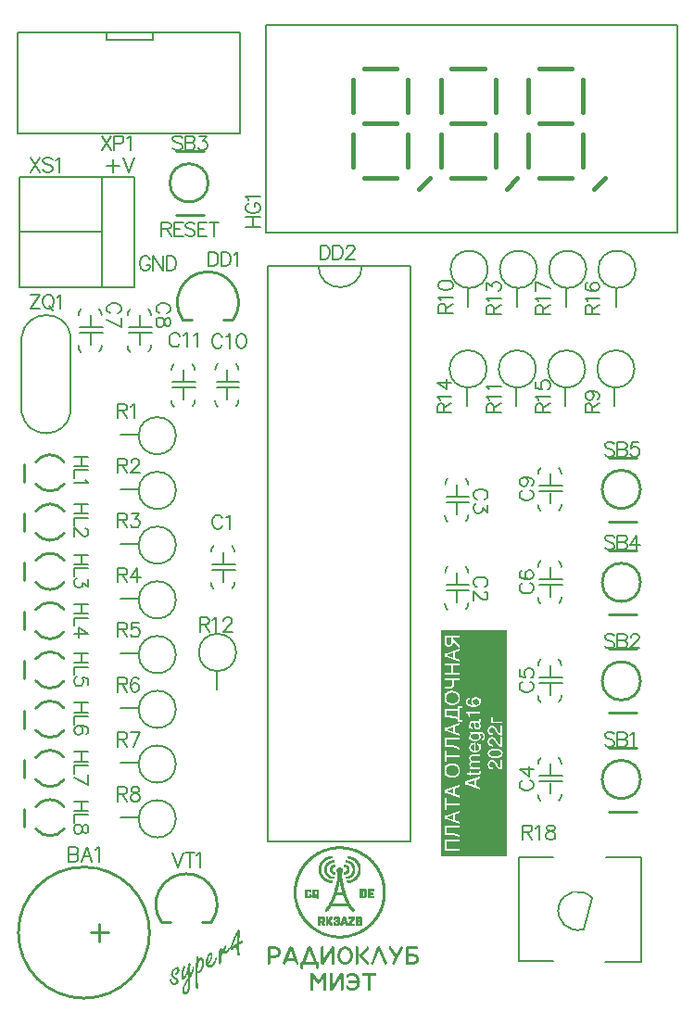
<source format=gto>
G04*
G04 #@! TF.GenerationSoftware,Altium Limited,Altium Designer,19.1.6 (110)*
G04*
G04 Layer_Color=65535*
%FSLAX44Y44*%
%MOMM*%
G71*
G01*
G75*
%ADD10C,0.2500*%
%ADD11C,0.2000*%
%ADD12C,0.2540*%
%ADD13C,0.1500*%
%ADD14C,0.0254*%
%ADD15C,0.2560*%
%ADD16C,0.4000*%
G36*
X705000Y510000D02*
X685230D01*
Y716018D01*
X705000D01*
Y510000D01*
D02*
G37*
G36*
X685230D02*
X664759D01*
Y716018D01*
X685230D01*
Y510000D01*
D02*
G37*
G36*
X664759Y510000D02*
X645000D01*
Y716018D01*
X664759D01*
Y510000D01*
D02*
G37*
G36*
X609362Y427436D02*
X609501Y427413D01*
X609639Y427367D01*
X609801Y427298D01*
X609940Y427205D01*
X610102Y427089D01*
X610125Y427066D01*
X610172Y427020D01*
X610241Y426951D01*
X610311Y426835D01*
X610380Y426719D01*
X610449Y426557D01*
X610496Y426395D01*
X610519Y426210D01*
Y426187D01*
Y426164D01*
X610496Y426025D01*
X610449Y425817D01*
X610357Y425585D01*
X603137Y411447D01*
X603114Y411424D01*
X603068Y411331D01*
X602975Y411216D01*
X602860Y411077D01*
X602698Y410938D01*
X602489Y410822D01*
X602258Y410730D01*
X602003Y410707D01*
X601911D01*
X601818Y410730D01*
X601703Y410753D01*
X601564Y410799D01*
X601402Y410845D01*
X601263Y410938D01*
X601101Y411054D01*
X601078Y411077D01*
X601032Y411123D01*
X600985Y411193D01*
X600916Y411308D01*
X600823Y411447D01*
X600777Y411586D01*
X600731Y411771D01*
X600708Y411956D01*
Y411979D01*
Y412002D01*
Y412072D01*
X600731Y412164D01*
X600777Y412373D01*
X600870Y412627D01*
X603184Y417140D01*
X597792Y425470D01*
Y425493D01*
X597769Y425539D01*
X597723Y425608D01*
X597700Y425701D01*
X597607Y425909D01*
X597584Y426187D01*
Y426210D01*
Y426279D01*
X597607Y426372D01*
X597630Y426488D01*
X597676Y426627D01*
X597746Y426765D01*
X597838Y426927D01*
X597977Y427066D01*
X598000Y427089D01*
X598047Y427136D01*
X598139Y427182D01*
X598255Y427275D01*
X598394Y427344D01*
X598556Y427390D01*
X598718Y427436D01*
X598903Y427460D01*
X599018D01*
X599111Y427436D01*
X599273Y427390D01*
X599435Y427321D01*
X599597Y427205D01*
X599759Y427066D01*
X599921Y426858D01*
X604526Y419777D01*
X608089Y426742D01*
X608112Y426765D01*
X608158Y426858D01*
X608251Y426974D01*
X608367Y427113D01*
X608529Y427228D01*
X608714Y427344D01*
X608922Y427436D01*
X609177Y427460D01*
X609269D01*
X609362Y427436D01*
D02*
G37*
G36*
X546932Y427413D02*
X547047Y427390D01*
X547186Y427344D01*
X547348Y427275D01*
X547487Y427182D01*
X547649Y427043D01*
X547672Y427020D01*
X547718Y426974D01*
X547765Y426904D01*
X547857Y426789D01*
X547927Y426673D01*
X547973Y426511D01*
X548019Y426349D01*
X548042Y426164D01*
Y412026D01*
Y412002D01*
Y411979D01*
X548019Y411841D01*
X547973Y411632D01*
X547880Y411401D01*
X547718Y411170D01*
X547487Y410961D01*
X547348Y410892D01*
X547186Y410822D01*
X546978Y410799D01*
X546746Y410776D01*
X546700D01*
X546561Y410799D01*
X546353Y410845D01*
X546122Y410938D01*
X545890Y411077D01*
X545682Y411308D01*
X545613Y411447D01*
X545543Y411609D01*
X545520Y411817D01*
X545497Y412026D01*
Y422531D01*
X538486Y411355D01*
X538463Y411331D01*
X538393Y411262D01*
X538324Y411193D01*
X538231Y411146D01*
X538116Y411077D01*
X537977Y410984D01*
X537954D01*
X537907Y410961D01*
X537768Y410892D01*
X537560Y410799D01*
X537398Y410776D01*
X536797D01*
X536704Y410799D01*
X536588Y410822D01*
X536473Y410869D01*
X536311Y410938D01*
X536172Y411031D01*
X536010Y411146D01*
X535987Y411170D01*
X535940Y411216D01*
X535894Y411285D01*
X535825Y411401D01*
X535732Y411517D01*
X535686Y411679D01*
X535640Y411841D01*
X535616Y412026D01*
Y426164D01*
Y426187D01*
Y426256D01*
X535640Y426372D01*
X535663Y426511D01*
X535709Y426650D01*
X535779Y426812D01*
X535871Y426974D01*
X536010Y427113D01*
X536033Y427136D01*
X536079Y427159D01*
X536149Y427205D01*
X536264Y427275D01*
X536380Y427344D01*
X536542Y427390D01*
X536704Y427413D01*
X536889Y427436D01*
X536935D01*
X537097Y427413D01*
X537282Y427367D01*
X537537Y427275D01*
X537768Y427136D01*
X537954Y426904D01*
X538046Y426765D01*
X538116Y426580D01*
X538139Y426395D01*
X538162Y426164D01*
Y415635D01*
X545173Y426835D01*
X545196Y426858D01*
X545289Y426951D01*
X545428Y427066D01*
X545543Y427136D01*
X545682Y427205D01*
X545705D01*
X545751Y427251D01*
X545914Y427321D01*
X546099Y427390D01*
X546261Y427436D01*
X546839D01*
X546932Y427413D01*
D02*
G37*
G36*
X623477Y427205D02*
X623685Y427159D01*
X623916Y427066D01*
X624148Y426927D01*
X624356Y426696D01*
X624426Y426557D01*
X624495Y426372D01*
X624518Y426187D01*
X624541Y425956D01*
Y425932D01*
Y425909D01*
X624518Y425770D01*
X624472Y425562D01*
X624379Y425331D01*
X624240Y425099D01*
X624009Y424891D01*
X623870Y424822D01*
X623708Y424752D01*
X623523Y424729D01*
X623292Y424706D01*
X615285D01*
Y420610D01*
X620399D01*
X620561Y420587D01*
X620723Y420564D01*
X620931Y420541D01*
X621163Y420495D01*
X621394Y420425D01*
X621926Y420263D01*
X622227Y420148D01*
X622505Y420009D01*
X622806Y419847D01*
X623083Y419662D01*
X623361Y419453D01*
X623639Y419199D01*
X623662Y419176D01*
X623708Y419129D01*
X623778Y419060D01*
X623870Y418944D01*
X623963Y418806D01*
X624101Y418643D01*
X624217Y418458D01*
X624356Y418250D01*
X624495Y418019D01*
X624611Y417741D01*
X624842Y417163D01*
X624935Y416862D01*
X625004Y416515D01*
X625050Y416168D01*
X625073Y415797D01*
Y415774D01*
Y415705D01*
Y415612D01*
X625050Y415450D01*
X625027Y415288D01*
X625004Y415080D01*
X624958Y414872D01*
X624888Y414617D01*
X624726Y414085D01*
X624611Y413784D01*
X624472Y413507D01*
X624310Y413206D01*
X624101Y412928D01*
X623893Y412650D01*
X623639Y412373D01*
X623616Y412350D01*
X623569Y412303D01*
X623500Y412234D01*
X623384Y412164D01*
X623245Y412049D01*
X623083Y411933D01*
X622898Y411794D01*
X622690Y411679D01*
X622435Y411540D01*
X622181Y411401D01*
X621603Y411193D01*
X621278Y411100D01*
X620931Y411031D01*
X620584Y410984D01*
X620214Y410961D01*
X613943D01*
X613851Y410984D01*
X613735Y411007D01*
X613596Y411054D01*
X613434Y411123D01*
X613295Y411216D01*
X613134Y411331D01*
X613110Y411355D01*
X613087Y411401D01*
X613018Y411493D01*
X612948Y411586D01*
X612879Y411725D01*
X612833Y411887D01*
X612786Y412049D01*
X612763Y412234D01*
Y425956D01*
Y425979D01*
Y426048D01*
X612786Y426141D01*
X612809Y426256D01*
X612856Y426395D01*
X612925Y426534D01*
X613018Y426696D01*
X613134Y426835D01*
X613157Y426858D01*
X613203Y426904D01*
X613295Y426951D01*
X613388Y427043D01*
X613527Y427113D01*
X613689Y427159D01*
X613851Y427205D01*
X614036Y427228D01*
X623338D01*
X623477Y427205D01*
D02*
G37*
G36*
X588791Y427436D02*
X588976Y427344D01*
X589115Y427275D01*
X589254Y427182D01*
X589277D01*
X589323Y427136D01*
X589485Y427020D01*
X589647Y426858D01*
X589739Y426765D01*
X589786Y426673D01*
X595779Y412535D01*
X595802Y412488D01*
X595825Y412373D01*
X595848Y412211D01*
X595872Y412002D01*
Y411979D01*
Y411910D01*
X595848Y411817D01*
X595825Y411702D01*
X595779Y411563D01*
X595709Y411424D01*
X595617Y411262D01*
X595478Y411123D01*
X595455Y411100D01*
X595409Y411077D01*
X595316Y411007D01*
X595224Y410961D01*
X595085Y410892D01*
X594923Y410822D01*
X594738Y410799D01*
X594552Y410776D01*
X594529D01*
X594414Y410799D01*
X594275Y410822D01*
X594113Y410869D01*
X593928Y410961D01*
X593743Y411100D01*
X593558Y411285D01*
X593419Y411540D01*
X588397Y423410D01*
X583793Y411586D01*
X583770Y411563D01*
X583723Y411470D01*
X583654Y411331D01*
X583538Y411193D01*
X583376Y411031D01*
X583168Y410915D01*
X582937Y410822D01*
X582659Y410776D01*
X582566D01*
X582474Y410799D01*
X582335Y410822D01*
X582196Y410869D01*
X582034Y410915D01*
X581895Y411007D01*
X581733Y411123D01*
X581710Y411146D01*
X581664Y411193D01*
X581618Y411262D01*
X581548Y411355D01*
X581456Y411493D01*
X581409Y411632D01*
X581363Y411794D01*
X581340Y411979D01*
Y412002D01*
Y412026D01*
Y412141D01*
X581363Y412303D01*
X581409Y412488D01*
X586893Y426627D01*
Y426650D01*
X586917Y426673D01*
X587009Y426789D01*
X587148Y426951D01*
X587264Y427066D01*
X587402Y427159D01*
X587426Y427182D01*
X587472Y427205D01*
X587541Y427251D01*
X587657Y427321D01*
X587865Y427413D01*
X587981Y427436D01*
X588097Y427460D01*
X588652D01*
X588791Y427436D01*
D02*
G37*
G36*
X578378Y427413D02*
X578494Y427390D01*
X578633Y427344D01*
X578772Y427275D01*
X578933Y427182D01*
X579072Y427066D01*
X579095Y427043D01*
X579142Y426997D01*
X579188Y426927D01*
X579257Y426812D01*
X579327Y426673D01*
X579396Y426534D01*
X579419Y426349D01*
X579442Y426164D01*
Y426141D01*
Y426071D01*
X579419Y425979D01*
X579396Y425863D01*
X579350Y425724D01*
X579304Y425585D01*
X579211Y425423D01*
X579095Y425285D01*
X573287Y419315D01*
X579119Y412882D01*
X579142Y412859D01*
X579165Y412812D01*
X579211Y412743D01*
X579281Y412650D01*
X579350Y412512D01*
X579396Y412373D01*
X579419Y412211D01*
X579442Y412026D01*
Y412002D01*
Y411933D01*
X579419Y411841D01*
X579396Y411725D01*
X579350Y411563D01*
X579281Y411424D01*
X579188Y411262D01*
X579072Y411123D01*
X579049Y411100D01*
X579003Y411077D01*
X578933Y411007D01*
X578818Y410961D01*
X578702Y410892D01*
X578540Y410822D01*
X578378Y410799D01*
X578193Y410776D01*
X578100D01*
X577985Y410799D01*
X577869Y410822D01*
X577707Y410869D01*
X577545Y410961D01*
X577383Y411054D01*
X577244Y411193D01*
X570626Y418505D01*
X570603Y418528D01*
X570580Y418574D01*
X570511Y418643D01*
X570464Y418736D01*
X570326Y419014D01*
X570302Y419153D01*
X570279Y419338D01*
Y419361D01*
Y419430D01*
X570302Y419523D01*
X570326Y419638D01*
X570372Y419777D01*
X570441Y419916D01*
X570534Y420078D01*
X570649Y420217D01*
X577267Y427066D01*
X577290Y427089D01*
X577337Y427136D01*
X577406Y427182D01*
X577522Y427251D01*
X577661Y427321D01*
X577823Y427390D01*
X577985Y427413D01*
X578193Y427436D01*
X578285D01*
X578378Y427413D01*
D02*
G37*
G36*
X568706D02*
X568821Y427390D01*
X569099Y427298D01*
X569238Y427228D01*
X569377Y427113D01*
X569400Y427089D01*
X569446Y427043D01*
X569516Y426974D01*
X569585Y426858D01*
X569655Y426719D01*
X569724Y426557D01*
X569770Y426372D01*
X569793Y426164D01*
Y412026D01*
Y412002D01*
Y411933D01*
X569770Y411817D01*
X569747Y411702D01*
X569701Y411540D01*
X569608Y411378D01*
X569516Y411216D01*
X569377Y411077D01*
X569354Y411054D01*
X569307Y411031D01*
X569238Y410984D01*
X569122Y410938D01*
X568868Y410822D01*
X568706Y410799D01*
X568521Y410776D01*
X568451D01*
X568359Y410799D01*
X568243Y410822D01*
X567965Y410915D01*
X567803Y410984D01*
X567664Y411077D01*
X567641Y411100D01*
X567595Y411146D01*
X567526Y411216D01*
X567456Y411331D01*
X567387Y411470D01*
X567318Y411632D01*
X567271Y411817D01*
X567248Y412026D01*
Y426164D01*
Y426187D01*
Y426256D01*
X567271Y426372D01*
X567294Y426511D01*
X567341Y426650D01*
X567433Y426812D01*
X567526Y426974D01*
X567664Y427113D01*
X567688Y427136D01*
X567734Y427159D01*
X567803Y427205D01*
X567919Y427275D01*
X568174Y427390D01*
X568336Y427413D01*
X568521Y427436D01*
X568613D01*
X568706Y427413D01*
D02*
G37*
G36*
X557992D02*
X558224Y427390D01*
X558478Y427367D01*
X558779Y427298D01*
X559126Y427205D01*
X559520Y427113D01*
X559913Y426974D01*
X560329Y426789D01*
X560769Y426580D01*
X561209Y426326D01*
X561648Y426002D01*
X562088Y425655D01*
X562505Y425238D01*
X562898Y424776D01*
X562921Y424752D01*
X562990Y424660D01*
X563083Y424521D01*
X563199Y424336D01*
X563338Y424104D01*
X563499Y423827D01*
X563685Y423503D01*
X563870Y423156D01*
X564032Y422739D01*
X564217Y422323D01*
X564379Y421837D01*
X564518Y421351D01*
X564633Y420819D01*
X564726Y420263D01*
X564795Y419708D01*
X564818Y419106D01*
Y419060D01*
Y418968D01*
X564795Y418782D01*
Y418574D01*
X564749Y418296D01*
X564726Y417949D01*
X564656Y417602D01*
X564587Y417186D01*
X564471Y416769D01*
X564356Y416306D01*
X564194Y415844D01*
X564008Y415358D01*
X563800Y414849D01*
X563523Y414363D01*
X563245Y413877D01*
X562898Y413414D01*
X562875Y413391D01*
X562805Y413298D01*
X562690Y413183D01*
X562528Y412998D01*
X562319Y412812D01*
X562065Y412581D01*
X561787Y412350D01*
X561463Y412095D01*
X561116Y411841D01*
X560723Y411609D01*
X560283Y411378D01*
X559820Y411193D01*
X559334Y411031D01*
X558802Y410892D01*
X558270Y410799D01*
X557691Y410776D01*
X557553D01*
X557391Y410799D01*
X557182Y410822D01*
X556905Y410869D01*
X556604Y410915D01*
X556257Y411007D01*
X555863Y411100D01*
X555470Y411239D01*
X555054Y411424D01*
X554614Y411632D01*
X554174Y411887D01*
X553735Y412188D01*
X553318Y412535D01*
X552878Y412951D01*
X552485Y413414D01*
X552462Y413437D01*
X552393Y413530D01*
X552300Y413669D01*
X552184Y413854D01*
X552046Y414085D01*
X551884Y414363D01*
X551698Y414687D01*
X551536Y415057D01*
X551351Y415450D01*
X551166Y415890D01*
X551004Y416353D01*
X550865Y416862D01*
X550750Y417394D01*
X550657Y417949D01*
X550588Y418505D01*
X550564Y419106D01*
Y419153D01*
Y419245D01*
X550588Y419430D01*
Y419638D01*
X550634Y419939D01*
X550657Y420263D01*
X550727Y420610D01*
X550796Y421027D01*
X550912Y421443D01*
X551027Y421906D01*
X551189Y422369D01*
X551374Y422855D01*
X551606Y423341D01*
X551860Y423827D01*
X552138Y424313D01*
X552485Y424776D01*
X552508Y424799D01*
X552578Y424891D01*
X552693Y425030D01*
X552855Y425192D01*
X553064Y425400D01*
X553318Y425608D01*
X553596Y425863D01*
X553920Y426118D01*
X554267Y426349D01*
X554683Y426604D01*
X555100Y426812D01*
X555563Y427020D01*
X556049Y427182D01*
X556581Y427321D01*
X557113Y427413D01*
X557691Y427436D01*
X557830D01*
X557992Y427413D01*
D02*
G37*
G36*
X494197Y427205D02*
X494382Y427182D01*
X494613Y427159D01*
X494868Y427113D01*
X495122Y427043D01*
X495724Y426881D01*
X496025Y426765D01*
X496326Y426604D01*
X496650Y426441D01*
X496950Y426256D01*
X497251Y426025D01*
X497529Y425770D01*
X497552Y425747D01*
X497598Y425701D01*
X497668Y425632D01*
X497760Y425516D01*
X497876Y425354D01*
X497992Y425192D01*
X498131Y424984D01*
X498270Y424776D01*
X498385Y424521D01*
X498524Y424243D01*
X498640Y423919D01*
X498755Y423595D01*
X498848Y423248D01*
X498917Y422878D01*
X498964Y422508D01*
X498987Y422091D01*
Y422068D01*
Y421999D01*
Y421883D01*
X498964Y421721D01*
X498941Y421536D01*
X498917Y421305D01*
X498871Y421073D01*
X498802Y420796D01*
X498640Y420217D01*
X498524Y419916D01*
X498362Y419592D01*
X498200Y419291D01*
X498015Y418991D01*
X497784Y418690D01*
X497529Y418412D01*
X497506Y418389D01*
X497460Y418343D01*
X497390Y418273D01*
X497275Y418181D01*
X497113Y418065D01*
X496950Y417949D01*
X496742Y417811D01*
X496511Y417695D01*
X496256Y417556D01*
X495979Y417417D01*
X495678Y417301D01*
X495354Y417186D01*
X495007Y417093D01*
X494637Y417024D01*
X494243Y416978D01*
X493827Y416954D01*
X489199D01*
Y412026D01*
Y412002D01*
Y411979D01*
X489176Y411841D01*
X489129Y411632D01*
X489037Y411401D01*
X488898Y411170D01*
X488667Y410961D01*
X488528Y410892D01*
X488366Y410822D01*
X488181Y410799D01*
X487949Y410776D01*
X487903D01*
X487741Y410799D01*
X487556Y410845D01*
X487325Y410938D01*
X487070Y411077D01*
X486885Y411308D01*
X486792Y411447D01*
X486723Y411609D01*
X486700Y411817D01*
X486677Y412026D01*
Y425956D01*
Y425979D01*
Y426048D01*
X486700Y426141D01*
X486723Y426256D01*
X486769Y426395D01*
X486839Y426534D01*
X486931Y426696D01*
X487047Y426835D01*
X487070Y426858D01*
X487116Y426904D01*
X487209Y426951D01*
X487301Y427043D01*
X487440Y427113D01*
X487602Y427159D01*
X487764Y427205D01*
X487949Y427228D01*
X494035D01*
X494197Y427205D01*
D02*
G37*
G36*
X508520Y427275D02*
X508728Y427182D01*
X508867Y427113D01*
X509006Y427020D01*
X509029Y426997D01*
X509076Y426974D01*
X509238Y426858D01*
X509399Y426673D01*
X509469Y426580D01*
X509515Y426488D01*
X515254Y412373D01*
X515277Y412327D01*
X515300Y412211D01*
X515323Y412049D01*
X515346Y411841D01*
Y411817D01*
Y411748D01*
X515323Y411655D01*
X515300Y411540D01*
X515254Y411401D01*
X515184Y411239D01*
X515092Y411100D01*
X514953Y410961D01*
X514930Y410938D01*
X514884Y410915D01*
X514791Y410845D01*
X514698Y410799D01*
X514560Y410730D01*
X514398Y410660D01*
X514212Y410637D01*
X514027Y410614D01*
X514004D01*
X513889Y410637D01*
X513750Y410660D01*
X513588Y410707D01*
X513403Y410799D01*
X513218Y410938D01*
X513032Y411146D01*
X512894Y411401D01*
X511690Y414386D01*
X504471D01*
X503268Y411401D01*
X503245Y411378D01*
X503198Y411285D01*
X503129Y411146D01*
X503013Y411007D01*
X502851Y410869D01*
X502643Y410730D01*
X502411Y410637D01*
X502134Y410614D01*
X502041D01*
X501949Y410637D01*
X501833Y410660D01*
X501532Y410753D01*
X501370Y410822D01*
X501231Y410938D01*
X501208Y410961D01*
X501162Y411007D01*
X501092Y411077D01*
X501023Y411193D01*
X500954Y411331D01*
X500884Y411470D01*
X500838Y411655D01*
X500815Y411841D01*
Y411864D01*
Y411887D01*
X500838Y412002D01*
X500861Y412188D01*
X500907Y412373D01*
X506646Y426488D01*
Y426511D01*
X506669Y426534D01*
X506739Y426650D01*
X506808Y426719D01*
X506900Y426812D01*
X506993Y426927D01*
X507132Y427020D01*
X507155Y427043D01*
X507201Y427066D01*
X507271Y427113D01*
X507386Y427159D01*
X507595Y427251D01*
X507710Y427298D01*
X508381D01*
X508520Y427275D01*
D02*
G37*
G36*
X525597Y427413D02*
X525805Y427321D01*
X525944Y427251D01*
X526083Y427159D01*
X526106Y427136D01*
X526152Y427113D01*
X526314Y426997D01*
X526476Y426812D01*
X526546Y426719D01*
X526592Y426627D01*
X531729Y413507D01*
X532169D01*
X532261Y413483D01*
X532377Y413460D01*
X532516Y413414D01*
X532655Y413345D01*
X532817Y413252D01*
X532955Y413113D01*
X532979Y413090D01*
X533025Y413044D01*
X533071Y412974D01*
X533164Y412859D01*
X533233Y412743D01*
X533279Y412581D01*
X533326Y412419D01*
X533349Y412234D01*
Y408022D01*
Y407999D01*
Y407976D01*
X533326Y407814D01*
X533279Y407629D01*
X533187Y407398D01*
X533048Y407143D01*
X532817Y406958D01*
X532678Y406866D01*
X532493Y406796D01*
X532308Y406773D01*
X532076Y406750D01*
X532030D01*
X531868Y406773D01*
X531683Y406819D01*
X531451Y406912D01*
X531197Y407051D01*
X531012Y407282D01*
X530919Y407444D01*
X530850Y407606D01*
X530827Y407791D01*
X530803Y408022D01*
Y410961D01*
X519511D01*
Y408022D01*
Y407999D01*
Y407976D01*
Y407907D01*
X519488Y407814D01*
X519442Y407606D01*
X519350Y407351D01*
X519211Y407097D01*
X518979Y406889D01*
X518840Y406796D01*
X518678Y406750D01*
X518493Y406704D01*
X518262Y406680D01*
X518169D01*
X518054Y406704D01*
X517938Y406727D01*
X517776Y406773D01*
X517614Y406842D01*
X517452Y406935D01*
X517313Y407074D01*
X517290Y407097D01*
X517267Y407143D01*
X517197Y407213D01*
X517151Y407328D01*
X517082Y407467D01*
X517012Y407629D01*
X516989Y407814D01*
X516966Y408022D01*
Y412234D01*
Y412257D01*
Y412327D01*
X516989Y412419D01*
X517012Y412535D01*
X517059Y412673D01*
X517128Y412812D01*
X517221Y412974D01*
X517360Y413113D01*
X517383Y413136D01*
X517429Y413183D01*
X517522Y413229D01*
X517614Y413321D01*
X517753Y413391D01*
X517915Y413437D01*
X518077Y413483D01*
X518262Y413507D01*
X518586D01*
X523723Y426627D01*
Y426650D01*
X523746Y426673D01*
X523815Y426789D01*
X523885Y426858D01*
X523977Y426951D01*
X524070Y427066D01*
X524209Y427159D01*
X524232Y427182D01*
X524278Y427205D01*
X524348Y427251D01*
X524463Y427298D01*
X524672Y427390D01*
X524787Y427436D01*
X525458D01*
X525597Y427413D01*
D02*
G37*
G36*
X539492Y403381D02*
X539608Y403358D01*
X539747Y403311D01*
X539886Y403242D01*
X540048Y403149D01*
X540187Y403034D01*
X540210Y403010D01*
X540256Y402964D01*
X540302Y402895D01*
X540395Y402779D01*
X540464Y402640D01*
X540510Y402501D01*
X540557Y402316D01*
X540580Y402131D01*
Y387993D01*
Y387970D01*
Y387901D01*
X540557Y387785D01*
X540534Y387669D01*
X540487Y387507D01*
X540395Y387345D01*
X540302Y387183D01*
X540163Y387044D01*
X540140Y387021D01*
X540094Y386998D01*
X540024Y386952D01*
X539909Y386906D01*
X539654Y386790D01*
X539492Y386767D01*
X539307Y386744D01*
X539238D01*
X539145Y386767D01*
X539030Y386790D01*
X538752Y386882D01*
X538590Y386952D01*
X538451Y387044D01*
X538428Y387067D01*
X538382Y387114D01*
X538312Y387183D01*
X538243Y387299D01*
X538173Y387438D01*
X538104Y387600D01*
X538058Y387785D01*
X538035Y387993D01*
Y398938D01*
X534193Y393662D01*
X534170Y393639D01*
X534124Y393570D01*
X534031Y393500D01*
X533916Y393408D01*
X533777Y393292D01*
X533592Y393223D01*
X533383Y393153D01*
X533152Y393130D01*
X533036D01*
X532921Y393153D01*
X532782Y393199D01*
X532620Y393269D01*
X532458Y393361D01*
X532296Y393477D01*
X532134Y393662D01*
X528270Y398915D01*
Y387993D01*
Y387970D01*
Y387901D01*
X528247Y387785D01*
X528223Y387669D01*
X528177Y387507D01*
X528085Y387345D01*
X527992Y387183D01*
X527853Y387044D01*
X527830Y387021D01*
X527784Y386998D01*
X527714Y386952D01*
X527599Y386906D01*
X527344Y386790D01*
X527182Y386767D01*
X526997Y386744D01*
X526928D01*
X526835Y386767D01*
X526719Y386790D01*
X526442Y386882D01*
X526303Y386952D01*
X526164Y387044D01*
X526141Y387067D01*
X526095Y387114D01*
X526025Y387183D01*
X525956Y387299D01*
X525863Y387438D01*
X525794Y387600D01*
X525747Y387785D01*
X525724Y387993D01*
Y402131D01*
Y402154D01*
Y402224D01*
X525747Y402316D01*
X525771Y402432D01*
X525817Y402571D01*
X525886Y402710D01*
X525979Y402872D01*
X526095Y403010D01*
X526118Y403034D01*
X526164Y403080D01*
X526257Y403126D01*
X526349Y403219D01*
X526488Y403288D01*
X526650Y403335D01*
X526812Y403381D01*
X526997Y403404D01*
X527599D01*
X527714Y403381D01*
X527853Y403335D01*
X528015Y403288D01*
X528200Y403196D01*
X528362Y403057D01*
X528524Y402895D01*
X533152Y396578D01*
X537757Y402895D01*
X537780Y402918D01*
X537826Y402964D01*
X537919Y403057D01*
X538035Y403149D01*
X538173Y403242D01*
X538358Y403335D01*
X538567Y403381D01*
X538798Y403404D01*
X539400D01*
X539492Y403381D01*
D02*
G37*
G36*
X554926D02*
X555042Y403358D01*
X555181Y403311D01*
X555343Y403242D01*
X555482Y403149D01*
X555644Y403010D01*
X555667Y402987D01*
X555713Y402941D01*
X555759Y402872D01*
X555852Y402756D01*
X555921Y402640D01*
X555968Y402478D01*
X556014Y402316D01*
X556037Y402131D01*
Y387993D01*
Y387970D01*
Y387947D01*
X556014Y387808D01*
X555968Y387600D01*
X555875Y387368D01*
X555713Y387137D01*
X555482Y386929D01*
X555343Y386859D01*
X555181Y386790D01*
X554973Y386767D01*
X554741Y386744D01*
X554695D01*
X554556Y386767D01*
X554348Y386813D01*
X554116Y386906D01*
X553885Y387044D01*
X553677Y387276D01*
X553607Y387415D01*
X553538Y387576D01*
X553515Y387785D01*
X553492Y387993D01*
Y398498D01*
X546480Y387322D01*
X546457Y387299D01*
X546388Y387229D01*
X546318Y387160D01*
X546226Y387114D01*
X546110Y387044D01*
X545971Y386952D01*
X545948D01*
X545902Y386929D01*
X545763Y386859D01*
X545555Y386767D01*
X545393Y386744D01*
X544791D01*
X544699Y386767D01*
X544583Y386790D01*
X544467Y386836D01*
X544305Y386906D01*
X544166Y386998D01*
X544005Y387114D01*
X543981Y387137D01*
X543935Y387183D01*
X543889Y387253D01*
X543819Y387368D01*
X543727Y387484D01*
X543680Y387646D01*
X543634Y387808D01*
X543611Y387993D01*
Y402131D01*
Y402154D01*
Y402224D01*
X543634Y402340D01*
X543657Y402478D01*
X543704Y402617D01*
X543773Y402779D01*
X543866Y402941D01*
X544005Y403080D01*
X544028Y403103D01*
X544074Y403126D01*
X544143Y403172D01*
X544259Y403242D01*
X544375Y403311D01*
X544537Y403358D01*
X544699Y403381D01*
X544884Y403404D01*
X544930D01*
X545092Y403381D01*
X545277Y403335D01*
X545532Y403242D01*
X545763Y403103D01*
X545948Y402872D01*
X546041Y402733D01*
X546110Y402548D01*
X546133Y402363D01*
X546157Y402131D01*
Y391603D01*
X553168Y402802D01*
X553191Y402825D01*
X553283Y402918D01*
X553422Y403034D01*
X553538Y403103D01*
X553677Y403172D01*
X553700D01*
X553746Y403219D01*
X553908Y403288D01*
X554093Y403358D01*
X554255Y403404D01*
X554834D01*
X554926Y403381D01*
D02*
G37*
G36*
X564159Y403404D02*
X564390Y403381D01*
X564668Y403358D01*
X564992Y403288D01*
X565339Y403196D01*
X565732Y403103D01*
X566126Y402964D01*
X566565Y402779D01*
X567005Y402571D01*
X567468Y402316D01*
X567907Y402015D01*
X568347Y401668D01*
X568787Y401252D01*
X569203Y400789D01*
X569226Y400766D01*
X569296Y400673D01*
X569388Y400535D01*
X569527Y400350D01*
X569666Y400118D01*
X569851Y399840D01*
X570036Y399516D01*
X570221Y399146D01*
X570407Y398753D01*
X570592Y398313D01*
X570777Y397827D01*
X570916Y397341D01*
X571054Y396809D01*
X571147Y396231D01*
X571216Y395652D01*
X571240Y395051D01*
Y395004D01*
Y394912D01*
X571216Y394727D01*
Y394495D01*
X571170Y394218D01*
X571124Y393894D01*
X571078Y393523D01*
X570985Y393107D01*
X570869Y392667D01*
X570754Y392228D01*
X570569Y391742D01*
X570383Y391256D01*
X570152Y390770D01*
X569874Y390261D01*
X569574Y389775D01*
X569203Y389312D01*
X569180Y389289D01*
X569111Y389196D01*
X568995Y389081D01*
X568810Y388919D01*
X568602Y388710D01*
X568347Y388502D01*
X568069Y388248D01*
X567722Y388016D01*
X567352Y387785D01*
X566959Y387530D01*
X566519Y387322D01*
X566033Y387137D01*
X565547Y386952D01*
X565015Y386836D01*
X564437Y386744D01*
X563858Y386720D01*
X563696D01*
X563580Y386744D01*
X563442Y386767D01*
X563256Y386790D01*
X563048Y386813D01*
X562840Y386859D01*
X562331Y386998D01*
X561752Y387206D01*
X561452Y387322D01*
X561128Y387484D01*
X560804Y387646D01*
X560457Y387854D01*
X560434Y387877D01*
X560364Y387901D01*
X560271Y387970D01*
X560156Y388063D01*
X559832Y388317D01*
X559485Y388618D01*
X559138Y389011D01*
X558814Y389451D01*
X558698Y389682D01*
X558605Y389914D01*
X558536Y390168D01*
X558513Y390423D01*
Y390446D01*
Y390469D01*
X558536Y390631D01*
X558559Y390816D01*
X558652Y391071D01*
X558767Y391302D01*
X558953Y391487D01*
X559230Y391649D01*
X559392Y391672D01*
X559577Y391695D01*
X559647D01*
X559716Y391672D01*
X559832Y391626D01*
X559948Y391533D01*
X560133Y391418D01*
X560318Y391256D01*
X560549Y391048D01*
X560595Y391001D01*
X560688Y390909D01*
X560850Y390747D01*
X561035Y390561D01*
X561475Y390168D01*
X561660Y390006D01*
X561845Y389867D01*
X561891Y389844D01*
X562007Y389775D01*
X562192Y389659D01*
X562447Y389543D01*
X562771Y389428D01*
X563094Y389312D01*
X563488Y389243D01*
X563881Y389219D01*
X564043D01*
X564182Y389243D01*
X564321Y389266D01*
X564506Y389289D01*
X564899Y389405D01*
X565385Y389566D01*
X565640Y389705D01*
X565894Y389844D01*
X566172Y390006D01*
X566427Y390191D01*
X566704Y390423D01*
X566959Y390677D01*
X566982Y390700D01*
X567005Y390747D01*
X567075Y390816D01*
X567167Y390909D01*
X567260Y391048D01*
X567375Y391186D01*
X567514Y391371D01*
X567630Y391580D01*
X567907Y392019D01*
X568185Y392551D01*
X568417Y393153D01*
X568578Y393801D01*
X561729D01*
X561614Y393824D01*
X561498Y393847D01*
X561336Y393894D01*
X561174Y393940D01*
X561012Y394032D01*
X560873Y394148D01*
X560850Y394171D01*
X560827Y394218D01*
X560757Y394287D01*
X560688Y394403D01*
X560619Y394518D01*
X560572Y394680D01*
X560526Y394842D01*
X560503Y395051D01*
Y395074D01*
Y395143D01*
X560526Y395259D01*
X560549Y395374D01*
X560595Y395536D01*
X560665Y395675D01*
X560757Y395837D01*
X560873Y395976D01*
X560896Y395999D01*
X560942Y396022D01*
X561012Y396092D01*
X561128Y396161D01*
X561267Y396208D01*
X561428Y396277D01*
X561614Y396300D01*
X561822Y396323D01*
X568578D01*
Y396346D01*
X568555Y396393D01*
X568532Y396508D01*
X568509Y396624D01*
X568463Y396786D01*
X568417Y396948D01*
X568255Y397388D01*
X568046Y397874D01*
X567769Y398383D01*
X567422Y398938D01*
X566982Y399447D01*
X566959Y399470D01*
X566912Y399516D01*
X566843Y399586D01*
X566750Y399678D01*
X566612Y399794D01*
X566450Y399910D01*
X566265Y400049D01*
X566079Y400187D01*
X565617Y400465D01*
X565084Y400697D01*
X564807Y400789D01*
X564506Y400859D01*
X564205Y400905D01*
X563881Y400928D01*
X563696D01*
X563488Y400905D01*
X563233Y400859D01*
X562933Y400789D01*
X562609Y400673D01*
X562262Y400535D01*
X561937Y400350D01*
X561891Y400326D01*
X561822Y400257D01*
X561729Y400187D01*
X561567Y400049D01*
X561359Y399864D01*
X561081Y399609D01*
X560734Y399308D01*
X560711Y399285D01*
X560619Y399216D01*
X560503Y399123D01*
X560341Y399030D01*
X560179Y398915D01*
X559971Y398822D01*
X559762Y398753D01*
X559577Y398730D01*
X559531D01*
X559415Y398753D01*
X559230Y398776D01*
X559045Y398845D01*
X558860Y398961D01*
X558675Y399146D01*
X558559Y399378D01*
X558536Y399540D01*
X558513Y399702D01*
Y399725D01*
Y399771D01*
X558536Y399840D01*
Y399933D01*
X558582Y400049D01*
X558605Y400187D01*
X558767Y400535D01*
X558860Y400720D01*
X558999Y400928D01*
X559138Y401159D01*
X559323Y401368D01*
X559554Y401599D01*
X559809Y401830D01*
X560109Y402062D01*
X560457Y402293D01*
X560480Y402316D01*
X560549Y402340D01*
X560642Y402409D01*
X560757Y402478D01*
X560919Y402548D01*
X561105Y402663D01*
X561336Y402756D01*
X561567Y402872D01*
X562076Y403080D01*
X562655Y403242D01*
X563256Y403381D01*
X563557Y403404D01*
X563858Y403427D01*
X563997D01*
X564159Y403404D01*
D02*
G37*
G36*
X584961Y403172D02*
X585169Y403126D01*
X585401Y403034D01*
X585632Y402895D01*
X585840Y402663D01*
X585910Y402525D01*
X585979Y402340D01*
X586003Y402154D01*
X586026Y401923D01*
Y401900D01*
Y401877D01*
X586003Y401738D01*
X585956Y401530D01*
X585864Y401298D01*
X585725Y401067D01*
X585493Y400859D01*
X585355Y400789D01*
X585193Y400720D01*
X585008Y400697D01*
X584776Y400673D01*
X580773D01*
Y387993D01*
Y387970D01*
Y387947D01*
X580750Y387808D01*
X580704Y387600D01*
X580611Y387368D01*
X580472Y387137D01*
X580241Y386929D01*
X580102Y386859D01*
X579940Y386790D01*
X579755Y386767D01*
X579524Y386744D01*
X579477D01*
X579315Y386767D01*
X579107Y386813D01*
X578876Y386906D01*
X578644Y387044D01*
X578436Y387276D01*
X578343Y387415D01*
X578274Y387576D01*
X578251Y387785D01*
X578228Y387993D01*
Y400673D01*
X574225D01*
X574063Y400697D01*
X573877Y400743D01*
X573646Y400835D01*
X573391Y400974D01*
X573206Y401206D01*
X573114Y401344D01*
X573044Y401507D01*
X573021Y401715D01*
X572998Y401923D01*
Y401946D01*
Y401969D01*
X573021Y402131D01*
X573068Y402316D01*
X573160Y402571D01*
X573299Y402802D01*
X573530Y402987D01*
X573692Y403080D01*
X573854Y403149D01*
X574039Y403172D01*
X574271Y403196D01*
X584822D01*
X584961Y403172D01*
D02*
G37*
G36*
X448479Y428283D02*
X448806Y428129D01*
X448868Y428106D01*
X448991Y428062D01*
X449111Y427913D01*
X449212Y427807D01*
X449231Y427765D01*
X449245Y427516D01*
X449220Y427351D01*
X449130Y427105D01*
X449041Y426859D01*
X448887Y426532D01*
X448842Y426409D01*
X448711Y426144D01*
X448554Y425713D01*
X448375Y425221D01*
X448173Y424668D01*
X448056Y424153D01*
X448003Y423720D01*
X448039Y423533D01*
X448075Y423345D01*
X448114Y423261D01*
X448215Y423155D01*
X448442Y423108D01*
X448564Y423063D01*
X448774Y423161D01*
X448881Y423261D01*
X449071Y423401D01*
X449325Y423622D01*
X449624Y423966D01*
X450030Y424410D01*
X450461Y425019D01*
X450936Y425752D01*
X450959Y425813D01*
X451087Y425975D01*
X451216Y426138D01*
X451364Y426258D01*
X451448Y426297D01*
X451613Y426272D01*
X451736Y426227D01*
X451797Y426204D01*
X451901Y426202D01*
X452001Y426095D01*
X452102Y425989D01*
X452122Y425947D01*
X452119Y425844D01*
X452136Y425698D01*
X452088Y425472D01*
X452038Y425142D01*
X451881Y424711D01*
X451660Y424200D01*
X451310Y423526D01*
X451246Y423445D01*
X451095Y423222D01*
X450857Y422855D01*
X450577Y422469D01*
X450191Y421983D01*
X449724Y421561D01*
X449257Y421139D01*
X448690Y420823D01*
X448606Y420784D01*
X448335Y420709D01*
X447918Y420617D01*
X447462Y420608D01*
X447359Y420611D01*
X447155Y420720D01*
X446892Y420955D01*
X446710Y421126D01*
X446593Y421378D01*
X446573Y421419D01*
X446554Y421461D01*
X446498Y421691D01*
X446467Y422085D01*
X446482Y422602D01*
X446417Y422521D01*
X446328Y422275D01*
X446109Y421867D01*
X445908Y421314D01*
X445597Y420556D01*
X445304Y419653D01*
X444985Y418585D01*
X444682Y417372D01*
X444679Y417268D01*
X444609Y416980D01*
X444556Y416547D01*
X444478Y415949D01*
X444396Y415247D01*
X444290Y414380D01*
X444264Y413449D01*
X444236Y412415D01*
X444256Y412373D01*
X444211Y412250D01*
X444138Y411859D01*
X443940Y411409D01*
X443769Y411227D01*
X443579Y411087D01*
X443453Y411028D01*
X443204Y411015D01*
X442997Y411020D01*
X442874Y411065D01*
X442712Y411194D01*
X442572Y411384D01*
X442553Y411426D01*
X442514Y411510D01*
X442458Y411739D01*
X442385Y412113D01*
X442296Y412634D01*
X442262Y412924D01*
X442232Y413319D01*
X442182Y413755D01*
X442132Y414191D01*
X442084Y414730D01*
X442059Y415332D01*
X442040Y415373D01*
X442065Y415538D01*
X442051Y415787D01*
X442040Y416140D01*
X442009Y416534D01*
X441981Y417031D01*
X441996Y417549D01*
X441970Y418150D01*
X442004Y419391D01*
X442083Y420755D01*
X442243Y422055D01*
X442321Y422654D01*
X442442Y423271D01*
X442464Y423333D01*
X442512Y423559D01*
X442604Y423909D01*
X442738Y424278D01*
X442915Y424666D01*
X443091Y425055D01*
X443306Y425360D01*
X443580Y425539D01*
X443748Y425617D01*
X443913Y425592D01*
X444120Y425586D01*
X444181Y425564D01*
X444304Y425519D01*
X444467Y425390D01*
X444587Y425242D01*
X444606Y425200D01*
X444642Y425013D01*
X444634Y424702D01*
X444581Y424269D01*
X444558Y424207D01*
X444536Y424146D01*
X444491Y424023D01*
X444444Y423797D01*
X444374Y423509D01*
X444278Y423056D01*
X444161Y422541D01*
X444138Y422480D01*
X444113Y422315D01*
X444063Y421985D01*
X444012Y421655D01*
X443959Y421222D01*
X443926Y420746D01*
X443878Y419754D01*
X443900Y419815D01*
X443923Y419877D01*
X444057Y420246D01*
X444258Y420799D01*
X444527Y421538D01*
X444882Y422418D01*
X445302Y423380D01*
X445786Y424422D01*
X446334Y425546D01*
X446357Y425608D01*
X446443Y425750D01*
X446552Y425954D01*
X446684Y426220D01*
X446880Y426567D01*
X447075Y426913D01*
X447573Y427707D01*
X447615Y427727D01*
X447638Y427788D01*
X447747Y427992D01*
X447917Y428174D01*
X448066Y428294D01*
X448107Y428313D01*
X448253Y428330D01*
X448479Y428283D01*
D02*
G37*
G36*
X460606Y442465D02*
X460998Y442392D01*
X461059Y442370D01*
X461263Y442261D01*
X461445Y442090D01*
X461604Y441858D01*
X461643Y441774D01*
X461640Y441671D01*
X461677Y441483D01*
X461713Y441296D01*
X461704Y440986D01*
X461716Y440633D01*
X461662Y440200D01*
X461640Y440139D01*
X461657Y439993D01*
X461631Y439828D01*
X461581Y439498D01*
X461547Y439023D01*
X461469Y438425D01*
X461385Y437620D01*
X461404Y437578D01*
X461382Y437516D01*
X461376Y437309D01*
X461329Y437083D01*
X461301Y436814D01*
X461292Y436504D01*
X461208Y435699D01*
X461121Y434790D01*
X461093Y433756D01*
X461000Y432640D01*
X460989Y431461D01*
X461198Y431558D01*
X461389Y431698D01*
X461682Y431835D01*
X462208Y432131D01*
X462837Y432425D01*
X463066Y432480D01*
X463296Y432536D01*
X463522Y432489D01*
X463790Y432461D01*
X464014Y432310D01*
X464193Y432036D01*
X464212Y431994D01*
X464252Y431910D01*
X464268Y431764D01*
X464305Y431577D01*
X464299Y431370D01*
X464293Y431163D01*
X464204Y430917D01*
X464053Y430694D01*
X464011Y430674D01*
X463904Y430574D01*
X463779Y430515D01*
X463588Y430375D01*
X463337Y430258D01*
X463021Y430059D01*
X461679Y429433D01*
X461363Y429235D01*
X460943Y429039D01*
X460963Y428997D01*
X460960Y428894D01*
X460935Y428729D01*
X460968Y428438D01*
X460937Y428066D01*
X460965Y427569D01*
X460968Y426906D01*
X460926Y426121D01*
X460945Y426079D01*
X460920Y425914D01*
X460956Y425726D01*
X460948Y425416D01*
X460959Y425064D01*
X460970Y424711D01*
X461028Y423820D01*
X461106Y422886D01*
X461165Y421994D01*
X461226Y421205D01*
X461279Y420873D01*
X461313Y420582D01*
X461332Y420540D01*
X461310Y420479D01*
X461343Y420188D01*
X461354Y419836D01*
X461304Y419506D01*
X461282Y419444D01*
X461175Y419343D01*
X461005Y419162D01*
X460731Y418983D01*
X460647Y418944D01*
X460417Y418888D01*
X460127Y418855D01*
X459819Y418966D01*
X459758Y418989D01*
X459596Y419118D01*
X459414Y419288D01*
X459255Y419520D01*
X459216Y419604D01*
X459176Y419688D01*
X459160Y419833D01*
X459104Y420063D01*
X459028Y420334D01*
X458975Y420667D01*
X458945Y421061D01*
X458875Y421539D01*
X458808Y422120D01*
X458764Y422763D01*
X458660Y423532D01*
X458621Y424382D01*
X458585Y425336D01*
X458552Y426393D01*
X458564Y427572D01*
X458438Y427514D01*
X458331Y427413D01*
X458122Y427315D01*
X457658Y426997D01*
X457129Y426597D01*
X456475Y426139D01*
X455840Y425638D01*
X455225Y425096D01*
X454693Y424593D01*
X454629Y424512D01*
X454439Y424372D01*
X454226Y424171D01*
X453952Y423992D01*
X453826Y423934D01*
X453703Y423978D01*
X453539Y424004D01*
X453312Y424051D01*
X453130Y424222D01*
X452910Y424476D01*
X452692Y424834D01*
X452672Y424876D01*
X452633Y424960D01*
X452616Y425105D01*
X452580Y425293D01*
X452510Y425771D01*
X452519Y426081D01*
X452569Y426411D01*
X452591Y426473D01*
X452681Y426719D01*
X452796Y427130D01*
X452978Y427725D01*
X453246Y428463D01*
X453582Y429385D01*
X453943Y430473D01*
X454413Y431764D01*
X454436Y431826D01*
X454480Y431949D01*
X454570Y432195D01*
X454682Y432503D01*
X454858Y432891D01*
X455015Y433322D01*
X455437Y434387D01*
X455966Y435552D01*
X456497Y436822D01*
X457071Y438110D01*
X457684Y439315D01*
X457725Y439334D01*
X457728Y439438D01*
X457902Y439723D01*
X458162Y440151D01*
X458467Y440701D01*
X458875Y441249D01*
X459261Y441736D01*
X459644Y442119D01*
X460025Y442398D01*
X460108Y442437D01*
X460296Y442473D01*
X460606Y442465D01*
D02*
G37*
G36*
X404814Y408585D02*
X405141Y408431D01*
X405345Y408322D01*
X405527Y408152D01*
X405706Y407878D01*
X405885Y407603D01*
X405904Y407561D01*
X405963Y407436D01*
X406038Y407164D01*
X406114Y406893D01*
X406144Y406499D01*
X406175Y406105D01*
X406161Y405588D01*
X406043Y405073D01*
X406021Y405012D01*
X405954Y404827D01*
X405864Y404581D01*
X405710Y404254D01*
X405492Y403846D01*
X405210Y403357D01*
X404824Y402870D01*
X404396Y402365D01*
X404354Y402345D01*
X404290Y402264D01*
X404141Y402144D01*
X403951Y402004D01*
X403507Y401643D01*
X403065Y401386D01*
X402939Y401328D01*
X402648Y401294D01*
X402483Y401320D01*
X402299Y401387D01*
X402137Y401515D01*
X401997Y401705D01*
X401977Y401747D01*
X401958Y401789D01*
X401902Y402019D01*
X401910Y402329D01*
X402064Y402656D01*
X402106Y402676D01*
X402129Y402737D01*
X402254Y402796D01*
X402403Y402916D01*
X402593Y403056D01*
X402889Y403296D01*
X403228Y403556D01*
X403270Y403576D01*
X403334Y403657D01*
X403440Y403757D01*
X403569Y403919D01*
X403868Y404263D01*
X404173Y404814D01*
X404215Y404833D01*
X404218Y404937D01*
X404330Y405244D01*
X404361Y405616D01*
X404324Y405803D01*
X404288Y405991D01*
X404249Y406075D01*
X404129Y406223D01*
X404008Y406371D01*
X403762Y406461D01*
X403701Y406483D01*
X403536Y406508D01*
X403307Y406452D01*
X402994Y406357D01*
X402784Y406260D01*
X402594Y406120D01*
X402339Y405899D01*
X402043Y405659D01*
X401702Y405295D01*
X401338Y404870D01*
X401013Y404362D01*
X400949Y404281D01*
X400840Y404077D01*
X400728Y403769D01*
X400572Y403339D01*
X400434Y402866D01*
X400420Y402349D01*
X400468Y401809D01*
X400618Y401267D01*
X400638Y401225D01*
X400697Y401099D01*
X400836Y400909D01*
X401057Y400654D01*
X401339Y400378D01*
X401703Y400036D01*
X402128Y399673D01*
X402718Y399284D01*
X402799Y399220D01*
X403003Y399111D01*
X403349Y398915D01*
X403735Y398635D01*
X404098Y398294D01*
X404523Y397930D01*
X404864Y397528D01*
X405102Y397128D01*
X405141Y397044D01*
X405177Y396857D01*
X405292Y396502D01*
X405364Y396127D01*
X405350Y395610D01*
X405313Y395031D01*
X405173Y394455D01*
X404846Y393843D01*
X404824Y393781D01*
X404718Y393681D01*
X404589Y393519D01*
X404376Y393317D01*
X404100Y393035D01*
X403803Y392795D01*
X403445Y392577D01*
X403045Y392339D01*
X402961Y392300D01*
X402732Y392244D01*
X402419Y392149D01*
X401960Y392038D01*
X401463Y392010D01*
X400904Y392004D01*
X400286Y392125D01*
X399713Y392368D01*
X399651Y392391D01*
X399551Y392497D01*
X399327Y392648D01*
X399084Y392841D01*
X398821Y393076D01*
X398561Y393414D01*
X398282Y393794D01*
X398025Y394236D01*
X397985Y394320D01*
X397907Y394488D01*
X397832Y394759D01*
X397717Y395114D01*
X397606Y395573D01*
X397597Y396029D01*
X397570Y396526D01*
X397645Y397021D01*
X397668Y397082D01*
X397670Y397186D01*
X397824Y397513D01*
X398000Y397901D01*
X398191Y398041D01*
X398339Y398162D01*
X398423Y398201D01*
X398610Y398237D01*
X398795Y398170D01*
X398918Y398125D01*
X398976Y397999D01*
X398996Y397957D01*
X399035Y397873D01*
X399010Y397708D01*
X399024Y397459D01*
X399043Y397418D01*
X398998Y397295D01*
X399035Y397107D01*
X399068Y396816D01*
X399102Y396526D01*
X399216Y396171D01*
X399484Y395377D01*
X399504Y395335D01*
X399563Y395209D01*
X399683Y395061D01*
X399823Y394870D01*
X400024Y394658D01*
X400225Y394445D01*
X400510Y394272D01*
X400837Y394118D01*
X400899Y394096D01*
X401002Y394093D01*
X401125Y394048D01*
X401332Y394042D01*
X401849Y394028D01*
X402120Y394104D01*
X402434Y394199D01*
X402559Y394257D01*
X402666Y394358D01*
X402833Y394436D01*
X403133Y394780D01*
X403261Y394942D01*
X403351Y395188D01*
X403354Y395291D01*
X403424Y395579D01*
X403393Y395974D01*
X403239Y396413D01*
X403220Y396455D01*
X403181Y396539D01*
X403041Y396729D01*
X402859Y396899D01*
X402639Y397154D01*
X402295Y397453D01*
X401867Y397713D01*
X401358Y398037D01*
X401277Y398102D01*
X401054Y398253D01*
X400687Y398491D01*
X400282Y398812D01*
X399815Y399156D01*
X399393Y399623D01*
X398991Y400048D01*
X398695Y400574D01*
X398675Y400616D01*
X398656Y400658D01*
X398580Y400929D01*
X398508Y401304D01*
X398418Y401824D01*
X398435Y402445D01*
X398517Y403146D01*
X398746Y403968D01*
X398945Y404418D01*
X399163Y404826D01*
X399205Y404846D01*
X399227Y404907D01*
X399401Y405193D01*
X399703Y405640D01*
X400131Y406146D01*
X400642Y406691D01*
X401238Y407275D01*
X401915Y407795D01*
X402734Y408228D01*
X403153Y408423D01*
X403425Y408499D01*
X404071Y408647D01*
X404381Y408638D01*
X404691Y408630D01*
X404733Y408649D01*
X404814Y408585D01*
D02*
G37*
G36*
X435197Y421834D02*
X435239Y421853D01*
X435320Y421789D01*
X435566Y421699D01*
X435891Y421442D01*
X436072Y421272D01*
X436170Y421062D01*
X436190Y421020D01*
X436248Y420894D01*
X436304Y420665D01*
X436357Y420332D01*
X436407Y419896D01*
X436435Y419398D01*
X436441Y418839D01*
X436359Y418137D01*
X436379Y418096D01*
X436334Y417972D01*
X436287Y417746D01*
X436239Y417520D01*
X436147Y417170D01*
X436032Y416759D01*
X435875Y416329D01*
X435696Y415837D01*
X435475Y415325D01*
X435212Y414794D01*
X434907Y414243D01*
X434560Y413673D01*
X434130Y413064D01*
X433679Y412496D01*
X433167Y411951D01*
X432572Y411367D01*
X432748Y410990D01*
X432787Y410906D01*
X432907Y410757D01*
X433047Y410567D01*
X433248Y410355D01*
X433310Y410332D01*
X433371Y410310D01*
X433556Y410243D01*
X433782Y410195D01*
X434050Y410167D01*
X434383Y410220D01*
X434716Y410273D01*
X435113Y410407D01*
X435239Y410466D01*
X435345Y410567D01*
X435513Y410645D01*
X435683Y410827D01*
X435938Y411047D01*
X436450Y411592D01*
X436749Y411936D01*
X437051Y412383D01*
X437375Y412892D01*
X437722Y413462D01*
X438030Y414117D01*
X438318Y414813D01*
X438609Y415612D01*
X438903Y416515D01*
X438925Y416577D01*
X438948Y416638D01*
X439082Y417007D01*
X439236Y417334D01*
X439384Y417454D01*
X439491Y417555D01*
X439532Y417575D01*
X439636Y417572D01*
X439781Y417589D01*
X439966Y417521D01*
X440008Y417541D01*
X440089Y417477D01*
X440170Y417412D01*
X440209Y417328D01*
X440229Y417286D01*
X440226Y417183D01*
X440281Y416954D01*
X440273Y416643D01*
X440220Y416210D01*
X440080Y415634D01*
X439873Y414874D01*
X439758Y414463D01*
X439559Y414013D01*
X439537Y413951D01*
X439405Y413686D01*
X439291Y413275D01*
X439050Y412805D01*
X438765Y412212D01*
X438438Y411600D01*
X438068Y410969D01*
X437637Y410359D01*
X437573Y410278D01*
X437403Y410096D01*
X437168Y409834D01*
X436868Y409490D01*
X436485Y409107D01*
X436041Y408746D01*
X435535Y408408D01*
X435051Y408132D01*
X434841Y408034D01*
X434570Y407958D01*
X434195Y407886D01*
X433801Y407855D01*
X433345Y407847D01*
X432912Y407900D01*
X432420Y408079D01*
X432358Y408102D01*
X432277Y408166D01*
X432115Y408295D01*
X431892Y408446D01*
X431648Y408639D01*
X431428Y408893D01*
X431210Y409251D01*
X430972Y409651D01*
X430953Y409693D01*
X430913Y409777D01*
X430816Y409986D01*
X430760Y410216D01*
X430665Y410529D01*
X430592Y410904D01*
X430500Y411320D01*
X430430Y411798D01*
X430383Y412338D01*
X430316Y412920D01*
X430333Y413540D01*
X430372Y414222D01*
X430454Y414924D01*
X430619Y415665D01*
X430806Y416467D01*
X431055Y417247D01*
X431078Y417309D01*
X431123Y417432D01*
X431190Y417616D01*
X431299Y417820D01*
X431565Y418455D01*
X431937Y419190D01*
X432351Y419945D01*
X432910Y420716D01*
X433187Y420998D01*
X433506Y421300D01*
X433844Y421560D01*
X434160Y421759D01*
X434244Y421798D01*
X434473Y421854D01*
X434806Y421907D01*
X435197Y421834D01*
D02*
G37*
G36*
X423018Y418605D02*
X423202Y418538D01*
X423342Y418348D01*
X423501Y418116D01*
X423540Y418032D01*
X423596Y417803D01*
X423605Y417347D01*
X423638Y417056D01*
X423588Y416726D01*
X423565Y416665D01*
X423582Y416520D01*
X423534Y416293D01*
X423506Y416025D01*
X423428Y415426D01*
X423369Y414786D01*
X423391Y414848D01*
X423456Y414929D01*
X423584Y415091D01*
X423694Y415295D01*
X423973Y415681D01*
X424230Y416005D01*
X424272Y416025D01*
X424317Y416148D01*
X424465Y416268D01*
X424594Y416430D01*
X425039Y416790D01*
X425545Y417129D01*
X425671Y417187D01*
X425858Y417224D01*
X426026Y417302D01*
X426524Y417330D01*
X426792Y417301D01*
X427038Y417212D01*
X427161Y417167D01*
X427262Y417061D01*
X427404Y416974D01*
X427586Y416804D01*
X427745Y416572D01*
X427966Y416317D01*
X428122Y415981D01*
X428142Y415940D01*
X428240Y415730D01*
X428315Y415459D01*
X428407Y415042D01*
X428558Y414500D01*
X428644Y413876D01*
X428667Y413172D01*
X428686Y412364D01*
X428705Y412322D01*
X428661Y412199D01*
X428655Y411992D01*
X428649Y411785D01*
X428599Y411455D01*
X428568Y411083D01*
X428484Y410278D01*
X428291Y409269D01*
X428056Y408240D01*
X427737Y407172D01*
X427337Y406169D01*
X427272Y406087D01*
X427141Y405822D01*
X426903Y405456D01*
X426601Y405008D01*
X426235Y404480D01*
X425787Y404016D01*
X425320Y403594D01*
X424752Y403278D01*
X424627Y403220D01*
X424439Y403183D01*
X424210Y403128D01*
X423919Y403094D01*
X423628Y403061D01*
X423257Y403092D01*
X422865Y403164D01*
X422843Y403103D01*
X422857Y402854D01*
X422848Y402544D01*
X422856Y402088D01*
X422840Y401467D01*
X422842Y400805D01*
X422842Y400039D01*
X422839Y399169D01*
X422855Y398258D01*
X422869Y397243D01*
X422902Y396186D01*
X422955Y395087D01*
X423058Y392786D01*
X423200Y390401D01*
X423219Y390359D01*
X423214Y390153D01*
X423228Y389904D01*
X423200Y389635D01*
X423191Y389325D01*
X423121Y389037D01*
X422990Y388772D01*
X422799Y388632D01*
X422757Y388612D01*
X422612Y388595D01*
X422344Y388624D01*
X422036Y388735D01*
X421975Y388758D01*
X421874Y388864D01*
X421692Y389035D01*
X421553Y389225D01*
X421533Y389267D01*
X421494Y389351D01*
X421477Y389496D01*
X421441Y389683D01*
X421385Y389913D01*
X421352Y390203D01*
X421321Y390598D01*
X421251Y391076D01*
X421204Y391615D01*
X421179Y392216D01*
X421095Y392943D01*
X421056Y393793D01*
X421020Y394747D01*
X420987Y395803D01*
X420979Y397025D01*
X420959Y397067D01*
X420982Y397129D01*
X420965Y397274D01*
X420971Y397481D01*
X420965Y398040D01*
X420985Y398764D01*
X420988Y399634D01*
X420955Y400691D01*
X420986Y401828D01*
X421000Y403112D01*
X421037Y404456D01*
X421035Y405885D01*
X421136Y408843D01*
X421341Y411798D01*
X421465Y413285D01*
X421585Y414669D01*
X421608Y414731D01*
X421613Y414938D01*
X421641Y415206D01*
X421650Y415517D01*
X421731Y416218D01*
X421759Y416487D01*
X421787Y416755D01*
X421810Y416816D01*
X421815Y417023D01*
X421843Y417292D01*
X421871Y417560D01*
X421964Y417910D01*
X422095Y418175D01*
X422227Y418441D01*
X422459Y418600D01*
X422584Y418659D01*
X422833Y418673D01*
X423018Y418605D01*
D02*
G37*
G36*
X415417Y412457D02*
X415705Y412387D01*
X415766Y412365D01*
X415909Y412278D01*
X416071Y412149D01*
X416211Y411959D01*
X416231Y411917D01*
X416250Y411875D01*
X416286Y411688D01*
X416323Y411501D01*
X416356Y411210D01*
X416345Y410796D01*
X416353Y410340D01*
X416316Y409762D01*
X416314Y409658D01*
X416266Y409432D01*
X416235Y409060D01*
X416202Y408585D01*
X416165Y408006D01*
X416106Y407366D01*
X415988Y406085D01*
X416008Y406043D01*
X415985Y405982D01*
X415935Y405652D01*
X415921Y405135D01*
X415904Y404514D01*
X415884Y403790D01*
X415884Y403024D01*
X415884Y402258D01*
X415925Y401511D01*
X415948Y401573D01*
X416077Y401735D01*
X416228Y401959D01*
X416423Y402305D01*
X416642Y402713D01*
X416882Y403183D01*
X417103Y403694D01*
X417305Y404248D01*
X417349Y404371D01*
X417461Y404678D01*
X417576Y405089D01*
X417777Y405643D01*
X417937Y406177D01*
X418077Y406753D01*
X418175Y407309D01*
X418228Y407742D01*
X418209Y407784D01*
X418212Y407888D01*
X418262Y408218D01*
X418416Y408545D01*
X418503Y408687D01*
X418609Y408788D01*
X418693Y408827D01*
X418922Y408883D01*
X419168Y408793D01*
X419269Y408687D01*
X419389Y408539D01*
X419408Y408497D01*
X419425Y408352D01*
X419501Y408080D01*
X419531Y407686D01*
X419517Y407169D01*
X419458Y406529D01*
X419312Y405746D01*
X419058Y404759D01*
X419035Y404697D01*
X419013Y404636D01*
X418946Y404451D01*
X418856Y404206D01*
X418652Y403549D01*
X418319Y402729D01*
X417899Y401768D01*
X417374Y400706D01*
X416722Y399585D01*
X415966Y398467D01*
X415986Y398425D01*
X415961Y398260D01*
X415975Y398011D01*
X416008Y397720D01*
X415997Y397306D01*
X416005Y396851D01*
X416033Y396353D01*
X416019Y395836D01*
X416027Y394614D01*
X416013Y393331D01*
X415956Y392028D01*
X415880Y390767D01*
X415858Y390705D01*
X415852Y390499D01*
X415824Y390230D01*
X415751Y389839D01*
X415698Y389406D01*
X415600Y388849D01*
X415320Y387697D01*
X414915Y386487D01*
X414629Y385894D01*
X414344Y385302D01*
X413978Y384773D01*
X413572Y384329D01*
X413147Y383926D01*
X412663Y383650D01*
X412453Y383552D01*
X412224Y383496D01*
X411933Y383463D01*
X411601Y383410D01*
X411229Y383441D01*
X410818Y383555D01*
X410387Y383712D01*
X410326Y383734D01*
X410245Y383799D01*
X410102Y383885D01*
X409879Y384036D01*
X409635Y384229D01*
X409415Y384484D01*
X409236Y384758D01*
X409018Y385116D01*
X408998Y385158D01*
X408959Y385242D01*
X408923Y385429D01*
X408867Y385658D01*
X408792Y385929D01*
X408719Y386304D01*
X408669Y386740D01*
X408661Y387196D01*
X408697Y387775D01*
X408734Y388354D01*
X408834Y389013D01*
X409019Y389712D01*
X409226Y390473D01*
X409517Y391272D01*
X409934Y392130D01*
X410373Y393050D01*
X410396Y393111D01*
X410505Y393316D01*
X410701Y393662D01*
X410961Y394090D01*
X411308Y394660D01*
X411719Y395311D01*
X412236Y396063D01*
X412860Y396916D01*
X412882Y396977D01*
X412989Y397078D01*
X413098Y397282D01*
X413249Y397506D01*
X413635Y397992D01*
X413959Y398501D01*
X413940Y398543D01*
X413965Y398708D01*
X413928Y398895D01*
X413917Y399247D01*
X413887Y399641D01*
X413921Y400117D01*
X413873Y400656D01*
X413890Y401277D01*
X413893Y401380D01*
X413899Y401587D01*
X413887Y401940D01*
X413921Y402415D01*
X413935Y402932D01*
X413930Y403491D01*
X413941Y404604D01*
X413897Y404548D01*
X413804Y404199D01*
X413667Y403726D01*
X413485Y403131D01*
X413301Y402432D01*
X413096Y401775D01*
X412850Y401098D01*
X412668Y400503D01*
X412626Y400483D01*
X412623Y400380D01*
X412469Y400053D01*
X412271Y399603D01*
X411966Y399052D01*
X411577Y398462D01*
X411169Y397914D01*
X410721Y397450D01*
X410489Y397291D01*
X410257Y397132D01*
X410173Y397093D01*
X409860Y396998D01*
X409488Y397029D01*
X409281Y397034D01*
X409035Y397124D01*
X408954Y397188D01*
X408792Y397317D01*
X408529Y397552D01*
X408312Y397910D01*
X408292Y397952D01*
X408272Y397994D01*
X408214Y398119D01*
X408177Y398307D01*
X408121Y398536D01*
X408066Y398765D01*
X407940Y399473D01*
X407882Y400364D01*
X407876Y400924D01*
X407871Y401483D01*
X407910Y402165D01*
X407949Y402847D01*
X408073Y403568D01*
X408199Y404393D01*
X408221Y404455D01*
X408246Y404620D01*
X408294Y404846D01*
X408364Y405134D01*
X408529Y405875D01*
X408739Y406739D01*
X409033Y407642D01*
X409366Y408461D01*
X409562Y408807D01*
X409715Y409134D01*
X409928Y409336D01*
X410118Y409475D01*
X410160Y409495D01*
X410305Y409512D01*
X410512Y409506D01*
X410800Y409436D01*
X410862Y409414D01*
X410985Y409369D01*
X411105Y409221D01*
X411225Y409072D01*
X411264Y408989D01*
X411301Y408801D01*
X411376Y408530D01*
X411326Y408200D01*
X411303Y408139D01*
X411278Y407974D01*
X411253Y407809D01*
X411163Y407563D01*
X411051Y407255D01*
X410895Y406825D01*
X410735Y406291D01*
X410713Y406229D01*
X410665Y406003D01*
X410553Y405695D01*
X410438Y405284D01*
X410321Y404770D01*
X410161Y404236D01*
X409879Y402981D01*
X409876Y402877D01*
X409828Y402651D01*
X409778Y402321D01*
X409747Y401949D01*
X409755Y401493D01*
X409744Y401080D01*
X409775Y400686D01*
X409869Y400372D01*
X409889Y400330D01*
X409990Y400224D01*
X410152Y400095D01*
X410381Y400151D01*
X410423Y400171D01*
X410529Y400271D01*
X410658Y400434D01*
X410893Y400696D01*
X411195Y401144D01*
X411500Y401694D01*
X411894Y402491D01*
X412073Y402983D01*
X412294Y403494D01*
X412317Y403556D01*
X412406Y403802D01*
X412541Y404171D01*
X412697Y404602D01*
X412994Y405608D01*
X413153Y406142D01*
X413290Y406614D01*
X413313Y406676D01*
X413358Y406799D01*
X413363Y407006D01*
X413433Y407294D01*
X413548Y407705D01*
X413646Y408261D01*
X413769Y408982D01*
X413772Y409086D01*
X413839Y409270D01*
X413890Y409600D01*
X413963Y409991D01*
X414077Y410402D01*
X414170Y410752D01*
X414220Y411082D01*
X414287Y411266D01*
X414310Y411328D01*
X414312Y411431D01*
X414466Y411758D01*
X414684Y412166D01*
X414875Y412306D01*
X415023Y412426D01*
X415065Y412446D01*
X415210Y412463D01*
X415417Y412457D01*
D02*
G37*
%LPC*%
G36*
X701233Y637051D02*
X691432D01*
Y631249D01*
X701233D01*
Y633983D01*
Y632803D01*
X692848D01*
Y637051D01*
X701233D01*
D02*
G37*
G36*
Y629083D02*
X687962D01*
X691849D01*
X691349Y629055D01*
X690905Y628972D01*
X690516Y628833D01*
X690155Y628722D01*
X689878Y628583D01*
X689656Y628445D01*
X689545Y628361D01*
X689489Y628334D01*
X689461Y628306D01*
X689184Y628084D01*
X688962Y627806D01*
X688767Y627556D01*
X688601Y627251D01*
X688323Y626696D01*
X688157Y626113D01*
X688046Y625613D01*
X688018Y625391D01*
X687990Y625224D01*
X687962Y625058D01*
Y625085D01*
Y624836D01*
X687990Y624364D01*
X688046Y623947D01*
X688129Y623559D01*
X688240Y623198D01*
X688351Y622864D01*
X688517Y622559D01*
X688656Y622281D01*
X688823Y622059D01*
X688989Y621837D01*
X689128Y621671D01*
X689295Y621504D01*
X689406Y621393D01*
X689517Y621282D01*
X689600Y621226D01*
X689656Y621199D01*
X689683Y621171D01*
X690100Y620949D01*
X690544Y620782D01*
X691044Y620643D01*
X691488Y620560D01*
X691932Y620505D01*
X692099Y620477D01*
X692265D01*
X692376Y620449D01*
X692487D01*
X692543D01*
X692571D01*
Y622115D01*
X692126Y622143D01*
X691738Y622198D01*
X691405Y622254D01*
X691155Y622337D01*
X690933Y622393D01*
X690794Y622448D01*
X690711Y622504D01*
X690683D01*
X690516Y622615D01*
X690489Y622642D01*
X690461D01*
X690100Y622948D01*
X689850Y623281D01*
X689656Y623642D01*
X689545Y624003D01*
X689461Y624308D01*
X689434Y624558D01*
X689406Y624725D01*
Y624780D01*
X689434Y625085D01*
X689461Y625391D01*
X689545Y625641D01*
X689600Y625863D01*
X689683Y626029D01*
X689767Y626168D01*
X689794Y626251D01*
X689822Y626279D01*
X690128Y626668D01*
X690461Y626945D01*
X690794Y627140D01*
X691127Y627279D01*
X691432Y627362D01*
X691682Y627390D01*
X691849Y627417D01*
X691877D01*
X691904D01*
X692182Y627390D01*
X692460Y627334D01*
X692737Y627251D01*
X692987Y627140D01*
X693431Y626834D01*
X693792Y626529D01*
X694098Y626196D01*
X694320Y625891D01*
X694403Y625779D01*
X694458Y625696D01*
X694514Y625641D01*
Y625613D01*
X695486Y623892D01*
X695874Y623225D01*
X696263Y622670D01*
X696624Y622226D01*
X696957Y621865D01*
X697207Y621560D01*
X697429Y621365D01*
X697540Y621254D01*
X697596Y621226D01*
X698123Y620921D01*
X698678Y620671D01*
X699289Y620477D01*
X699872Y620338D01*
X700400Y620227D01*
X700649Y620199D01*
X700844Y620172D01*
X701010D01*
X701122Y620144D01*
X701233D01*
Y629000D01*
X699622D01*
Y622004D01*
X699317Y622087D01*
X699039Y622170D01*
X698928Y622198D01*
X698845Y622226D01*
X698817Y622254D01*
X698789D01*
X698623Y622365D01*
X698456Y622476D01*
X698095Y622781D01*
X697790Y623142D01*
X697485Y623503D01*
X697235Y623864D01*
X697040Y624142D01*
X696985Y624253D01*
X696929Y624336D01*
X696874Y624391D01*
Y624419D01*
X695874Y626279D01*
X695569Y626779D01*
X695264Y627195D01*
X694930Y627584D01*
X694597Y627889D01*
X694264Y628167D01*
X693903Y628389D01*
X693598Y628583D01*
X693265Y628722D01*
X692987Y628861D01*
X692710Y628944D01*
X692460Y629000D01*
X692265Y629028D01*
X692099Y629055D01*
X691960Y629083D01*
X701233D01*
D02*
G37*
G36*
Y618672D02*
X687962D01*
X691849D01*
X691349Y618645D01*
X690905Y618561D01*
X690516Y618423D01*
X690155Y618311D01*
X689878Y618173D01*
X689656Y618034D01*
X689545Y617951D01*
X689489Y617923D01*
X689461Y617895D01*
X689184Y617673D01*
X688962Y617395D01*
X688767Y617145D01*
X688601Y616840D01*
X688323Y616285D01*
X688157Y615702D01*
X688046Y615202D01*
X688018Y614980D01*
X687990Y614813D01*
X687962Y614647D01*
Y614675D01*
Y614425D01*
X687990Y613953D01*
X688046Y613536D01*
X688129Y613148D01*
X688240Y612787D01*
X688351Y612454D01*
X688517Y612148D01*
X688656Y611871D01*
X688823Y611648D01*
X688989Y611426D01*
X689128Y611260D01*
X689295Y611093D01*
X689406Y610982D01*
X689517Y610871D01*
X689600Y610816D01*
X689656Y610788D01*
X689683Y610760D01*
X690100Y610538D01*
X690544Y610371D01*
X691044Y610233D01*
X691488Y610149D01*
X691932Y610094D01*
X692099Y610066D01*
X692265D01*
X692376Y610038D01*
X692487D01*
X692543D01*
X692571D01*
Y611704D01*
X692126Y611732D01*
X691738Y611787D01*
X691405Y611843D01*
X691155Y611926D01*
X690933Y611982D01*
X690794Y612037D01*
X690711Y612093D01*
X690683D01*
X690516Y612204D01*
X690489Y612231D01*
X690461D01*
X690100Y612537D01*
X689850Y612870D01*
X689656Y613231D01*
X689545Y613592D01*
X689461Y613897D01*
X689434Y614147D01*
X689406Y614314D01*
Y614369D01*
X689434Y614675D01*
X689461Y614980D01*
X689545Y615230D01*
X689600Y615452D01*
X689683Y615619D01*
X689767Y615757D01*
X689794Y615841D01*
X689822Y615868D01*
X690128Y616257D01*
X690461Y616535D01*
X690794Y616729D01*
X691127Y616868D01*
X691432Y616951D01*
X691682Y616979D01*
X691849Y617007D01*
X691877D01*
X691904D01*
X692182Y616979D01*
X692460Y616923D01*
X692737Y616840D01*
X692987Y616729D01*
X693431Y616424D01*
X693792Y616118D01*
X694098Y615785D01*
X694320Y615480D01*
X694403Y615369D01*
X694458Y615285D01*
X694514Y615230D01*
Y615202D01*
X695486Y613481D01*
X695874Y612814D01*
X696263Y612259D01*
X696624Y611815D01*
X696957Y611454D01*
X697207Y611149D01*
X697429Y610954D01*
X697540Y610843D01*
X697596Y610816D01*
X698123Y610510D01*
X698678Y610260D01*
X699289Y610066D01*
X699872Y609927D01*
X700400Y609816D01*
X700649Y609788D01*
X700844Y609761D01*
X701010D01*
X701122Y609733D01*
X701233D01*
Y618631D01*
Y618589D01*
X699622D01*
Y611593D01*
X699317Y611676D01*
X699039Y611759D01*
X698928Y611787D01*
X698845Y611815D01*
X698817Y611843D01*
X698789D01*
X698623Y611954D01*
X698456Y612065D01*
X698095Y612370D01*
X697790Y612731D01*
X697485Y613092D01*
X697235Y613453D01*
X697040Y613731D01*
X696985Y613842D01*
X696929Y613925D01*
X696874Y613980D01*
Y614008D01*
X695874Y615868D01*
X695569Y616368D01*
X695264Y616785D01*
X694930Y617173D01*
X694597Y617478D01*
X694264Y617756D01*
X693903Y617978D01*
X693598Y618173D01*
X693265Y618311D01*
X692987Y618450D01*
X692710Y618534D01*
X692460Y618589D01*
X692265Y618617D01*
X692099Y618645D01*
X691960Y618672D01*
X701233D01*
D02*
G37*
G36*
X695153Y608206D02*
X687962D01*
X694375D01*
X694264Y608178D01*
X694181D01*
X694153D01*
X694125D01*
X693570Y608150D01*
X693043Y608095D01*
X692543Y608012D01*
X692099Y607928D01*
X691655Y607817D01*
X691266Y607678D01*
X690905Y607540D01*
X690572Y607401D01*
X689961Y607068D01*
X689461Y606707D01*
X689045Y606318D01*
X688739Y605929D01*
X688490Y605541D01*
X688295Y605152D01*
X688157Y604791D01*
X688046Y604486D01*
X687990Y604236D01*
X687962Y604014D01*
D01*
Y603597D01*
X687990Y603264D01*
X688073Y602959D01*
X688240Y602404D01*
X688490Y601932D01*
X688739Y601543D01*
X689017Y601210D01*
X689212Y600988D01*
X689378Y600849D01*
X689406Y600793D01*
X689434D01*
X689767Y600571D01*
X690155Y600377D01*
X690572Y600210D01*
X690988Y600044D01*
X691904Y599822D01*
X692765Y599683D01*
X693182Y599627D01*
X693570Y599572D01*
X693903Y599544D01*
X694209D01*
X694458Y599516D01*
X695402D01*
X695930Y599544D01*
X696402Y599600D01*
X696818Y599627D01*
X697151Y599683D01*
X697401Y599711D01*
X697568Y599739D01*
X697596D01*
X697623D01*
X698317Y599905D01*
X698956Y600155D01*
X699483Y600405D01*
X699955Y600710D01*
X700344Y601043D01*
X700677Y601404D01*
X700927Y601737D01*
X701149Y602098D01*
X701316Y602431D01*
X701427Y602765D01*
X701538Y603070D01*
X701593Y603320D01*
X701621Y603542D01*
X701649Y603708D01*
Y603847D01*
X701621Y604208D01*
X701593Y604541D01*
X701538Y604847D01*
X701455Y605097D01*
X701399Y605319D01*
X701344Y605485D01*
X701316Y605596D01*
X701288Y605624D01*
X701010Y606068D01*
X700649Y606485D01*
X700233Y606818D01*
X699761Y607123D01*
X699234Y607373D01*
X698706Y607567D01*
X698179Y607734D01*
X697623Y607873D01*
X697096Y607984D01*
X696596Y608067D01*
X696152Y608123D01*
X695736Y608178D01*
X695402D01*
X695153Y608206D01*
D02*
G37*
G36*
X701233Y597851D02*
Y597767D01*
X699622D01*
Y590771D01*
X699317Y590855D01*
X699039Y590938D01*
X698928Y590966D01*
X698845Y590993D01*
X698817Y591021D01*
X698789D01*
X698623Y591132D01*
X698456Y591243D01*
X698095Y591549D01*
X697790Y591910D01*
X697485Y592271D01*
X697235Y592631D01*
X697040Y592909D01*
X696985Y593020D01*
X696929Y593103D01*
X696874Y593159D01*
Y593187D01*
X695874Y595047D01*
X695569Y595546D01*
X695264Y595963D01*
X694930Y596352D01*
X694597Y596657D01*
X694264Y596935D01*
X693903Y597157D01*
X693598Y597351D01*
X693265Y597490D01*
X692987Y597629D01*
X692710Y597712D01*
X692460Y597767D01*
X692265Y597795D01*
X692099Y597823D01*
X691960Y597851D01*
X701233D01*
X687962D01*
X691849D01*
X691349Y597823D01*
X690905Y597740D01*
X690516Y597601D01*
X690155Y597490D01*
X689878Y597351D01*
X689656Y597212D01*
X689545Y597129D01*
X689489Y597101D01*
X689461Y597073D01*
X689184Y596851D01*
X688962Y596574D01*
X688767Y596324D01*
X688601Y596018D01*
X688323Y595463D01*
X688157Y594880D01*
X688046Y594380D01*
X688018Y594158D01*
X687990Y593992D01*
X687962Y593825D01*
Y593603D01*
X687990Y593131D01*
X688046Y592715D01*
X688129Y592326D01*
X688240Y591965D01*
X688351Y591632D01*
X688517Y591327D01*
X688656Y591049D01*
X688823Y590827D01*
X688989Y590605D01*
X689128Y590438D01*
X689295Y590272D01*
X689406Y590160D01*
X689517Y590050D01*
X689600Y589994D01*
X689656Y589966D01*
X689683Y589938D01*
X690100Y589716D01*
X690544Y589550D01*
X691044Y589411D01*
X691488Y589328D01*
X691932Y589272D01*
X692099Y589244D01*
X692265D01*
X692376Y589217D01*
X692487D01*
X692543D01*
X692571D01*
Y590882D01*
X692126Y590910D01*
X691738Y590966D01*
X691405Y591021D01*
X691155Y591105D01*
X690933Y591160D01*
X690794Y591216D01*
X690711Y591271D01*
X690683D01*
X690516Y591382D01*
X690489Y591410D01*
X690461D01*
X690100Y591715D01*
X689850Y592048D01*
X689656Y592409D01*
X689545Y592770D01*
X689461Y593076D01*
X689434Y593325D01*
X689406Y593492D01*
Y593548D01*
X689434Y593853D01*
X689461Y594158D01*
X689545Y594408D01*
X689600Y594630D01*
X689683Y594797D01*
X689767Y594936D01*
X689794Y595019D01*
X689822Y595047D01*
X690128Y595435D01*
X690461Y595713D01*
X690794Y595907D01*
X691127Y596046D01*
X691432Y596129D01*
X691682Y596157D01*
X691849Y596185D01*
X691877D01*
X691904D01*
X692182Y596157D01*
X692460Y596102D01*
X692737Y596018D01*
X692987Y595907D01*
X693431Y595602D01*
X693792Y595297D01*
X694098Y594963D01*
X694320Y594658D01*
X694403Y594547D01*
X694458Y594464D01*
X694514Y594408D01*
Y594380D01*
X695486Y592659D01*
X695874Y591993D01*
X696263Y591438D01*
X696624Y590993D01*
X696957Y590633D01*
X697207Y590327D01*
X697429Y590133D01*
X697540Y590022D01*
X697596Y589994D01*
X698123Y589689D01*
X698678Y589439D01*
X699289Y589244D01*
X699872Y589106D01*
X700400Y588994D01*
X700649Y588967D01*
X700844Y588939D01*
X701010D01*
X701122Y588911D01*
X701233D01*
Y597851D01*
D02*
G37*
%LPD*%
G36*
X695847Y606485D02*
X696152D01*
X696374Y606457D01*
X696569D01*
X696680Y606429D01*
X696707D01*
X697346Y606346D01*
X697901Y606207D01*
X698373Y606040D01*
X698789Y605846D01*
X699150Y605652D01*
X699428Y605430D01*
X699678Y605208D01*
X699872Y604958D01*
X700011Y604736D01*
X700122Y604541D01*
X700205Y604347D01*
X700261Y604180D01*
X700289Y604014D01*
X700316Y603903D01*
Y603820D01*
X700289Y603570D01*
X700261Y603348D01*
X700178Y603153D01*
X700094Y602959D01*
X699817Y602598D01*
X699456Y602293D01*
X699039Y602043D01*
X698595Y601821D01*
X698095Y601654D01*
X697568Y601515D01*
X697068Y601404D01*
X696569Y601321D01*
X696124Y601265D01*
X695708Y601238D01*
X695347Y601210D01*
X695069Y601182D01*
X694986D01*
X694903D01*
X694875D01*
X694847D01*
X694348D01*
X693903Y601210D01*
X693459Y601238D01*
X693070Y601293D01*
X692682Y601349D01*
X692349Y601432D01*
X691710Y601599D01*
X691183Y601793D01*
X690766Y602015D01*
X690405Y602265D01*
X690100Y602515D01*
X689878Y602765D01*
X689711Y603014D01*
X689600Y603237D01*
X689517Y603431D01*
X689461Y603597D01*
X689434Y603736D01*
Y603847D01*
X689461Y604097D01*
X689489Y604319D01*
X689656Y604736D01*
X689933Y605097D01*
X690266Y605402D01*
X690683Y605652D01*
X691127Y605874D01*
X691599Y606040D01*
X692099Y606179D01*
X692598Y606290D01*
X693098Y606374D01*
X693542Y606429D01*
X693959Y606485D01*
X694292D01*
X694570Y606512D01*
X694736D01*
X694764D01*
X694792D01*
X695180D01*
X695541D01*
X695847Y606485D01*
D02*
G37*
%LPC*%
G36*
X681566Y655138D02*
D01*
Y650779D01*
X681538Y651390D01*
X681427Y651918D01*
X681260Y652390D01*
X681094Y652806D01*
X680927Y653139D01*
X680761Y653389D01*
X680650Y653528D01*
X680622Y653583D01*
X680372Y653861D01*
X680094Y654111D01*
X679817Y654305D01*
X679539Y654472D01*
X678956Y654749D01*
X678401Y654944D01*
X677901Y655055D01*
X677679Y655082D01*
X677485Y655110D01*
X677346Y655138D01*
X681566D01*
X677124D01*
X676569Y655110D01*
X676041Y654999D01*
X675597Y654888D01*
X675208Y654722D01*
X674903Y654583D01*
X674653Y654444D01*
X674514Y654333D01*
X674459Y654305D01*
X674181Y654083D01*
X673931Y653833D01*
X673737Y653583D01*
X673570Y653306D01*
X673293Y652778D01*
X673098Y652251D01*
X672987Y651779D01*
X672960Y651584D01*
X672932Y651390D01*
X672904Y651251D01*
Y651057D01*
X672932Y650696D01*
X672960Y650363D01*
X673126Y649752D01*
X673376Y649225D01*
X673626Y648780D01*
X673903Y648447D01*
X674153Y648197D01*
X674320Y648059D01*
X674348Y648003D01*
X673903D01*
X673459Y648031D01*
X673043Y648086D01*
X672710Y648142D01*
X672432Y648170D01*
X672210Y648225D01*
X672099Y648253D01*
X672043D01*
X671571Y648392D01*
X671155Y648558D01*
X670794Y648753D01*
X670489Y648947D01*
X670211Y649169D01*
X670017Y649391D01*
X669822Y649613D01*
X669684Y649863D01*
X669573Y650085D01*
X669489Y650280D01*
X669434Y650474D01*
X669378Y650640D01*
Y650779D01*
X669350Y650890D01*
Y651196D01*
X669378Y651362D01*
X669406Y651473D01*
Y651529D01*
X669489Y651779D01*
X669573Y651973D01*
X669850Y652362D01*
X670155Y652639D01*
X670489Y652861D01*
X670822Y653028D01*
X671099Y653111D01*
X671183Y653167D01*
X671266D01*
X671321Y653195D01*
X671349D01*
Y654860D01*
X670988Y654777D01*
X670683Y654694D01*
X670378Y654611D01*
X670128Y654500D01*
X669906Y654416D01*
X669767Y654333D01*
X669656Y654305D01*
X669628Y654277D01*
X669323Y654083D01*
X669045Y653833D01*
X668823Y653611D01*
X668629Y653333D01*
X668434Y653084D01*
X668295Y652806D01*
X668101Y652306D01*
X667962Y651834D01*
X667934Y651612D01*
X667907Y651446D01*
X667879Y651279D01*
Y650640D01*
X667907Y650502D01*
Y650446D01*
X667962Y650113D01*
X668073Y649780D01*
X668323Y649197D01*
X668629Y648697D01*
X668934Y648281D01*
X669239Y647975D01*
X669517Y647726D01*
X669628Y647642D01*
X669684Y647587D01*
X669739Y647531D01*
X669767D01*
X670128Y647309D01*
X670544Y647142D01*
X671405Y646837D01*
X672293Y646643D01*
X673126Y646476D01*
X673542Y646448D01*
X673903Y646393D01*
X674237Y646365D01*
X674542D01*
X674764Y646337D01*
X667879D01*
D01*
X681566D01*
Y655138D01*
D02*
G37*
G36*
X681149Y641618D02*
X667879D01*
Y640535D01*
X668295Y640396D01*
X668629Y640285D01*
X668934Y640146D01*
X669156Y640063D01*
X669323Y639980D01*
X669434Y639897D01*
X669489Y639869D01*
X669517Y639841D01*
X669656Y639730D01*
X669767Y639619D01*
X669822Y639536D01*
X669850Y639508D01*
Y639480D01*
X669933Y639369D01*
X669989Y639202D01*
X670128Y638869D01*
X670239Y638453D01*
X670350Y638036D01*
X670405Y637648D01*
X670461Y637315D01*
X670489Y637204D01*
X670516Y637093D01*
Y637009D01*
X667879D01*
D01*
X671710D01*
Y639952D01*
X681149D01*
Y637009D01*
X681149D01*
X681149D01*
Y641618D01*
D02*
G37*
G36*
X681566Y634733D02*
X680233D01*
X680261Y634594D01*
X680289Y634483D01*
Y634372D01*
X680261Y634094D01*
X680178Y633900D01*
X680039Y633733D01*
X679900Y633650D01*
X679761Y633595D01*
X679622Y633567D01*
X679539Y633539D01*
X679511D01*
X673737D01*
X673542D01*
X673404D01*
X673293Y633511D01*
X673237D01*
X672848Y633400D01*
X672515Y633261D01*
X672238Y633039D01*
X671988Y632789D01*
X671766Y632512D01*
X671599Y632206D01*
X671460Y631873D01*
X671349Y631540D01*
X671183Y630902D01*
X671127Y630624D01*
X671099Y630374D01*
X671072Y630152D01*
Y625488D01*
Y629458D01*
X671127Y629069D01*
X671238Y628403D01*
X671433Y627848D01*
X671627Y627403D01*
X671849Y627043D01*
X672043Y626793D01*
X672154Y626654D01*
X672210Y626598D01*
X672487Y626376D01*
X672821Y626210D01*
X673154Y626099D01*
X673487Y626015D01*
X673765Y625960D01*
X674015Y625932D01*
X674181Y625904D01*
X674209D01*
X674237D01*
Y627487D01*
X674126Y627515D01*
X674015D01*
X673931Y627542D01*
X673903D01*
X673653Y627626D01*
X673431Y627737D01*
X673265Y627876D01*
X673098Y628042D01*
X672848Y628403D01*
X672682Y628792D01*
X672599Y629180D01*
X672543Y629486D01*
X672515Y629624D01*
Y630263D01*
X672543Y630402D01*
Y630457D01*
X672599Y630735D01*
X672654Y630957D01*
X672765Y631179D01*
X672848Y631346D01*
X673098Y631623D01*
X673320Y631790D01*
X673570Y631901D01*
X673765Y631956D01*
X673903Y631984D01*
X673931D01*
X673959D01*
X674375D01*
X674514D01*
X674625Y631956D01*
X674681Y631929D01*
X674708D01*
X674736D01*
X674764D01*
X674847Y631873D01*
X674931Y631818D01*
X675097Y631596D01*
X675208Y631346D01*
X675319Y631068D01*
X675375Y630790D01*
X675430Y630568D01*
X675458Y630402D01*
Y630346D01*
X675486Y630069D01*
X675541Y629847D01*
X675569Y629708D01*
Y629652D01*
X675652Y629041D01*
X675736Y628514D01*
X675819Y628098D01*
X675902Y627765D01*
X675958Y627515D01*
X676013Y627348D01*
X676069Y627237D01*
Y627209D01*
X676208Y626904D01*
X676374Y626654D01*
X676569Y626404D01*
X676791Y626210D01*
X676985Y626043D01*
X677207Y625904D01*
X677651Y625710D01*
X678040Y625571D01*
X678373Y625516D01*
X678512Y625488D01*
X671072D01*
X678679D01*
X678984Y625516D01*
X679261Y625544D01*
X679539Y625599D01*
X679761Y625682D01*
X679928Y625738D01*
X680067Y625793D01*
X680150Y625821D01*
X680178Y625849D01*
X680427Y626015D01*
X680622Y626210D01*
X680816Y626404D01*
X680983Y626626D01*
X681233Y627098D01*
X681399Y627570D01*
X681482Y628014D01*
X681510Y628209D01*
X681538Y628375D01*
X681566Y628514D01*
Y628708D01*
X681538Y629014D01*
X681482Y629347D01*
X681344Y629958D01*
X681094Y630513D01*
X680844Y631013D01*
X680594Y631429D01*
X680483Y631596D01*
X680372Y631762D01*
X680289Y631873D01*
X680205Y631956D01*
X680178Y632012D01*
X680150Y632040D01*
X680316Y632068D01*
X680372D01*
X680400D01*
X680788Y632206D01*
X681066Y632429D01*
X681288Y632678D01*
X681427Y632956D01*
X681510Y633206D01*
X681538Y633428D01*
X681566Y633595D01*
Y633650D01*
X681538Y633983D01*
X681482Y634344D01*
X681455Y634511D01*
X681427Y634622D01*
X681399Y634705D01*
Y634733D01*
X681566D01*
D02*
G37*
G36*
X685230Y623461D02*
X671072D01*
X671349D01*
Y622018D01*
X672765D01*
X672460Y621796D01*
X672210Y621546D01*
X671988Y621296D01*
X671794Y621046D01*
X671627Y620796D01*
X671488Y620546D01*
X671294Y620074D01*
X671155Y619658D01*
X671127Y619491D01*
X671099Y619325D01*
X671072Y619186D01*
Y619269D01*
Y614827D01*
D01*
Y619019D01*
X671127Y618464D01*
X671238Y617964D01*
X671377Y617520D01*
X671571Y617132D01*
X671766Y616826D01*
X671905Y616604D01*
X672016Y616465D01*
X672071Y616410D01*
X672349Y616132D01*
X672682Y615882D01*
X673015Y615688D01*
X673376Y615494D01*
X673737Y615355D01*
X674098Y615216D01*
X674792Y615022D01*
X675125Y614966D01*
X675430Y614911D01*
X675708Y614883D01*
X675958Y614855D01*
X676152Y614827D01*
X671072D01*
X685230D01*
X676430D01*
X676874Y614855D01*
X677290Y614883D01*
X678040Y615022D01*
X678706Y615216D01*
X679012Y615327D01*
X679261Y615466D01*
X679511Y615577D01*
X679706Y615688D01*
X679872Y615799D01*
X680011Y615882D01*
X680150Y615965D01*
X680233Y616021D01*
X680261Y616077D01*
X680289D01*
X680372Y616160D01*
X680400Y616188D01*
X680788Y616632D01*
X681066Y617076D01*
X681288Y617548D01*
X681427Y617964D01*
X681510Y618325D01*
X681538Y618631D01*
X681566Y618742D01*
Y619075D01*
X681538Y619241D01*
Y619380D01*
X681482Y619630D01*
X681399Y619880D01*
X681177Y620352D01*
X680927Y620768D01*
X680622Y621129D01*
X680316Y621435D01*
X680094Y621657D01*
X679900Y621796D01*
X679872Y621851D01*
X680344D01*
X681011Y621823D01*
X681538Y621768D01*
X682010Y621684D01*
X682371Y621573D01*
X682648Y621462D01*
X682843Y621379D01*
X682954Y621324D01*
X682982Y621296D01*
X683287Y621018D01*
X683509Y620685D01*
X683676Y620324D01*
X683787Y619963D01*
X683842Y619630D01*
X683870Y619380D01*
X683898Y619269D01*
Y619130D01*
X683870Y618742D01*
X683814Y618381D01*
X683731Y618075D01*
X683648Y617826D01*
X683565Y617631D01*
X683481Y617465D01*
X683426Y617381D01*
X683398Y617354D01*
X683232Y617187D01*
X683037Y617048D01*
X682843Y616937D01*
X682676Y616854D01*
X682510Y616798D01*
X682371Y616771D01*
X682288Y616743D01*
X682260D01*
Y615160D01*
X682759Y615244D01*
X682982Y615299D01*
X683176Y615382D01*
X683343Y615438D01*
X683454Y615494D01*
X683537Y615549D01*
X683565D01*
X683870Y615743D01*
X684120Y615965D01*
X684342Y616215D01*
X684536Y616493D01*
X684675Y616771D01*
X684814Y617076D01*
X685008Y617659D01*
X685147Y618214D01*
X685175Y618436D01*
X685203Y618658D01*
X685230Y618825D01*
Y619214D01*
X685203Y619352D01*
Y619464D01*
X685119Y620185D01*
X684953Y620796D01*
X684758Y621296D01*
X684536Y621712D01*
X684314Y622018D01*
X684120Y622240D01*
X684009Y622379D01*
X683953Y622406D01*
X683842Y622517D01*
X683731Y622601D01*
X683648Y622656D01*
X683620Y622684D01*
X683370Y622823D01*
X683093Y622934D01*
X682454Y623128D01*
X681788Y623267D01*
X681122Y623378D01*
X680511Y623434D01*
X680233D01*
X680011Y623461D01*
X685230D01*
D02*
G37*
G36*
X681566Y613495D02*
D01*
Y609081D01*
X681538Y609441D01*
X681510Y609802D01*
X681455Y610108D01*
X681399Y610385D01*
X681344Y610607D01*
X681288Y610774D01*
X681233Y610885D01*
Y610913D01*
X681066Y611274D01*
X680872Y611579D01*
X680650Y611857D01*
X680427Y612107D01*
X680178Y612329D01*
X679928Y612523D01*
X679400Y612828D01*
X678928Y613050D01*
X678734Y613134D01*
X678540Y613189D01*
X678401Y613217D01*
X678290Y613245D01*
X678206Y613273D01*
X678179D01*
Y611718D01*
X678512Y611579D01*
X678817Y611413D01*
X679095Y611246D01*
X679317Y611024D01*
X679511Y610830D01*
X679678Y610607D01*
X679789Y610385D01*
X679900Y610191D01*
X680039Y609775D01*
X680122Y609441D01*
X680150Y609330D01*
Y609136D01*
X680122Y608858D01*
X680094Y608581D01*
X679956Y608109D01*
X679734Y607720D01*
X679511Y607387D01*
X679289Y607109D01*
X679067Y606915D01*
X678928Y606804D01*
X678873Y606776D01*
X678568Y606610D01*
X678234Y606471D01*
X677873Y606388D01*
X677540Y606332D01*
X677263Y606277D01*
X677013Y606249D01*
X676846D01*
X676818D01*
X676791D01*
Y613495D01*
D01*
X676041Y613467D01*
X675403Y613439D01*
X674875Y613384D01*
X674431Y613300D01*
X674098Y613217D01*
X673848Y613162D01*
X673709Y613134D01*
X673653Y613106D01*
X673237Y612912D01*
X672904Y612717D01*
X672765Y612634D01*
X672682Y612551D01*
X672626Y612523D01*
X672599Y612495D01*
X672321Y612245D01*
X672099Y611996D01*
X671877Y611746D01*
X671710Y611468D01*
X671433Y610885D01*
X671266Y610358D01*
X671155Y609886D01*
X671127Y609664D01*
X671099Y609497D01*
X671072Y609330D01*
Y609136D01*
X671099Y608553D01*
X671210Y608026D01*
X671349Y607554D01*
X671516Y607137D01*
X671710Y606832D01*
X671849Y606582D01*
X671960Y606443D01*
X671988Y606388D01*
X672265Y606082D01*
X672599Y605805D01*
X672932Y605583D01*
X673293Y605388D01*
X673653Y605221D01*
X674015Y605055D01*
X674708Y604861D01*
X675042Y604777D01*
X675375Y604722D01*
X675652Y604694D01*
X675902Y604666D01*
X676097Y604638D01*
X671072D01*
X681566D01*
Y613495D01*
D02*
G37*
G36*
X681149Y602556D02*
X673792D01*
D01*
X671072D01*
X673792D01*
X673459Y602529D01*
X673182Y602501D01*
X673071Y602473D01*
X672987D01*
X672932Y602445D01*
X672904D01*
X672571Y602334D01*
X672293Y602196D01*
X672043Y602029D01*
X671849Y601835D01*
X671655Y601613D01*
X671516Y601390D01*
X671294Y600918D01*
X671155Y600446D01*
X671127Y600252D01*
X671099Y600058D01*
X671072Y599919D01*
Y599197D01*
X671099Y599086D01*
Y598975D01*
X671127Y598919D01*
Y598892D01*
X671238Y598448D01*
X671433Y598059D01*
X671682Y597670D01*
X671932Y597337D01*
X672182Y597087D01*
X672376Y596865D01*
X672515Y596754D01*
X672543Y596699D01*
X672571D01*
X672460Y596643D01*
X672376Y596587D01*
X672321Y596560D01*
X672293Y596532D01*
X672071Y596365D01*
X671877Y596199D01*
X671599Y595782D01*
X671377Y595366D01*
X671210Y594977D01*
X671127Y594616D01*
X671099Y594311D01*
X671072Y594200D01*
Y593534D01*
X671099Y593450D01*
Y593423D01*
X671155Y593173D01*
X671238Y592923D01*
X671433Y592479D01*
X671710Y592062D01*
X671988Y591701D01*
X672265Y591424D01*
X672515Y591202D01*
X672682Y591091D01*
X672710Y591035D01*
X671349D01*
Y589591D01*
X681149D01*
Y602556D01*
D02*
G37*
G36*
X681566Y587815D02*
X680150D01*
D01*
X679149D01*
X680150D01*
X680205Y587593D01*
X680233Y587343D01*
Y586871D01*
X680205Y586732D01*
X680178Y586649D01*
Y586621D01*
X680122Y586482D01*
X680011Y586371D01*
X679872Y586315D01*
X679706Y586260D01*
X679567Y586232D01*
X679456Y586204D01*
X679373D01*
X679345D01*
X672626D01*
Y587815D01*
X668656D01*
X671349D01*
Y586204D01*
X668656D01*
D01*
Y583317D01*
Y584650D01*
X671349D01*
Y583317D01*
X681566D01*
X672626D01*
Y584650D01*
X680039D01*
X680150D01*
X680261Y584678D01*
X680316D01*
X680344D01*
X680566Y584733D01*
X680733Y584816D01*
X681038Y585038D01*
X681260Y585344D01*
X681399Y585677D01*
X681510Y586010D01*
X681538Y586288D01*
X681566Y586371D01*
Y586538D01*
X681538Y586982D01*
X681482Y587398D01*
Y587565D01*
X681455Y587704D01*
X681427Y587787D01*
Y587815D01*
X681566D01*
D02*
G37*
G36*
X681149Y582790D02*
X667490Y577987D01*
Y582790D01*
X681149D01*
X667490D01*
Y570880D01*
Y575738D01*
X681149Y570880D01*
Y572740D01*
X677068Y574183D01*
Y579431D01*
X681149Y580846D01*
Y582790D01*
D02*
G37*
%LPD*%
G36*
X677596Y653417D02*
X677901Y653361D01*
X678206Y653306D01*
X678456Y653222D01*
X678679Y653111D01*
X678817Y653056D01*
X678928Y653000D01*
X678956Y652972D01*
X679345Y652667D01*
X679622Y652306D01*
X679845Y651945D01*
X679983Y651612D01*
X680067Y651307D01*
X680094Y651029D01*
X680122Y650863D01*
Y650807D01*
X680094Y650474D01*
X680039Y650196D01*
X679956Y649919D01*
X679872Y649697D01*
X679789Y649502D01*
X679706Y649363D01*
X679650Y649280D01*
X679622Y649252D01*
X679261Y648864D01*
X678873Y648586D01*
X678456Y648392D01*
X678068Y648253D01*
X677707Y648170D01*
X677429Y648142D01*
X677318Y648114D01*
X677235D01*
X677179D01*
X677152D01*
X676818Y648142D01*
X676541Y648170D01*
X676263Y648253D01*
X676041Y648336D01*
X675847Y648392D01*
X675708Y648475D01*
X675625Y648503D01*
X675597Y648531D01*
X675375Y648669D01*
X675181Y648836D01*
X674875Y649225D01*
X674653Y649585D01*
X674514Y649974D01*
X674403Y650335D01*
X674375Y650613D01*
X674348Y650724D01*
Y651113D01*
X674403Y651362D01*
X674431Y651584D01*
X674486Y651751D01*
X674542Y651918D01*
X674597Y652029D01*
X674625Y652084D01*
X674653Y652112D01*
X674792Y652334D01*
X674958Y652556D01*
X675347Y652889D01*
X675763Y653111D01*
X676208Y653278D01*
X676596Y653389D01*
X676929Y653417D01*
X677068Y653445D01*
X677152D01*
X677207D01*
X677235D01*
X677596Y653417D01*
D02*
G37*
G36*
X681566Y646337D02*
X675680D01*
X676235Y646393D01*
X676763Y646448D01*
X677235Y646532D01*
X677679Y646643D01*
X678095Y646754D01*
X678484Y646893D01*
X678845Y647031D01*
X679150Y647198D01*
X679456Y647365D01*
X679983Y647753D01*
X680400Y648142D01*
X680761Y648558D01*
X681011Y648975D01*
X681233Y649363D01*
X681371Y649752D01*
X681455Y650085D01*
X681510Y650363D01*
X681566Y650585D01*
Y646337D01*
D02*
G37*
G36*
X678318Y631956D02*
X678568Y631873D01*
X678790Y631790D01*
X678984Y631679D01*
X679123Y631568D01*
X679234Y631457D01*
X679317Y631401D01*
X679345Y631373D01*
X679650Y630985D01*
X679845Y630596D01*
X680011Y630207D01*
X680122Y629847D01*
X680178Y629514D01*
X680205Y629264D01*
X680233Y629097D01*
Y629041D01*
X680205Y628792D01*
X680178Y628570D01*
X680150Y628431D01*
Y628375D01*
X680094Y628153D01*
X680011Y627959D01*
X679789Y627653D01*
X679539Y627431D01*
X679289Y627293D01*
X679039Y627181D01*
X678845Y627154D01*
X678706Y627126D01*
X678651D01*
X678456D01*
X678290Y627154D01*
X678179Y627181D01*
X678151D01*
X677957Y627265D01*
X677790Y627376D01*
X677651Y627515D01*
X677513Y627681D01*
X677290Y628042D01*
X677124Y628459D01*
X676985Y628847D01*
X676902Y629180D01*
X676874Y629291D01*
X676846Y629402D01*
Y629486D01*
X676818Y629624D01*
Y629736D01*
X676791Y629819D01*
Y629847D01*
X676707Y630374D01*
X676624Y630818D01*
X676569Y631207D01*
X676485Y631485D01*
X676430Y631707D01*
X676374Y631873D01*
X676319Y631956D01*
Y631984D01*
X678068D01*
X678318Y631956D01*
D02*
G37*
G36*
X677207Y621796D02*
X677540Y621740D01*
X677846Y621684D01*
X678095Y621629D01*
X678262Y621573D01*
X678401Y621546D01*
X678429Y621518D01*
X678734Y621379D01*
X678984Y621240D01*
X679234Y621046D01*
X679428Y620879D01*
X679595Y620685D01*
X679734Y620491D01*
X679928Y620102D01*
X680067Y619741D01*
X680122Y619464D01*
X680150Y619352D01*
Y619186D01*
X680122Y618936D01*
X680094Y618686D01*
X680039Y618464D01*
X679983Y618270D01*
X679928Y618131D01*
X679872Y618020D01*
X679817Y617937D01*
Y617909D01*
X679622Y617659D01*
X679400Y617437D01*
X679150Y617243D01*
X678901Y617076D01*
X678318Y616826D01*
X677735Y616660D01*
X677179Y616549D01*
X676957Y616521D01*
X676735Y616493D01*
X676569Y616465D01*
X676430D01*
X676347D01*
X676319D01*
X675874Y616493D01*
X675458Y616521D01*
X675097Y616576D01*
X674792Y616660D01*
X674542Y616715D01*
X674348Y616771D01*
X674209Y616798D01*
X674181Y616826D01*
X673876Y616965D01*
X673626Y617132D01*
X673404Y617298D01*
X673209Y617492D01*
X673043Y617687D01*
X672932Y617881D01*
X672710Y618270D01*
X672599Y618631D01*
X672543Y618908D01*
X672515Y619019D01*
Y619186D01*
X672543Y619630D01*
X672599Y619824D01*
X672626Y619991D01*
X672682Y620130D01*
X672737Y620241D01*
X672765Y620296D01*
Y620324D01*
X672932Y620602D01*
X673154Y620824D01*
X673404Y621046D01*
X673681Y621213D01*
X674264Y621490D01*
X674875Y621657D01*
X675430Y621768D01*
X675708Y621796D01*
X675930Y621823D01*
X676097Y621851D01*
X676263D01*
X676347D01*
X676374D01*
X676791D01*
X677207Y621796D01*
D02*
G37*
G36*
X675514Y611801D02*
Y606304D01*
X675181Y606332D01*
X674875Y606388D01*
X674597Y606471D01*
X674375Y606554D01*
X674181Y606610D01*
X674015Y606693D01*
X673931Y606721D01*
X673903Y606749D01*
X673653Y606887D01*
X673431Y607054D01*
X673265Y607248D01*
X673098Y607443D01*
X672848Y607831D01*
X672682Y608220D01*
X672599Y608553D01*
X672543Y608858D01*
X672515Y608969D01*
Y609108D01*
X672543Y609441D01*
X672599Y609747D01*
X672682Y609997D01*
X672765Y610247D01*
X672876Y610441D01*
X672960Y610580D01*
X673015Y610691D01*
X673043Y610718D01*
X673404Y611079D01*
X673765Y611357D01*
X674153Y611551D01*
X674542Y611690D01*
X674875Y611773D01*
X675153Y611801D01*
X675264Y611829D01*
X675347D01*
X675375D01*
X675403D01*
X675486D01*
X675514Y611801D01*
D02*
G37*
G36*
X681566Y604638D02*
X676374D01*
X677040Y604666D01*
X677651Y604750D01*
X678206Y604861D01*
X678651Y605000D01*
X679039Y605138D01*
X679317Y605249D01*
X679400Y605305D01*
X679484Y605333D01*
X679511Y605360D01*
X679539D01*
X679900Y605583D01*
X680205Y605860D01*
X680483Y606138D01*
X680705Y606443D01*
X680900Y606749D01*
X681066Y607054D01*
X681205Y607359D01*
X681316Y607665D01*
X681455Y608220D01*
X681510Y608442D01*
X681538Y608664D01*
Y608831D01*
X681566Y608969D01*
Y604638D01*
D02*
G37*
G36*
X681149Y596865D02*
X674986D01*
X674681Y596893D01*
X674375Y596948D01*
X674126Y597004D01*
X673876Y597115D01*
X673709Y597198D01*
X673542Y597254D01*
X673459Y597309D01*
X673431Y597337D01*
X673098Y597615D01*
X672848Y597920D01*
X672682Y598226D01*
X672543Y598503D01*
X672487Y598781D01*
X672460Y598975D01*
X672432Y599114D01*
Y599419D01*
X672460Y599614D01*
X672487Y599752D01*
X672515Y599808D01*
X672710Y600197D01*
X672960Y600474D01*
X673265Y600696D01*
X673598Y600835D01*
X673903Y600918D01*
X674153Y600946D01*
X674264Y600974D01*
X674348D01*
X674375D01*
X674403D01*
X681149D01*
Y596865D01*
D02*
G37*
G36*
Y591146D02*
X674986D01*
X674681Y591174D01*
X674403Y591229D01*
X674153Y591285D01*
X673931Y591396D01*
X673737Y591479D01*
X673598Y591535D01*
X673515Y591590D01*
X673487Y591618D01*
X673126Y591896D01*
X672876Y592201D01*
X672682Y592506D01*
X672571Y592784D01*
X672487Y593062D01*
X672460Y593256D01*
X672432Y593395D01*
Y593645D01*
X672460Y593811D01*
X672487Y593922D01*
Y593950D01*
X672543Y594172D01*
X672654Y594394D01*
X672904Y594727D01*
X673209Y594949D01*
X673542Y595116D01*
X673876Y595227D01*
X674153Y595255D01*
X674237Y595283D01*
X674320D01*
X674375D01*
X674403D01*
X681149D01*
Y591146D01*
D02*
G37*
G36*
X675597Y574600D02*
X669378Y576849D01*
X675597Y578959D01*
Y574600D01*
D02*
G37*
%LPC*%
G36*
X662232Y705457D02*
Y705290D01*
D01*
Y705457D01*
D02*
G37*
G36*
Y711454D02*
X648573D01*
Y705290D01*
X648629Y704624D01*
X648767Y704013D01*
X648934Y703514D01*
X649156Y703097D01*
X649378Y702764D01*
X649545Y702514D01*
X649684Y702375D01*
X649739Y702320D01*
X650156Y701959D01*
X650628Y701709D01*
X651072Y701515D01*
X651516Y701404D01*
X651905Y701320D01*
X652210Y701293D01*
X652321Y701265D01*
X652404D01*
X652460D01*
X652488D01*
X653015Y701348D01*
X653237Y701404D01*
X653459Y701459D01*
X653626Y701515D01*
X653737Y701570D01*
X653820Y701598D01*
X653848D01*
X654292Y701792D01*
X654681Y702042D01*
X655014Y702320D01*
X655319Y702598D01*
X655542Y702931D01*
X655764Y703236D01*
X655930Y703569D01*
X656069Y703902D01*
X656152Y704208D01*
X656236Y704513D01*
X656291Y704763D01*
X656347Y705013D01*
Y705207D01*
X656374Y705346D01*
Y705485D01*
X662232Y700377D01*
Y702431D01*
X656374Y707622D01*
Y709705D01*
X662232D01*
Y711454D01*
D02*
G37*
G36*
Y699516D02*
X648573Y694713D01*
Y699516D01*
X662232D01*
X648573D01*
Y687606D01*
D01*
Y692464D01*
X662232Y687606D01*
Y689466D01*
X658151Y690910D01*
Y696157D01*
X662232Y697572D01*
Y699516D01*
D02*
G37*
G36*
Y685829D02*
X648573D01*
Y675307D01*
X662232D01*
Y677056D01*
X656013D01*
Y684052D01*
X662232D01*
Y685829D01*
D02*
G37*
G36*
Y672364D02*
X648573D01*
Y663175D01*
X654153D01*
X654459Y663203D01*
X654736Y663231D01*
X655014Y663314D01*
X655236Y663397D01*
X655403Y663453D01*
X655569Y663536D01*
X655652Y663564D01*
X655680Y663592D01*
X655930Y663758D01*
X656152Y663925D01*
X656347Y664147D01*
X656485Y664341D01*
X656763Y664785D01*
X656930Y665229D01*
X657013Y665618D01*
X657068Y665951D01*
X657096Y666090D01*
Y670615D01*
X662232D01*
Y672364D01*
D02*
G37*
G36*
X662649Y661010D02*
X655097D01*
X654598Y660982D01*
X654153Y660899D01*
X653293Y660704D01*
X652904Y660593D01*
X652543Y660482D01*
X652210Y660343D01*
X651905Y660205D01*
X651627Y660066D01*
X651405Y659955D01*
X651183Y659844D01*
X651016Y659733D01*
X650877Y659649D01*
X650794Y659566D01*
X650739Y659538D01*
X650711Y659510D01*
X650683D01*
X650655Y659483D01*
X650239Y659122D01*
X649906Y658761D01*
X649573Y658344D01*
X649323Y657928D01*
X649101Y657512D01*
X648906Y657095D01*
X648767Y656679D01*
X648629Y656262D01*
X648545Y655874D01*
X648462Y655540D01*
X648434Y655207D01*
X648379Y654930D01*
Y654708D01*
X648351Y654541D01*
Y661010D01*
Y647823D01*
Y654402D01*
X648379Y653903D01*
X648434Y653431D01*
X648518Y652986D01*
X648629Y652542D01*
X648740Y652153D01*
X648906Y651793D01*
X649045Y651432D01*
X649212Y651126D01*
X649378Y650849D01*
X649517Y650599D01*
X649684Y650405D01*
X649795Y650238D01*
X649906Y650099D01*
X649989Y649988D01*
X650045Y649933D01*
X650072Y649905D01*
X650461Y649544D01*
X650877Y649211D01*
X651322Y648933D01*
X651766Y648711D01*
X652210Y648489D01*
X652682Y648322D01*
X653126Y648184D01*
X653543Y648073D01*
X653959Y647989D01*
X654320Y647934D01*
X654653Y647878D01*
X654931Y647850D01*
X655181D01*
X655347Y647823D01*
X648351D01*
X662649D01*
X655514D01*
X656069Y647850D01*
X656597Y647906D01*
X657096Y647961D01*
X657568Y648073D01*
X658012Y648211D01*
X658429Y648350D01*
X658790Y648489D01*
X659123Y648655D01*
X659428Y648794D01*
X659706Y648933D01*
X659928Y649072D01*
X660122Y649211D01*
X660289Y649322D01*
X660400Y649377D01*
X660455Y649433D01*
X660483Y649461D01*
X660872Y649821D01*
X661205Y650210D01*
X661483Y650599D01*
X661732Y651015D01*
X661955Y651432D01*
X662121Y651848D01*
X662260Y652237D01*
X662371Y652626D01*
X662454Y653014D01*
X662538Y653347D01*
X662593Y653653D01*
X662621Y653903D01*
Y654125D01*
X662649Y654291D01*
Y654430D01*
X662621Y654902D01*
X662593Y655346D01*
X662427Y656151D01*
X662204Y656873D01*
X662066Y657206D01*
X661927Y657484D01*
X661816Y657762D01*
X661677Y657984D01*
X661566Y658178D01*
X661455Y658344D01*
X661372Y658483D01*
X661288Y658567D01*
X661261Y658622D01*
X661233Y658650D01*
X660955Y658983D01*
X660677Y659233D01*
X660539Y659344D01*
X660455Y659427D01*
X660400Y659455D01*
X660372Y659483D01*
X659983Y659760D01*
X659595Y659983D01*
X659206Y660205D01*
X658790Y660371D01*
X658012Y660649D01*
X657263Y660815D01*
X656930Y660871D01*
X656597Y660926D01*
X656319Y660954D01*
X656097Y660982D01*
X655902Y661010D01*
X662649D01*
D02*
G37*
G36*
X664759Y646490D02*
X648573D01*
X660872D01*
Y644769D01*
X648573D01*
Y632526D01*
D01*
Y636329D01*
X648990D01*
X649378D01*
X649767D01*
X650100D01*
X650683D01*
X651211D01*
X651627D01*
X651960D01*
X652238D01*
X652432D01*
X652571D01*
X652682D01*
X652765D01*
X652793D01*
X653515D01*
X654181Y636301D01*
X654736D01*
X655236Y636274D01*
X655625Y636246D01*
X655902D01*
X656013Y636218D01*
X656097D01*
X656124D01*
X656152D01*
X656846Y636135D01*
X657485Y636024D01*
X658068Y635913D01*
X658568Y635774D01*
X659012Y635607D01*
X659400Y635441D01*
X659706Y635274D01*
X660011Y635107D01*
X660233Y634941D01*
X660428Y634802D01*
X660566Y634663D01*
X660705Y634524D01*
X660788Y634413D01*
X660844Y634358D01*
X660872Y634302D01*
Y632526D01*
X664759D01*
Y634025D01*
X662232D01*
Y644991D01*
X664759D01*
Y646490D01*
D02*
G37*
G36*
X662232Y631637D02*
X648573Y626834D01*
Y631637D01*
X662232D01*
X648573D01*
Y619727D01*
D01*
Y624586D01*
X662232Y619727D01*
Y621587D01*
X658151Y623031D01*
Y628278D01*
X662232Y629694D01*
Y631637D01*
D02*
G37*
G36*
X662399Y617923D02*
X648573D01*
Y607429D01*
D01*
Y609511D01*
X649017D01*
X649462D01*
X649850D01*
X650211D01*
X650544D01*
X650822D01*
X651099D01*
X651349D01*
X651766D01*
X652099D01*
X652321D01*
X652515D01*
X652626D01*
X652654D01*
X652710D01*
X653515D01*
X654292Y609483D01*
X654653D01*
X654986Y609455D01*
X655292D01*
X655569Y609427D01*
X655791Y609400D01*
X656013D01*
X656208Y609372D01*
X656347D01*
X656458D01*
X656541Y609344D01*
X656597D01*
X656624D01*
X657346Y609261D01*
X657957Y609150D01*
X658512Y609039D01*
X658956Y608900D01*
X659373Y608733D01*
X659678Y608567D01*
X659956Y608428D01*
X660178Y608261D01*
X660344Y608095D01*
X660455Y607928D01*
X660566Y607789D01*
X660622Y607678D01*
X660650Y607567D01*
X660677Y607484D01*
Y607429D01*
X648573D01*
X662399D01*
D01*
X662371Y607706D01*
X662343Y607928D01*
X662316Y608095D01*
Y608150D01*
X662232Y608400D01*
X662121Y608622D01*
X661982Y608844D01*
X661843Y609067D01*
X661427Y609427D01*
X660955Y609761D01*
X660400Y610066D01*
X659817Y610288D01*
X659206Y610510D01*
X658568Y610677D01*
X657957Y610843D01*
X657374Y610954D01*
X656818Y611038D01*
X656319Y611093D01*
X655902Y611149D01*
X655736Y611176D01*
X655597D01*
X655486Y611204D01*
X655403D01*
X655347D01*
X655319D01*
X655097D01*
X654792Y611232D01*
X654459D01*
X654070D01*
X653654D01*
X653237Y611260D01*
X652349D01*
X651905D01*
X651488D01*
X651127D01*
X650794D01*
X650517D01*
X650294D01*
X650183D01*
X650128D01*
Y616174D01*
X662232D01*
Y617923D01*
X662399D01*
D02*
G37*
G36*
X662232Y606485D02*
X648573D01*
Y595769D01*
X650128D01*
Y600266D01*
X662232D01*
Y602293D01*
Y601987D01*
X650128D01*
Y606485D01*
X662232D01*
D02*
G37*
G36*
X662649Y594686D02*
X655097D01*
X654598Y594658D01*
X654153Y594575D01*
X653293Y594380D01*
X652904Y594269D01*
X652543Y594158D01*
X652210Y594020D01*
X651905Y593881D01*
X651627Y593742D01*
X651405Y593631D01*
X651183Y593520D01*
X651016Y593409D01*
X650877Y593325D01*
X650794Y593242D01*
X650739Y593214D01*
X650711Y593187D01*
X650683D01*
X650655Y593159D01*
X650239Y592798D01*
X649906Y592437D01*
X649573Y592021D01*
X649323Y591604D01*
X649101Y591188D01*
X648906Y590771D01*
X648767Y590355D01*
X648629Y589938D01*
X648545Y589550D01*
X648462Y589217D01*
X648434Y588884D01*
X648379Y588606D01*
Y588384D01*
X648351Y588217D01*
Y594686D01*
Y581499D01*
Y588078D01*
X648379Y587579D01*
X648434Y587107D01*
X648518Y586662D01*
X648629Y586218D01*
X648740Y585830D01*
X648906Y585469D01*
X649045Y585108D01*
X649212Y584802D01*
X649378Y584525D01*
X649517Y584275D01*
X649684Y584081D01*
X649795Y583914D01*
X649906Y583775D01*
X649989Y583664D01*
X650045Y583609D01*
X650072Y583581D01*
X650461Y583220D01*
X650877Y582887D01*
X651322Y582609D01*
X651766Y582387D01*
X652210Y582165D01*
X652682Y581998D01*
X653126Y581860D01*
X653543Y581749D01*
X653959Y581665D01*
X654320Y581610D01*
X654653Y581554D01*
X654931Y581526D01*
X655181D01*
X655347Y581499D01*
X648351D01*
X662649D01*
X655514D01*
X656069Y581526D01*
X656597Y581582D01*
X657096Y581637D01*
X657568Y581749D01*
X658012Y581887D01*
X658429Y582026D01*
X658790Y582165D01*
X659123Y582332D01*
X659428Y582470D01*
X659706Y582609D01*
X659928Y582748D01*
X660122Y582887D01*
X660289Y582998D01*
X660400Y583053D01*
X660455Y583109D01*
X660483Y583137D01*
X660872Y583498D01*
X661205Y583886D01*
X661483Y584275D01*
X661732Y584691D01*
X661955Y585108D01*
X662121Y585524D01*
X662260Y585913D01*
X662371Y586302D01*
X662454Y586690D01*
X662538Y587023D01*
X662593Y587329D01*
X662621Y587579D01*
Y587801D01*
X662649Y587967D01*
Y588106D01*
X662621Y588578D01*
X662593Y589022D01*
X662427Y589827D01*
X662204Y590549D01*
X662066Y590882D01*
X661927Y591160D01*
X661816Y591438D01*
X661677Y591660D01*
X661566Y591854D01*
X661455Y592021D01*
X661372Y592159D01*
X661288Y592243D01*
X661261Y592298D01*
X661233Y592326D01*
X660955Y592659D01*
X660677Y592909D01*
X660539Y593020D01*
X660455Y593103D01*
X660400Y593131D01*
X660372Y593159D01*
X659983Y593437D01*
X659595Y593659D01*
X659206Y593881D01*
X658790Y594047D01*
X658012Y594325D01*
X657263Y594491D01*
X656930Y594547D01*
X656597Y594603D01*
X656319Y594630D01*
X656097Y594658D01*
X655902Y594686D01*
X662649D01*
D02*
G37*
G36*
X662232Y575308D02*
X648573Y570505D01*
Y575308D01*
Y563398D01*
D01*
Y568256D01*
X662232Y563398D01*
Y565258D01*
X658151Y566702D01*
Y571949D01*
X662232Y573364D01*
Y575308D01*
D02*
G37*
G36*
Y562759D02*
X648573D01*
Y552043D01*
X650128D01*
Y556540D01*
X662232D01*
Y558262D01*
X650128D01*
Y562759D01*
X662232D01*
D02*
G37*
G36*
Y551377D02*
X648573Y546574D01*
Y551377D01*
Y539467D01*
Y544325D01*
X662232Y539467D01*
Y541327D01*
X658151Y542771D01*
Y548018D01*
X662232Y549433D01*
Y551377D01*
D02*
G37*
G36*
X662399Y537662D02*
X648573D01*
Y527168D01*
D01*
Y529250D01*
X649017D01*
X649462D01*
X649850D01*
X650211D01*
X650544D01*
X650822D01*
X651099D01*
X651349D01*
X651766D01*
X652099D01*
X652321D01*
X652515D01*
X652626D01*
X652654D01*
X652710D01*
X653515D01*
X654292Y529222D01*
X654653D01*
X654986Y529195D01*
X655292D01*
X655569Y529167D01*
X655791Y529139D01*
X656013D01*
X656208Y529112D01*
X656347D01*
X656458D01*
X656541Y529084D01*
X656597D01*
X656624D01*
X657346Y529000D01*
X657957Y528889D01*
X658512Y528778D01*
X658956Y528639D01*
X659373Y528473D01*
X659678Y528306D01*
X659956Y528167D01*
X660178Y528001D01*
X660344Y527834D01*
X660455Y527668D01*
X660566Y527529D01*
X660622Y527418D01*
X660650Y527307D01*
X660677Y527224D01*
Y527168D01*
X648573D01*
X662399D01*
D01*
X662371Y527446D01*
X662343Y527668D01*
X662316Y527834D01*
Y527890D01*
X662232Y528140D01*
X662121Y528362D01*
X661982Y528584D01*
X661843Y528806D01*
X661427Y529167D01*
X660955Y529500D01*
X660400Y529805D01*
X659817Y530028D01*
X659206Y530250D01*
X658568Y530416D01*
X657957Y530583D01*
X657374Y530694D01*
X656818Y530777D01*
X656319Y530833D01*
X655902Y530888D01*
X655736Y530916D01*
X655597D01*
X655486Y530944D01*
X655403D01*
X655347D01*
X655319D01*
X655097D01*
X654792Y530971D01*
X654459D01*
X654070D01*
X653654D01*
X653237Y530999D01*
X652349D01*
X651905D01*
X651488D01*
X651127D01*
X650794D01*
X650517D01*
X650294D01*
X650183D01*
X650128D01*
Y535913D01*
X662232D01*
Y537662D01*
X662399D01*
D02*
G37*
G36*
X662232Y525086D02*
X648573D01*
Y514564D01*
X662232D01*
Y525086D01*
D02*
G37*
%LPD*%
G36*
X654820Y705457D02*
X654792Y705041D01*
X654709Y704652D01*
X654625Y704346D01*
X654486Y704097D01*
X654376Y703902D01*
X654292Y703764D01*
X654209Y703680D01*
X654181Y703652D01*
X653904Y703430D01*
X653626Y703291D01*
X653348Y703180D01*
X653071Y703097D01*
X652849Y703042D01*
X652654Y703014D01*
X652543D01*
X652488D01*
X652127Y703042D01*
X651794Y703125D01*
X651488Y703208D01*
X651238Y703347D01*
X651044Y703458D01*
X650877Y703541D01*
X650794Y703625D01*
X650766Y703652D01*
X650544Y703902D01*
X650406Y704180D01*
X650294Y704485D01*
X650211Y704763D01*
X650156Y705041D01*
X650128Y705263D01*
Y709705D01*
X654820D01*
Y705457D01*
D02*
G37*
G36*
X656680Y691326D02*
X650461Y693575D01*
X656680Y695685D01*
Y691326D01*
D02*
G37*
G36*
X654486Y677056D02*
X648573D01*
Y684052D01*
X654486D01*
Y677056D01*
D02*
G37*
G36*
X655569Y666340D02*
X655486Y665924D01*
X655375Y665590D01*
X655181Y665341D01*
X654986Y665174D01*
X654820Y665035D01*
X654653Y664980D01*
X654542Y664924D01*
X654486D01*
X648573D01*
Y670615D01*
X655569D01*
Y666340D01*
D02*
G37*
G36*
X656374Y659233D02*
X657096Y659122D01*
X657707Y658928D01*
X658262Y658733D01*
X658484Y658622D01*
X658679Y658539D01*
X658845Y658428D01*
X658984Y658344D01*
X659123Y658289D01*
X659206Y658233D01*
X659234Y658178D01*
X659262D01*
X659595Y657928D01*
X659872Y657623D01*
X660122Y657345D01*
X660344Y657040D01*
X660539Y656706D01*
X660677Y656401D01*
X660900Y655818D01*
X661038Y655263D01*
X661094Y655041D01*
X661122Y654819D01*
X661150Y654652D01*
Y654430D01*
X661094Y653764D01*
X660983Y653181D01*
X660788Y652653D01*
X660594Y652209D01*
X660400Y651848D01*
X660206Y651571D01*
X660095Y651404D01*
X660039Y651376D01*
Y651348D01*
X659734Y651043D01*
X659400Y650765D01*
X659040Y650516D01*
X658679Y650321D01*
X658290Y650155D01*
X657929Y650016D01*
X657179Y649794D01*
X656846Y649710D01*
X656541Y649655D01*
X656236Y649627D01*
X656013Y649599D01*
X655791Y649572D01*
X655652D01*
X655542D01*
X655514D01*
X654736Y649627D01*
X654015Y649738D01*
X653376Y649905D01*
X652849Y650099D01*
X652626Y650210D01*
X652404Y650294D01*
X652238Y650377D01*
X652099Y650460D01*
X651960Y650543D01*
X651877Y650571D01*
X651849Y650627D01*
X651821D01*
X651488Y650876D01*
X651183Y651182D01*
X650933Y651460D01*
X650711Y651793D01*
X650517Y652098D01*
X650378Y652403D01*
X650239Y652709D01*
X650156Y653014D01*
X650017Y653569D01*
X649961Y653792D01*
X649933Y654014D01*
X649906Y654180D01*
Y654402D01*
X649961Y655041D01*
X650072Y655624D01*
X650239Y656151D01*
X650406Y656596D01*
X650600Y656956D01*
X650766Y657206D01*
X650877Y657373D01*
X650933Y657428D01*
X651238Y657762D01*
X651572Y658039D01*
X651932Y658289D01*
X652321Y658511D01*
X652710Y658678D01*
X653098Y658844D01*
X653848Y659066D01*
X654209Y659122D01*
X654542Y659177D01*
X654820Y659233D01*
X655097Y659261D01*
X655292Y659288D01*
X655458D01*
X655569D01*
X655597D01*
X656374Y659233D01*
D02*
G37*
G36*
X660705Y636801D02*
X660317Y637023D01*
X659900Y637190D01*
X659428Y637356D01*
X658929Y637523D01*
X657901Y637745D01*
X656846Y637911D01*
X656374Y637967D01*
X655902Y637995D01*
X655486Y638050D01*
X655125Y638078D01*
X654820D01*
X654598Y638106D01*
X654459D01*
X654403D01*
X650128D01*
Y643020D01*
X660705D01*
Y636801D01*
D02*
G37*
G36*
X656680Y623447D02*
X650461Y625696D01*
X656680Y627806D01*
Y623447D01*
D02*
G37*
G36*
X656374Y592909D02*
X657096Y592798D01*
X657707Y592604D01*
X658262Y592409D01*
X658484Y592298D01*
X658679Y592215D01*
X658845Y592104D01*
X658984Y592021D01*
X659123Y591965D01*
X659206Y591910D01*
X659234Y591854D01*
X659262D01*
X659595Y591604D01*
X659872Y591299D01*
X660122Y591021D01*
X660344Y590716D01*
X660539Y590383D01*
X660677Y590077D01*
X660900Y589494D01*
X661038Y588939D01*
X661094Y588717D01*
X661122Y588495D01*
X661150Y588328D01*
Y588106D01*
X661094Y587440D01*
X660983Y586857D01*
X660788Y586329D01*
X660594Y585885D01*
X660400Y585524D01*
X660206Y585247D01*
X660095Y585080D01*
X660039Y585052D01*
Y585024D01*
X659734Y584719D01*
X659400Y584441D01*
X659040Y584192D01*
X658679Y583997D01*
X658290Y583831D01*
X657929Y583692D01*
X657179Y583470D01*
X656846Y583387D01*
X656541Y583331D01*
X656236Y583303D01*
X656013Y583275D01*
X655791Y583248D01*
X655652D01*
X655542D01*
X655514D01*
X654736Y583303D01*
X654015Y583414D01*
X653376Y583581D01*
X652849Y583775D01*
X652626Y583886D01*
X652404Y583970D01*
X652238Y584053D01*
X652099Y584136D01*
X651960Y584219D01*
X651877Y584247D01*
X651849Y584303D01*
X651821D01*
X651488Y584553D01*
X651183Y584858D01*
X650933Y585136D01*
X650711Y585469D01*
X650517Y585774D01*
X650378Y586079D01*
X650239Y586385D01*
X650156Y586690D01*
X650017Y587245D01*
X649961Y587468D01*
X649933Y587690D01*
X649906Y587856D01*
Y588078D01*
X649961Y588717D01*
X650072Y589300D01*
X650239Y589827D01*
X650406Y590272D01*
X650600Y590633D01*
X650766Y590882D01*
X650877Y591049D01*
X650933Y591105D01*
X651238Y591438D01*
X651572Y591715D01*
X651932Y591965D01*
X652321Y592187D01*
X652710Y592354D01*
X653098Y592520D01*
X653848Y592742D01*
X654209Y592798D01*
X654542Y592854D01*
X654820Y592909D01*
X655097Y592937D01*
X655292Y592965D01*
X655458D01*
X655569D01*
X655597D01*
X656374Y592909D01*
D02*
G37*
G36*
X656680Y567118D02*
X650461Y569367D01*
X656680Y571477D01*
Y567118D01*
D02*
G37*
G36*
Y543187D02*
X650461Y545436D01*
X656680Y547546D01*
Y543187D01*
D02*
G37*
G36*
X662232Y516313D02*
X650128D01*
Y523309D01*
X662232D01*
Y516313D01*
D02*
G37*
%LPC*%
G36*
X620214Y418088D02*
X615285D01*
Y413507D01*
X620376D01*
X620561Y413553D01*
X620770Y413599D01*
X621024Y413669D01*
X621302Y413784D01*
X621579Y413946D01*
X621834Y414178D01*
X621857Y414201D01*
X621950Y414293D01*
X622065Y414432D01*
X622181Y414640D01*
X622320Y414872D01*
X622412Y415149D01*
X622505Y415450D01*
X622528Y415797D01*
Y415844D01*
Y415959D01*
X622482Y416121D01*
X622435Y416353D01*
X622366Y416584D01*
X622227Y416862D01*
X622065Y417140D01*
X621834Y417394D01*
X621811Y417417D01*
X621718Y417510D01*
X621579Y417625D01*
X621371Y417741D01*
X621140Y417880D01*
X620862Y417972D01*
X620561Y418065D01*
X620214Y418088D01*
D02*
G37*
G36*
X557691Y424891D02*
X557599D01*
X557483Y424868D01*
X557344D01*
X557182Y424822D01*
X556974Y424799D01*
X556743Y424729D01*
X556488Y424660D01*
X556234Y424544D01*
X555956Y424428D01*
X555678Y424266D01*
X555401Y424081D01*
X555123Y423873D01*
X554845Y423595D01*
X554568Y423318D01*
X554313Y422971D01*
X554290Y422947D01*
X554267Y422901D01*
X554197Y422809D01*
X554128Y422670D01*
X554035Y422508D01*
X553943Y422299D01*
X553827Y422091D01*
X553712Y421837D01*
X553596Y421559D01*
X553480Y421258D01*
X553295Y420610D01*
X553156Y419893D01*
X553133Y419500D01*
X553110Y419106D01*
Y419083D01*
Y419014D01*
Y418898D01*
X553133Y418736D01*
X553156Y418551D01*
X553179Y418343D01*
X553202Y418088D01*
X553272Y417811D01*
X553411Y417209D01*
X553619Y416561D01*
X553758Y416237D01*
X553920Y415890D01*
X554105Y415566D01*
X554313Y415242D01*
X554336Y415219D01*
X554383Y415149D01*
X554452Y415057D01*
X554544Y414941D01*
X554683Y414802D01*
X554845Y414617D01*
X555030Y414455D01*
X555239Y414270D01*
X555470Y414085D01*
X555725Y413923D01*
X556303Y413599D01*
X556627Y413483D01*
X556951Y413391D01*
X557321Y413321D01*
X557691Y413298D01*
X557784D01*
X557900Y413321D01*
X558039D01*
X558200Y413368D01*
X558409Y413391D01*
X558640Y413460D01*
X558872Y413530D01*
X559149Y413645D01*
X559404Y413761D01*
X559682Y413923D01*
X559982Y414108D01*
X560260Y414340D01*
X560538Y414594D01*
X560815Y414872D01*
X561070Y415219D01*
X561093Y415242D01*
X561116Y415288D01*
X561185Y415404D01*
X561255Y415520D01*
X561348Y415682D01*
X561440Y415890D01*
X561556Y416098D01*
X561671Y416353D01*
X561787Y416630D01*
X561903Y416931D01*
X562088Y417602D01*
X562227Y418320D01*
X562250Y418713D01*
X562273Y419106D01*
Y419129D01*
Y419199D01*
Y419315D01*
X562250Y419477D01*
X562227Y419662D01*
X562204Y419870D01*
X562180Y420124D01*
X562134Y420379D01*
X561972Y420981D01*
X561764Y421628D01*
X561625Y421976D01*
X561463Y422299D01*
X561278Y422647D01*
X561070Y422971D01*
X561047Y422994D01*
X561000Y423063D01*
X560931Y423156D01*
X560838Y423271D01*
X560700Y423410D01*
X560538Y423572D01*
X560353Y423757D01*
X560144Y423942D01*
X559913Y424104D01*
X559658Y424290D01*
X559080Y424590D01*
X558756Y424706D01*
X558432Y424799D01*
X558062Y424868D01*
X557691Y424891D01*
D02*
G37*
G36*
X493827Y424706D02*
X489199D01*
Y419500D01*
X493873D01*
X494012Y419523D01*
X494243Y419546D01*
X494498Y419592D01*
X494799Y419685D01*
X495122Y419800D01*
X495447Y419986D01*
X495724Y420217D01*
X495747Y420240D01*
X495840Y420356D01*
X495956Y420495D01*
X496094Y420726D01*
X496210Y420981D01*
X496326Y421305D01*
X496418Y421675D01*
X496441Y422091D01*
Y422114D01*
Y422138D01*
Y422276D01*
X496395Y422508D01*
X496349Y422762D01*
X496256Y423063D01*
X496141Y423387D01*
X495956Y423711D01*
X495724Y423989D01*
X495701Y424012D01*
X495585Y424104D01*
X495447Y424220D01*
X495215Y424359D01*
X494937Y424475D01*
X494613Y424590D01*
X494243Y424683D01*
X493827Y424706D01*
D02*
G37*
G36*
X508081Y423271D02*
X505489Y416908D01*
X510672D01*
X508081Y423271D01*
D02*
G37*
G36*
X525158Y423341D02*
X521316Y413507D01*
X528999D01*
X525158Y423341D01*
D02*
G37*
G36*
X459422Y438543D02*
X459380Y438523D01*
X459358Y438462D01*
X459271Y438319D01*
X459185Y438177D01*
X458902Y437687D01*
X458511Y436994D01*
X458074Y436178D01*
X457590Y435135D01*
X457081Y433928D01*
X456524Y432494D01*
X456502Y432432D01*
X456479Y432371D01*
X456345Y432001D01*
X456144Y431448D01*
X455897Y430771D01*
X455648Y429992D01*
X455377Y429150D01*
X455147Y428328D01*
X454918Y427506D01*
X454960Y427526D01*
X455024Y427607D01*
X455150Y427666D01*
X455340Y427805D01*
X455743Y428146D01*
X456333Y428524D01*
X456903Y428943D01*
X457516Y429381D01*
X458148Y429778D01*
X458673Y430075D01*
X458696Y430136D01*
X458679Y430281D01*
X458707Y430550D01*
X458696Y430902D01*
X458749Y431335D01*
X458783Y431811D01*
X458778Y432370D01*
X458836Y433010D01*
X458935Y434333D01*
X459055Y435716D01*
X459198Y437162D01*
X459422Y438543D01*
D02*
G37*
G36*
X434512Y419472D02*
X434282Y419416D01*
X434198Y419377D01*
X434092Y419276D01*
X433944Y419156D01*
X433815Y418994D01*
X433642Y418709D01*
X433427Y418404D01*
X433250Y418015D01*
X433186Y417934D01*
X433116Y417646D01*
X432917Y417196D01*
X432735Y416601D01*
X432551Y415902D01*
X432444Y415035D01*
X432315Y414107D01*
X432307Y413031D01*
X432349Y413050D01*
X432477Y413212D01*
X432690Y413414D01*
X432925Y413676D01*
X433459Y414283D01*
X433697Y414649D01*
X433893Y414996D01*
X433915Y415057D01*
X434024Y415261D01*
X434178Y415588D01*
X434334Y416019D01*
X434514Y416511D01*
X434673Y417045D01*
X434813Y417621D01*
X434934Y418238D01*
X434914Y418280D01*
X434936Y418342D01*
X434964Y418610D01*
X434931Y418901D01*
X434836Y419214D01*
X434816Y419256D01*
X434696Y419404D01*
X434512Y419472D01*
D02*
G37*
G36*
X425799Y415051D02*
X425611Y415015D01*
X425382Y414959D01*
X425214Y414881D01*
X425086Y414719D01*
X424873Y414518D01*
X424596Y414235D01*
X424336Y413807D01*
X424054Y413318D01*
X423788Y412684D01*
X423765Y412622D01*
X423676Y412376D01*
X423561Y411965D01*
X423424Y411493D01*
X423323Y410833D01*
X423158Y410092D01*
X423051Y409226D01*
X422984Y408275D01*
X423004Y408233D01*
X422981Y408172D01*
X422973Y407861D01*
X422962Y407447D01*
X422928Y406972D01*
X422891Y406393D01*
X422877Y405876D01*
X422844Y405401D01*
X422813Y405029D01*
X422916Y405026D01*
X423184Y404998D01*
X423598Y404987D01*
X424037Y405141D01*
X424121Y405180D01*
X424311Y405319D01*
X424630Y405621D01*
X424994Y406046D01*
X425209Y406351D01*
X425405Y406698D01*
X425623Y407106D01*
X425822Y407556D01*
X426001Y408048D01*
X426183Y408643D01*
X426345Y409281D01*
X426468Y410002D01*
X426491Y410063D01*
X426496Y410270D01*
X426566Y410558D01*
X426597Y410930D01*
X426631Y411405D01*
X426664Y411880D01*
X426673Y412957D01*
X426654Y412999D01*
X426637Y413144D01*
X426642Y413351D01*
X426629Y413600D01*
X426539Y414120D01*
X426483Y414349D01*
X426386Y414559D01*
X426366Y414601D01*
X426288Y414769D01*
X426145Y414855D01*
X425983Y414984D01*
X425922Y415006D01*
X425799Y415051D01*
D02*
G37*
G36*
X413941Y404671D02*
X413941Y404604D01*
X413961Y404629D01*
X413941Y404671D01*
D02*
G37*
G36*
X413902Y395666D02*
X413861Y395646D01*
X413838Y395585D01*
X413645Y395342D01*
X413385Y394914D01*
X412977Y394366D01*
X412585Y393673D01*
X412149Y392856D01*
X411648Y391959D01*
X411206Y390936D01*
X411164Y390916D01*
X411161Y390813D01*
X411027Y390444D01*
X410867Y389910D01*
X410705Y389273D01*
X410582Y388551D01*
X410540Y387766D01*
X410581Y387019D01*
X410676Y386706D01*
X410791Y386351D01*
X410810Y386309D01*
X410930Y386161D01*
X411070Y385971D01*
X411274Y385862D01*
X411336Y385839D01*
X411562Y385792D01*
X411892Y385741D01*
X412205Y385836D01*
X412289Y385875D01*
X412437Y385995D01*
X412672Y386258D01*
X412952Y386644D01*
X413083Y386910D01*
X413215Y387175D01*
X413349Y387544D01*
X413506Y387975D01*
X413601Y388428D01*
X413699Y388984D01*
X413820Y389602D01*
X413878Y390242D01*
X413859Y390284D01*
X413862Y390387D01*
X413909Y390614D01*
X413898Y390966D01*
X413870Y391464D01*
X413879Y391774D01*
X413910Y392146D01*
X413921Y392560D01*
X413893Y393057D01*
X413907Y393574D01*
X413882Y394176D01*
X413863Y394218D01*
X413885Y394279D01*
X413874Y394631D01*
X413908Y395107D01*
X413902Y395666D01*
D02*
G37*
%LPD*%
D10*
X455141Y999605D02*
G03*
X409461Y999602I-22841J16195D01*
G01*
X435541Y449605D02*
G03*
X389861Y449602I-22841J16195D01*
G01*
X446600Y999603D02*
X455141Y999605D01*
X409461Y999602D02*
X417600D01*
X389861Y449602D02*
X398000D01*
X427000Y449603D02*
X435541Y449605D01*
D11*
X262000Y915200D02*
G03*
X307000Y916200I22428J3733D01*
G01*
X307000Y985200D02*
G03*
X262000Y984200I-22428J-3733D01*
G01*
X533114Y1049390D02*
G03*
X573110Y1049390I19998J290D01*
G01*
X733844Y655944D02*
G03*
X736131Y650459I6656J-444D01*
G01*
X736287Y689485D02*
G03*
X734000Y684000I4369J-5041D01*
G01*
X755156Y684056D02*
G03*
X752869Y689541I-6656J444D01*
G01*
X753029Y650808D02*
G03*
X755290Y656304I-4393J5020D01*
G01*
X822029Y955000D02*
G03*
X822029Y955000I-17029J0D01*
G01*
X777029D02*
G03*
X777029Y955000I-17029J0D01*
G01*
X732029D02*
G03*
X732029Y955000I-17029J0D01*
G01*
X687029D02*
G03*
X687029Y955000I-17029J0D01*
G01*
X438844Y925944D02*
G03*
X441131Y920459I6656J-444D01*
G01*
X441287Y959485D02*
G03*
X439000Y954000I4369J-5041D01*
G01*
X460156Y954056D02*
G03*
X457869Y959541I-6656J444D01*
G01*
X458029Y920808D02*
G03*
X460290Y926304I-4393J5020D01*
G01*
X398844Y925944D02*
G03*
X401131Y920459I6656J-444D01*
G01*
X401287Y959485D02*
G03*
X399000Y954000I4369J-5041D01*
G01*
X420156Y954056D02*
G03*
X417869Y959541I-6656J444D01*
G01*
X418029Y920808D02*
G03*
X420290Y926304I-4393J5020D01*
G01*
X403029Y544000D02*
G03*
X403029Y544000I-17029J0D01*
G01*
X458029Y696000D02*
G03*
X458029Y696000I-17029J0D01*
G01*
X454299Y754538D02*
G03*
X456560Y760034I-4393J5020D01*
G01*
X456426Y787786D02*
G03*
X454139Y793271I-6656J444D01*
G01*
X437557Y793215D02*
G03*
X435270Y787730I4369J-5041D01*
G01*
X435114Y759674D02*
G03*
X437401Y754189I6656J-444D01*
G01*
X823029Y1046000D02*
G03*
X823029Y1046000I-17029J0D01*
G01*
X778029D02*
G03*
X778029Y1046000I-17029J0D01*
G01*
X753029Y560808D02*
G03*
X755290Y566304I-4393J5020D01*
G01*
X755156Y594056D02*
G03*
X752869Y599541I-6656J444D01*
G01*
X736287Y599485D02*
G03*
X734000Y594000I4369J-5041D01*
G01*
X733844Y565944D02*
G03*
X736131Y560459I6656J-444D01*
G01*
X753029Y825808D02*
G03*
X755290Y831304I-4393J5020D01*
G01*
X755156Y859056D02*
G03*
X752869Y864541I-6656J444D01*
G01*
X736287Y864485D02*
G03*
X734000Y859000I4369J-5041D01*
G01*
X733844Y830944D02*
G03*
X736131Y825459I6656J-444D01*
G01*
X753029Y740808D02*
G03*
X755290Y746304I-4393J5020D01*
G01*
X755156Y774056D02*
G03*
X752869Y779541I-6656J444D01*
G01*
X736287Y779485D02*
G03*
X734000Y774000I4369J-5041D01*
G01*
X733844Y745944D02*
G03*
X736131Y740459I6656J-444D01*
G01*
X403029Y594000D02*
G03*
X403029Y594000I-17029J0D01*
G01*
Y644000D02*
G03*
X403029Y644000I-17029J0D01*
G01*
Y694000D02*
G03*
X403029Y694000I-17029J0D01*
G01*
Y744000D02*
G03*
X403029Y744000I-17029J0D01*
G01*
Y794000D02*
G03*
X403029Y794000I-17029J0D01*
G01*
Y844000D02*
G03*
X403029Y844000I-17029J0D01*
G01*
Y894000D02*
G03*
X403029Y894000I-17029J0D01*
G01*
X733029Y1046000D02*
G03*
X733029Y1046000I-17029J0D01*
G01*
X688029D02*
G03*
X688029Y1046000I-17029J0D01*
G01*
X358844Y975944D02*
G03*
X361131Y970459I6656J-444D01*
G01*
X361287Y1009485D02*
G03*
X359000Y1004000I4369J-5041D01*
G01*
X380156Y1004056D02*
G03*
X377869Y1009541I-6656J444D01*
G01*
X378029Y970808D02*
G03*
X380290Y976304I-4393J5020D01*
G01*
X313844Y975944D02*
G03*
X316131Y970459I6656J-444D01*
G01*
X316287Y1009485D02*
G03*
X314000Y1004000I4369J-5041D01*
G01*
X335156Y1004056D02*
G03*
X332869Y1009541I-6656J444D01*
G01*
X333029Y970808D02*
G03*
X335290Y976304I-4393J5020D01*
G01*
X648844Y820944D02*
G03*
X651131Y815459I6656J-444D01*
G01*
X651287Y854485D02*
G03*
X649000Y849000I4369J-5041D01*
G01*
X670156Y849056D02*
G03*
X667869Y854541I-6656J444D01*
G01*
X668029Y815808D02*
G03*
X670290Y821304I-4393J5020D01*
G01*
X648844Y740566D02*
G03*
X651131Y735081I6656J-444D01*
G01*
X651287Y774107D02*
G03*
X649000Y768622I4369J-5041D01*
G01*
X670156Y768678D02*
G03*
X667869Y774163I-6656J444D01*
G01*
X668029Y735430D02*
G03*
X670290Y740926I-4393J5020D01*
G01*
X307000Y916200D02*
Y985200D01*
X262001Y916200D02*
Y984200D01*
X486750Y523610D02*
X617560D01*
X486750Y1049390D02*
X617560D01*
Y523610D02*
Y1049390D01*
X486750Y523610D02*
X488020D01*
X486750D02*
Y1049390D01*
X745000Y657000D02*
Y667000D01*
X735000Y668000D02*
X756000D01*
X735000Y673000D02*
X756000D01*
X745000Y674000D02*
Y684000D01*
X804000Y921000D02*
Y938000D01*
X759000Y921000D02*
Y938000D01*
X714000Y921000D02*
Y938000D01*
X669000Y921000D02*
Y938000D01*
X450000Y927000D02*
Y937000D01*
X440000Y938000D02*
X461000D01*
X440000Y943000D02*
X461000D01*
X450000Y944000D02*
Y954000D01*
X410000Y927000D02*
Y937000D01*
X400000Y938000D02*
X421000D01*
X400000Y943000D02*
X421000D01*
X410000Y944000D02*
Y954000D01*
X352000Y545000D02*
X368999D01*
X440000Y662000D02*
Y679000D01*
X446270Y777730D02*
Y787730D01*
X436270Y776730D02*
X457270D01*
X436270Y771730D02*
X457270D01*
X446270Y760730D02*
Y770730D01*
X805000Y1012000D02*
Y1029000D01*
X760000Y1012000D02*
Y1029000D01*
X745000Y584000D02*
Y594000D01*
X735000Y583000D02*
X756000D01*
X735000Y578000D02*
X756000D01*
X745000Y567000D02*
Y577000D01*
X745000Y849000D02*
Y859000D01*
X735000Y848000D02*
X756000D01*
X735000Y843000D02*
X756000D01*
X745000Y832000D02*
Y842000D01*
X745000Y764000D02*
Y774000D01*
X735000Y763000D02*
X756000D01*
X735000Y758000D02*
X756000D01*
X745000Y747000D02*
Y757000D01*
X352000Y595000D02*
X369000D01*
X352000Y645000D02*
X369000D01*
X352000Y695000D02*
X369000D01*
X352000Y745000D02*
X369000D01*
X352000Y795000D02*
X369000D01*
X352000Y845000D02*
X369000D01*
X352000Y895000D02*
X369000D01*
X715000Y1012000D02*
Y1029000D01*
X670000Y1012000D02*
Y1029000D01*
X370000Y977000D02*
Y987000D01*
X360000Y988000D02*
X381001D01*
X360000Y993000D02*
X381001D01*
X370000Y994000D02*
Y1004000D01*
X325000Y977000D02*
Y987000D01*
X315000Y988000D02*
X336000D01*
X315000Y993000D02*
X336000D01*
X325000Y994000D02*
Y1004000D01*
X660000Y822000D02*
Y832000D01*
X650000Y833000D02*
X671000D01*
X650000Y838000D02*
X671000D01*
X660000Y839000D02*
Y849000D01*
Y741623D02*
Y751623D01*
X650000Y752622D02*
X671000D01*
X650000Y757623D02*
X671000D01*
X660000Y758622D02*
Y768622D01*
X335000Y1030000D02*
Y1130000D01*
X365000Y1030000D02*
Y1050000D01*
X260000Y1080000D02*
X335000D01*
X365000Y1030000D02*
Y1130000D01*
X260000D02*
X365000D01*
X260000Y1030000D02*
Y1130000D01*
Y1030000D02*
X365000D01*
X382400Y1255600D02*
Y1261956D01*
X339400Y1255600D02*
X382400D01*
X339400D02*
Y1261956D01*
X258400Y1170516D02*
X461400D01*
X258400D02*
Y1262210D01*
X461400Y1170516D02*
Y1214600D01*
X258400Y1262210D02*
X411010D01*
X461400D01*
Y1215600D02*
Y1262210D01*
X379284Y1054903D02*
X378665Y1056141D01*
X377427Y1057378D01*
X376189Y1057997D01*
X373713D01*
X372476Y1057378D01*
X371238Y1056141D01*
X370619Y1054903D01*
X370000Y1053046D01*
Y1049951D01*
X370619Y1048095D01*
X371238Y1046857D01*
X372476Y1045619D01*
X373713Y1045000D01*
X376189D01*
X377427Y1045619D01*
X378665Y1046857D01*
X379284Y1048095D01*
Y1049951D01*
X376189D02*
X379284D01*
X382254Y1057997D02*
Y1045000D01*
Y1057997D02*
X390919Y1045000D01*
Y1057997D02*
Y1045000D01*
X394509Y1057997D02*
Y1045000D01*
Y1057997D02*
X398841D01*
X400698Y1057378D01*
X401936Y1056141D01*
X402555Y1054903D01*
X403174Y1053046D01*
Y1049951D01*
X402555Y1048095D01*
X401936Y1046857D01*
X400698Y1045619D01*
X398841Y1045000D01*
X394509D01*
X345570Y1146141D02*
Y1135000D01*
X340000Y1140570D02*
X351141D01*
X354978Y1147997D02*
X359929Y1135000D01*
X364880Y1147997D02*
X359929Y1135000D01*
X406284Y984903D02*
X405665Y986141D01*
X404427Y987378D01*
X403189Y987997D01*
X400714D01*
X399476Y987378D01*
X398238Y986141D01*
X397619Y984903D01*
X397000Y983046D01*
Y979951D01*
X397619Y978095D01*
X398238Y976857D01*
X399476Y975619D01*
X400714Y975000D01*
X403189D01*
X404427Y975619D01*
X405665Y976857D01*
X406284Y978095D01*
X409935Y985521D02*
X411173Y986141D01*
X413030Y987997D01*
Y975000D01*
X419467Y985521D02*
X420704Y986141D01*
X422561Y987997D01*
Y975000D01*
X445284Y983903D02*
X444665Y985141D01*
X443427Y986378D01*
X442189Y986997D01*
X439714D01*
X438476Y986378D01*
X437238Y985141D01*
X436619Y983903D01*
X436000Y982046D01*
Y978951D01*
X436619Y977095D01*
X437238Y975857D01*
X438476Y974619D01*
X439714Y974000D01*
X442189D01*
X443427Y974619D01*
X444665Y975857D01*
X445284Y977095D01*
X448935Y984522D02*
X450173Y985141D01*
X452030Y986997D01*
Y974000D01*
X462180Y986997D02*
X460323Y986378D01*
X459086Y984522D01*
X458467Y981427D01*
Y979570D01*
X459086Y976476D01*
X460323Y974619D01*
X462180Y974000D01*
X463418D01*
X465275Y974619D01*
X466512Y976476D01*
X467131Y979570D01*
Y981427D01*
X466512Y984522D01*
X465275Y986378D01*
X463418Y986997D01*
X462180D01*
X278665Y1022997D02*
X270000Y1010000D01*
Y1022997D02*
X278665D01*
X270000Y1010000D02*
X278665D01*
X285287Y1022997D02*
X284049Y1022378D01*
X282812Y1021141D01*
X282193Y1019903D01*
X281574Y1018046D01*
Y1014951D01*
X282193Y1013095D01*
X282812Y1011857D01*
X284049Y1010619D01*
X285287Y1010000D01*
X287763D01*
X289001Y1010619D01*
X290238Y1011857D01*
X290857Y1013095D01*
X291476Y1014951D01*
Y1018046D01*
X290857Y1019903D01*
X290238Y1021141D01*
X289001Y1022378D01*
X287763Y1022997D01*
X285287D01*
X287144Y1012476D02*
X290857Y1008762D01*
X294509Y1020522D02*
X295747Y1021141D01*
X297604Y1022997D01*
Y1010000D01*
X270000Y1147997D02*
X278665Y1135000D01*
Y1147997D02*
X270000Y1135000D01*
X290238Y1146141D02*
X289001Y1147378D01*
X287144Y1147997D01*
X284668D01*
X282812Y1147378D01*
X281574Y1146141D01*
Y1144903D01*
X282193Y1143665D01*
X282812Y1143046D01*
X284049Y1142427D01*
X287763Y1141189D01*
X289001Y1140570D01*
X289620Y1139951D01*
X290238Y1138714D01*
Y1136857D01*
X289001Y1135619D01*
X287144Y1135000D01*
X284668D01*
X282812Y1135619D01*
X281574Y1136857D01*
X293147Y1145521D02*
X294385Y1146141D01*
X296242Y1147997D01*
Y1135000D01*
X335000Y1167997D02*
X343665Y1155000D01*
Y1167997D02*
X335000Y1155000D01*
X346574Y1161189D02*
X352144D01*
X354001Y1161808D01*
X354620Y1162427D01*
X355238Y1163665D01*
Y1165521D01*
X354620Y1166759D01*
X354001Y1167378D01*
X352144Y1167997D01*
X346574D01*
Y1155000D01*
X358147Y1165521D02*
X359385Y1166141D01*
X361242Y1167997D01*
Y1155000D01*
X400000Y512997D02*
X404951Y500000D01*
X409903Y512997D02*
X404951Y500000D01*
X415906Y512997D02*
Y500000D01*
X411574Y512997D02*
X420238D01*
X421786Y510522D02*
X423024Y511141D01*
X424880Y512997D01*
Y500000D01*
X803665Y886141D02*
X802427Y887378D01*
X800570Y887997D01*
X798095D01*
X796238Y887378D01*
X795000Y886141D01*
Y884903D01*
X795619Y883665D01*
X796238Y883046D01*
X797476Y882427D01*
X801189Y881189D01*
X802427Y880570D01*
X803046Y879951D01*
X803665Y878714D01*
Y876857D01*
X802427Y875619D01*
X800570Y875000D01*
X798095D01*
X796238Y875619D01*
X795000Y876857D01*
X806574Y887997D02*
Y875000D01*
Y887997D02*
X812144D01*
X814001Y887378D01*
X814620Y886759D01*
X815238Y885521D01*
Y884284D01*
X814620Y883046D01*
X814001Y882427D01*
X812144Y881808D01*
X806574D02*
X812144D01*
X814001Y881189D01*
X814620Y880570D01*
X815238Y879332D01*
Y877476D01*
X814620Y876238D01*
X814001Y875619D01*
X812144Y875000D01*
X806574D01*
X825574Y887997D02*
X819385D01*
X818766Y882427D01*
X819385Y883046D01*
X821242Y883665D01*
X823099D01*
X824956Y883046D01*
X826193Y881808D01*
X826812Y879951D01*
Y878714D01*
X826193Y876857D01*
X824956Y875619D01*
X823099Y875000D01*
X821242D01*
X819385Y875619D01*
X818766Y876238D01*
X818147Y877476D01*
X803665Y801141D02*
X802427Y802378D01*
X800570Y802997D01*
X798095D01*
X796238Y802378D01*
X795000Y801141D01*
Y799903D01*
X795619Y798665D01*
X796238Y798046D01*
X797476Y797427D01*
X801189Y796189D01*
X802427Y795570D01*
X803046Y794951D01*
X803665Y793714D01*
Y791857D01*
X802427Y790619D01*
X800570Y790000D01*
X798095D01*
X796238Y790619D01*
X795000Y791857D01*
X806574Y802997D02*
Y790000D01*
Y802997D02*
X812144D01*
X814001Y802378D01*
X814620Y801759D01*
X815238Y800521D01*
Y799284D01*
X814620Y798046D01*
X814001Y797427D01*
X812144Y796808D01*
X806574D02*
X812144D01*
X814001Y796189D01*
X814620Y795570D01*
X815238Y794332D01*
Y792476D01*
X814620Y791238D01*
X814001Y790619D01*
X812144Y790000D01*
X806574D01*
X824337Y802997D02*
X818147Y794332D01*
X827431D01*
X824337Y802997D02*
Y790000D01*
X408665Y1166141D02*
X407427Y1167378D01*
X405570Y1167997D01*
X403095D01*
X401238Y1167378D01*
X400000Y1166141D01*
Y1164903D01*
X400619Y1163665D01*
X401238Y1163046D01*
X402476Y1162427D01*
X406189Y1161189D01*
X407427Y1160570D01*
X408046Y1159951D01*
X408665Y1158714D01*
Y1156857D01*
X407427Y1155619D01*
X405570Y1155000D01*
X403095D01*
X401238Y1155619D01*
X400000Y1156857D01*
X411574Y1167997D02*
Y1155000D01*
Y1167997D02*
X417144D01*
X419001Y1167378D01*
X419620Y1166759D01*
X420238Y1165521D01*
Y1164284D01*
X419620Y1163046D01*
X419001Y1162427D01*
X417144Y1161808D01*
X411574D02*
X417144D01*
X419001Y1161189D01*
X419620Y1160570D01*
X420238Y1159332D01*
Y1157476D01*
X419620Y1156238D01*
X419001Y1155619D01*
X417144Y1155000D01*
X411574D01*
X424385Y1167997D02*
X431193D01*
X427480Y1163046D01*
X429337D01*
X430574Y1162427D01*
X431193Y1161808D01*
X431812Y1159951D01*
Y1158714D01*
X431193Y1156857D01*
X429955Y1155619D01*
X428099Y1155000D01*
X426242D01*
X424385Y1155619D01*
X423766Y1156238D01*
X423147Y1157476D01*
X803665Y711141D02*
X802427Y712378D01*
X800570Y712997D01*
X798095D01*
X796238Y712378D01*
X795000Y711141D01*
Y709903D01*
X795619Y708665D01*
X796238Y708046D01*
X797476Y707427D01*
X801189Y706189D01*
X802427Y705570D01*
X803046Y704951D01*
X803665Y703714D01*
Y701857D01*
X802427Y700619D01*
X800570Y700000D01*
X798095D01*
X796238Y700619D01*
X795000Y701857D01*
X806574Y712997D02*
Y700000D01*
Y712997D02*
X812144D01*
X814001Y712378D01*
X814620Y711759D01*
X815238Y710521D01*
Y709284D01*
X814620Y708046D01*
X814001Y707427D01*
X812144Y706808D01*
X806574D02*
X812144D01*
X814001Y706189D01*
X814620Y705570D01*
X815238Y704332D01*
Y702476D01*
X814620Y701238D01*
X814001Y700619D01*
X812144Y700000D01*
X806574D01*
X818766Y709903D02*
Y710521D01*
X819385Y711759D01*
X820004Y712378D01*
X821242Y712997D01*
X823718D01*
X824956Y712378D01*
X825574Y711759D01*
X826193Y710521D01*
Y709284D01*
X825574Y708046D01*
X824337Y706189D01*
X818147Y700000D01*
X826812D01*
X803665Y621141D02*
X802427Y622378D01*
X800570Y622997D01*
X798095D01*
X796238Y622378D01*
X795000Y621141D01*
Y619903D01*
X795619Y618665D01*
X796238Y618046D01*
X797476Y617427D01*
X801189Y616189D01*
X802427Y615570D01*
X803046Y614951D01*
X803665Y613713D01*
Y611857D01*
X802427Y610619D01*
X800570Y610000D01*
X798095D01*
X796238Y610619D01*
X795000Y611857D01*
X806574Y622997D02*
Y610000D01*
Y622997D02*
X812144D01*
X814001Y622378D01*
X814620Y621759D01*
X815238Y620522D01*
Y619284D01*
X814620Y618046D01*
X814001Y617427D01*
X812144Y616808D01*
X806574D02*
X812144D01*
X814001Y616189D01*
X814620Y615570D01*
X815238Y614332D01*
Y612476D01*
X814620Y611238D01*
X814001Y610619D01*
X812144Y610000D01*
X806574D01*
X818147Y620522D02*
X819385Y621141D01*
X821242Y622997D01*
Y610000D01*
X720000Y537997D02*
Y525000D01*
Y537997D02*
X725570D01*
X727427Y537378D01*
X728046Y536759D01*
X728665Y535522D01*
Y534284D01*
X728046Y533046D01*
X727427Y532427D01*
X725570Y531808D01*
X720000D01*
X724332D02*
X728665Y525000D01*
X731574Y535522D02*
X732812Y536141D01*
X734668Y537997D01*
Y525000D01*
X744200Y537997D02*
X742343Y537378D01*
X741724Y536141D01*
Y534903D01*
X742343Y533665D01*
X743581Y533046D01*
X746056Y532427D01*
X747913Y531808D01*
X749151Y530570D01*
X749770Y529332D01*
Y527476D01*
X749151Y526238D01*
X748532Y525619D01*
X746675Y525000D01*
X744200D01*
X742343Y525619D01*
X741724Y526238D01*
X741105Y527476D01*
Y529332D01*
X741724Y530570D01*
X742962Y531808D01*
X744818Y532427D01*
X747294Y533046D01*
X748532Y533665D01*
X749151Y534903D01*
Y536141D01*
X748532Y537378D01*
X746675Y537997D01*
X744200D01*
X732003Y1005000D02*
X745000D01*
X732003D02*
Y1010570D01*
X732622Y1012427D01*
X733241Y1013046D01*
X734479Y1013665D01*
X735716D01*
X736954Y1013046D01*
X737573Y1012427D01*
X738192Y1010570D01*
Y1005000D01*
Y1009332D02*
X745000Y1013665D01*
X734479Y1016574D02*
X733859Y1017812D01*
X732003Y1019668D01*
X745000D01*
X732003Y1034770D02*
X745000Y1028581D01*
X732003Y1026105D02*
Y1034770D01*
X777003Y1005000D02*
X790000D01*
X777003D02*
Y1010570D01*
X777622Y1012427D01*
X778241Y1013046D01*
X779479Y1013665D01*
X780716D01*
X781954Y1013046D01*
X782573Y1012427D01*
X783192Y1010570D01*
Y1005000D01*
Y1009332D02*
X790000Y1013665D01*
X779479Y1016574D02*
X778859Y1017812D01*
X777003Y1019668D01*
X790000D01*
X778859Y1033532D02*
X777622Y1032913D01*
X777003Y1031056D01*
Y1029818D01*
X777622Y1027962D01*
X779479Y1026724D01*
X782573Y1026105D01*
X785668D01*
X788143Y1026724D01*
X789381Y1027962D01*
X790000Y1029818D01*
Y1030437D01*
X789381Y1032294D01*
X788143Y1033532D01*
X786286Y1034151D01*
X785668D01*
X783811Y1033532D01*
X782573Y1032294D01*
X781954Y1030437D01*
Y1029818D01*
X782573Y1027962D01*
X783811Y1026724D01*
X785668Y1026105D01*
X732003Y915000D02*
X745000D01*
X732003D02*
Y920570D01*
X732622Y922427D01*
X733241Y923046D01*
X734479Y923665D01*
X735716D01*
X736954Y923046D01*
X737573Y922427D01*
X738192Y920570D01*
Y915000D01*
Y919332D02*
X745000Y923665D01*
X734479Y926574D02*
X733859Y927812D01*
X732003Y929668D01*
X745000D01*
X732003Y943532D02*
Y937343D01*
X737573Y936724D01*
X736954Y937343D01*
X736335Y939200D01*
Y941056D01*
X736954Y942913D01*
X738192Y944151D01*
X740049Y944770D01*
X741286D01*
X743143Y944151D01*
X744381Y942913D01*
X745000Y941056D01*
Y939200D01*
X744381Y937343D01*
X743762Y936724D01*
X742524Y936105D01*
X642003Y915000D02*
X655000D01*
X642003D02*
Y920570D01*
X642622Y922427D01*
X643241Y923046D01*
X644479Y923665D01*
X645716D01*
X646954Y923046D01*
X647573Y922427D01*
X648192Y920570D01*
Y915000D01*
Y919332D02*
X655000Y923665D01*
X644479Y926574D02*
X643859Y927812D01*
X642003Y929668D01*
X655000D01*
X642003Y942294D02*
X650668Y936105D01*
Y945389D01*
X642003Y942294D02*
X655000D01*
X687003Y1005000D02*
X700000D01*
X687003D02*
Y1010570D01*
X687622Y1012427D01*
X688241Y1013046D01*
X689479Y1013665D01*
X690716D01*
X691954Y1013046D01*
X692573Y1012427D01*
X693192Y1010570D01*
Y1005000D01*
Y1009332D02*
X700000Y1013665D01*
X689479Y1016574D02*
X688859Y1017812D01*
X687003Y1019668D01*
X700000D01*
X687003Y1027343D02*
Y1034151D01*
X691954Y1030437D01*
Y1032294D01*
X692573Y1033532D01*
X693192Y1034151D01*
X695049Y1034770D01*
X696286D01*
X698143Y1034151D01*
X699381Y1032913D01*
X700000Y1031056D01*
Y1029200D01*
X699381Y1027343D01*
X698762Y1026724D01*
X697524Y1026105D01*
X425000Y727997D02*
Y715000D01*
Y727997D02*
X430570D01*
X432427Y727378D01*
X433046Y726759D01*
X433665Y725521D01*
Y724284D01*
X433046Y723046D01*
X432427Y722427D01*
X430570Y721808D01*
X425000D01*
X429332D02*
X433665Y715000D01*
X436574Y725521D02*
X437812Y726141D01*
X439668Y727997D01*
Y715000D01*
X446724Y724903D02*
Y725521D01*
X447343Y726759D01*
X447962Y727378D01*
X449200Y727997D01*
X451675D01*
X452913Y727378D01*
X453532Y726759D01*
X454151Y725521D01*
Y724284D01*
X453532Y723046D01*
X452294Y721189D01*
X446105Y715000D01*
X454770D01*
X687003Y915000D02*
X700000D01*
X687003D02*
Y920570D01*
X687622Y922427D01*
X688241Y923046D01*
X689479Y923665D01*
X690716D01*
X691954Y923046D01*
X692573Y922427D01*
X693192Y920570D01*
Y915000D01*
Y919332D02*
X700000Y923665D01*
X689479Y926574D02*
X688859Y927812D01*
X687003Y929668D01*
X700000D01*
X689479Y936105D02*
X688859Y937343D01*
X687003Y939200D01*
X700000D01*
X643003Y1006000D02*
X656000D01*
X643003D02*
Y1011570D01*
X643622Y1013427D01*
X644241Y1014046D01*
X645479Y1014665D01*
X646716D01*
X647954Y1014046D01*
X648573Y1013427D01*
X649192Y1011570D01*
Y1006000D01*
Y1010332D02*
X656000Y1014665D01*
X645479Y1017574D02*
X644859Y1018811D01*
X643003Y1020668D01*
X656000D01*
X643003Y1030818D02*
X643622Y1028962D01*
X645479Y1027724D01*
X648573Y1027105D01*
X650430D01*
X653524Y1027724D01*
X655381Y1028962D01*
X656000Y1030818D01*
Y1032056D01*
X655381Y1033913D01*
X653524Y1035151D01*
X650430Y1035770D01*
X648573D01*
X645479Y1035151D01*
X643622Y1033913D01*
X643003Y1032056D01*
Y1030818D01*
X777003Y915000D02*
X790000D01*
X777003D02*
Y920570D01*
X777622Y922427D01*
X778241Y923046D01*
X779479Y923665D01*
X780716D01*
X781954Y923046D01*
X782573Y922427D01*
X783192Y920570D01*
Y915000D01*
Y919332D02*
X790000Y923665D01*
X781335Y934620D02*
X783192Y934001D01*
X784430Y932763D01*
X785049Y930906D01*
Y930287D01*
X784430Y928430D01*
X783192Y927193D01*
X781335Y926574D01*
X780716D01*
X778859Y927193D01*
X777622Y928430D01*
X777003Y930287D01*
Y930906D01*
X777622Y932763D01*
X778859Y934001D01*
X781335Y934620D01*
X784430D01*
X787524Y934001D01*
X789381Y932763D01*
X790000Y930906D01*
Y929668D01*
X789381Y927812D01*
X788143Y927193D01*
X350000Y572997D02*
Y560000D01*
Y572997D02*
X355570D01*
X357427Y572378D01*
X358046Y571759D01*
X358665Y570522D01*
Y569284D01*
X358046Y568046D01*
X357427Y567427D01*
X355570Y566808D01*
X350000D01*
X354332D02*
X358665Y560000D01*
X364668Y572997D02*
X362812Y572378D01*
X362193Y571141D01*
Y569903D01*
X362812Y568665D01*
X364049Y568046D01*
X366525Y567427D01*
X368382Y566808D01*
X369620Y565570D01*
X370238Y564332D01*
Y562476D01*
X369620Y561238D01*
X369001Y560619D01*
X367144Y560000D01*
X364668D01*
X362812Y560619D01*
X362193Y561238D01*
X361574Y562476D01*
Y564332D01*
X362193Y565570D01*
X363430Y566808D01*
X365287Y567427D01*
X367763Y568046D01*
X369001Y568665D01*
X369620Y569903D01*
Y571141D01*
X369001Y572378D01*
X367144Y572997D01*
X364668D01*
X350000Y622997D02*
Y610000D01*
Y622997D02*
X355570D01*
X357427Y622378D01*
X358046Y621759D01*
X358665Y620522D01*
Y619284D01*
X358046Y618046D01*
X357427Y617427D01*
X355570Y616808D01*
X350000D01*
X354332D02*
X358665Y610000D01*
X370238Y622997D02*
X364049Y610000D01*
X361574Y622997D02*
X370238D01*
X350000Y672997D02*
Y660000D01*
Y672997D02*
X355570D01*
X357427Y672378D01*
X358046Y671759D01*
X358665Y670521D01*
Y669284D01*
X358046Y668046D01*
X357427Y667427D01*
X355570Y666808D01*
X350000D01*
X354332D02*
X358665Y660000D01*
X369001Y671141D02*
X368382Y672378D01*
X366525Y672997D01*
X365287D01*
X363430Y672378D01*
X362193Y670521D01*
X361574Y667427D01*
Y664332D01*
X362193Y661857D01*
X363430Y660619D01*
X365287Y660000D01*
X365906D01*
X367763Y660619D01*
X369001Y661857D01*
X369620Y663714D01*
Y664332D01*
X369001Y666189D01*
X367763Y667427D01*
X365906Y668046D01*
X365287D01*
X363430Y667427D01*
X362193Y666189D01*
X361574Y664332D01*
X350000Y722997D02*
Y710000D01*
Y722997D02*
X355570D01*
X357427Y722378D01*
X358046Y721759D01*
X358665Y720521D01*
Y719284D01*
X358046Y718046D01*
X357427Y717427D01*
X355570Y716808D01*
X350000D01*
X354332D02*
X358665Y710000D01*
X369001Y722997D02*
X362812D01*
X362193Y717427D01*
X362812Y718046D01*
X364668Y718665D01*
X366525D01*
X368382Y718046D01*
X369620Y716808D01*
X370238Y714951D01*
Y713714D01*
X369620Y711857D01*
X368382Y710619D01*
X366525Y710000D01*
X364668D01*
X362812Y710619D01*
X362193Y711238D01*
X361574Y712476D01*
X350000Y772997D02*
Y760000D01*
Y772997D02*
X355570D01*
X357427Y772378D01*
X358046Y771759D01*
X358665Y770521D01*
Y769284D01*
X358046Y768046D01*
X357427Y767427D01*
X355570Y766808D01*
X350000D01*
X354332D02*
X358665Y760000D01*
X367763Y772997D02*
X361574Y764332D01*
X370857D01*
X367763Y772997D02*
Y760000D01*
X350000Y822997D02*
Y810000D01*
Y822997D02*
X355570D01*
X357427Y822378D01*
X358046Y821759D01*
X358665Y820521D01*
Y819284D01*
X358046Y818046D01*
X357427Y817427D01*
X355570Y816808D01*
X350000D01*
X354332D02*
X358665Y810000D01*
X362812Y822997D02*
X369620D01*
X365906Y818046D01*
X367763D01*
X369001Y817427D01*
X369620Y816808D01*
X370238Y814951D01*
Y813714D01*
X369620Y811857D01*
X368382Y810619D01*
X366525Y810000D01*
X364668D01*
X362812Y810619D01*
X362193Y811238D01*
X361574Y812476D01*
X350000Y872997D02*
Y860000D01*
Y872997D02*
X355570D01*
X357427Y872378D01*
X358046Y871759D01*
X358665Y870522D01*
Y869284D01*
X358046Y868046D01*
X357427Y867427D01*
X355570Y866808D01*
X350000D01*
X354332D02*
X358665Y860000D01*
X362193Y869903D02*
Y870522D01*
X362812Y871759D01*
X363430Y872378D01*
X364668Y872997D01*
X367144D01*
X368382Y872378D01*
X369001Y871759D01*
X369620Y870522D01*
Y869284D01*
X369001Y868046D01*
X367763Y866189D01*
X361574Y860000D01*
X370238D01*
X350000Y922997D02*
Y910000D01*
Y922997D02*
X355570D01*
X357427Y922378D01*
X358046Y921759D01*
X358665Y920522D01*
Y919284D01*
X358046Y918046D01*
X357427Y917427D01*
X355570Y916808D01*
X350000D01*
X354332D02*
X358665Y910000D01*
X361574Y920522D02*
X362812Y921141D01*
X364668Y922997D01*
Y910000D01*
X322997Y560000D02*
X310000D01*
X322997Y551335D02*
X310000D01*
X316808Y560000D02*
Y551335D01*
X322997Y547746D02*
X310000D01*
Y540318D01*
X322997Y535800D02*
X322378Y537657D01*
X321141Y538276D01*
X319903D01*
X318665Y537657D01*
X318046Y536419D01*
X317427Y533944D01*
X316808Y532087D01*
X315570Y530849D01*
X314332Y530230D01*
X312476D01*
X311238Y530849D01*
X310619Y531468D01*
X310000Y533325D01*
Y535800D01*
X310619Y537657D01*
X311238Y538276D01*
X312476Y538895D01*
X314332D01*
X315570Y538276D01*
X316808Y537038D01*
X317427Y535182D01*
X318046Y532706D01*
X318665Y531468D01*
X319903Y530849D01*
X321141D01*
X322378Y531468D01*
X322997Y533325D01*
Y535800D01*
Y605000D02*
X310000D01*
X322997Y596335D02*
X310000D01*
X316808Y605000D02*
Y596335D01*
X322997Y592746D02*
X310000D01*
Y585318D01*
X322997Y575230D02*
X310000Y581419D01*
X322997Y583895D02*
Y575230D01*
Y650000D02*
X310000D01*
X322997Y641335D02*
X310000D01*
X316808Y650000D02*
Y641335D01*
X322997Y637746D02*
X310000D01*
Y630318D01*
X321141Y621468D02*
X322378Y622087D01*
X322997Y623944D01*
Y625182D01*
X322378Y627038D01*
X320522Y628276D01*
X317427Y628895D01*
X314332D01*
X311857Y628276D01*
X310619Y627038D01*
X310000Y625182D01*
Y624563D01*
X310619Y622706D01*
X311857Y621468D01*
X313713Y620849D01*
X314332D01*
X316189Y621468D01*
X317427Y622706D01*
X318046Y624563D01*
Y625182D01*
X317427Y627038D01*
X316189Y628276D01*
X314332Y628895D01*
X322997Y695000D02*
X310000D01*
X322997Y686335D02*
X310000D01*
X316808Y695000D02*
Y686335D01*
X322997Y682746D02*
X310000D01*
Y675319D01*
X322997Y666468D02*
Y672657D01*
X317427Y673276D01*
X318046Y672657D01*
X318665Y670800D01*
Y668944D01*
X318046Y667087D01*
X316808Y665849D01*
X314951Y665230D01*
X313713D01*
X311857Y665849D01*
X310619Y667087D01*
X310000Y668944D01*
Y670800D01*
X310619Y672657D01*
X311238Y673276D01*
X312476Y673895D01*
X322997Y740000D02*
X310000D01*
X322997Y731335D02*
X310000D01*
X316808Y740000D02*
Y731335D01*
X322997Y727746D02*
X310000D01*
Y720319D01*
X322997Y712706D02*
X314332Y718895D01*
Y709611D01*
X322997Y712706D02*
X310000D01*
X322997Y785000D02*
X310000D01*
X322997Y776335D02*
X310000D01*
X316808Y785000D02*
Y776335D01*
X322997Y772746D02*
X310000D01*
Y765319D01*
X322997Y762657D02*
Y755849D01*
X318046Y759563D01*
Y757706D01*
X317427Y756468D01*
X316808Y755849D01*
X314951Y755230D01*
X313713D01*
X311857Y755849D01*
X310619Y757087D01*
X310000Y758944D01*
Y760800D01*
X310619Y762657D01*
X311238Y763276D01*
X312476Y763895D01*
X322997Y831324D02*
X310000D01*
X322997Y822660D02*
X310000D01*
X316808Y831324D02*
Y822660D01*
X322997Y819070D02*
X310000D01*
Y811643D01*
X319903Y809600D02*
X320522D01*
X321759Y808981D01*
X322378Y808363D01*
X322997Y807125D01*
Y804649D01*
X322378Y803411D01*
X321759Y802792D01*
X320522Y802173D01*
X319284D01*
X318046Y802792D01*
X316189Y804030D01*
X310000Y810219D01*
Y801554D01*
X322997Y875000D02*
X310000D01*
X322997Y866335D02*
X310000D01*
X316808Y875000D02*
Y866335D01*
X322997Y862746D02*
X310000D01*
Y855319D01*
X320522Y853895D02*
X321141Y852657D01*
X322997Y850800D01*
X310000D01*
X467003Y1085000D02*
X480000D01*
X467003Y1093665D02*
X480000D01*
X473192Y1085000D02*
Y1093665D01*
X470097Y1106538D02*
X468859Y1105919D01*
X467622Y1104681D01*
X467003Y1103444D01*
Y1100968D01*
X467622Y1099730D01*
X468859Y1098492D01*
X470097Y1097873D01*
X471954Y1097254D01*
X475049D01*
X476905Y1097873D01*
X478143Y1098492D01*
X479381Y1099730D01*
X480000Y1100968D01*
Y1103444D01*
X479381Y1104681D01*
X478143Y1105919D01*
X476905Y1106538D01*
X475049D01*
Y1103444D02*
Y1106538D01*
X469478Y1109509D02*
X468859Y1110747D01*
X467003Y1112604D01*
X480000D01*
X535000Y1067997D02*
Y1055000D01*
Y1067997D02*
X539332D01*
X541189Y1067378D01*
X542427Y1066141D01*
X543046Y1064903D01*
X543665Y1063046D01*
Y1059951D01*
X543046Y1058095D01*
X542427Y1056857D01*
X541189Y1055619D01*
X539332Y1055000D01*
X535000D01*
X546574Y1067997D02*
Y1055000D01*
Y1067997D02*
X550906D01*
X552763Y1067378D01*
X554001Y1066141D01*
X554620Y1064903D01*
X555238Y1063046D01*
Y1059951D01*
X554620Y1058095D01*
X554001Y1056857D01*
X552763Y1055619D01*
X550906Y1055000D01*
X546574D01*
X558766Y1064903D02*
Y1065521D01*
X559385Y1066759D01*
X560004Y1067378D01*
X561242Y1067997D01*
X563718D01*
X564955Y1067378D01*
X565574Y1066759D01*
X566193Y1065521D01*
Y1064284D01*
X565574Y1063046D01*
X564337Y1061189D01*
X558147Y1055000D01*
X566812D01*
X433000Y1061908D02*
Y1048911D01*
Y1061908D02*
X437332D01*
X439189Y1061289D01*
X440427Y1060051D01*
X441046Y1058813D01*
X441665Y1056956D01*
Y1053862D01*
X441046Y1052005D01*
X440427Y1050767D01*
X439189Y1049529D01*
X437332Y1048911D01*
X433000D01*
X444574Y1061908D02*
Y1048911D01*
Y1061908D02*
X448906D01*
X450763Y1061289D01*
X452001Y1060051D01*
X452620Y1058813D01*
X453238Y1056956D01*
Y1053862D01*
X452620Y1052005D01*
X452001Y1050767D01*
X450763Y1049529D01*
X448906Y1048911D01*
X444574D01*
X456147Y1059432D02*
X457385Y1060051D01*
X459242Y1061908D01*
Y1048911D01*
X720097Y844284D02*
X718859Y843665D01*
X717622Y842427D01*
X717003Y841189D01*
Y838714D01*
X717622Y837476D01*
X718859Y836238D01*
X720097Y835619D01*
X721954Y835000D01*
X725049D01*
X726905Y835619D01*
X728143Y836238D01*
X729381Y837476D01*
X730000Y838714D01*
Y841189D01*
X729381Y842427D01*
X728143Y843665D01*
X726905Y844284D01*
X721335Y855981D02*
X723192Y855362D01*
X724430Y854125D01*
X725049Y852268D01*
Y851649D01*
X724430Y849792D01*
X723192Y848554D01*
X721335Y847935D01*
X720716D01*
X718859Y848554D01*
X717622Y849792D01*
X717003Y851649D01*
Y852268D01*
X717622Y854125D01*
X718859Y855362D01*
X721335Y855981D01*
X724430D01*
X727524Y855362D01*
X729381Y854125D01*
X730000Y852268D01*
Y851030D01*
X729381Y849173D01*
X728143Y848554D01*
X394903Y1005716D02*
X396141Y1006335D01*
X397378Y1007573D01*
X397997Y1008811D01*
Y1011286D01*
X397378Y1012524D01*
X396141Y1013762D01*
X394903Y1014381D01*
X393046Y1015000D01*
X389951D01*
X388095Y1014381D01*
X386857Y1013762D01*
X385619Y1012524D01*
X385000Y1011286D01*
Y1008811D01*
X385619Y1007573D01*
X386857Y1006335D01*
X388095Y1005716D01*
X397997Y998970D02*
X397378Y1000827D01*
X396141Y1001446D01*
X394903D01*
X393665Y1000827D01*
X393046Y999589D01*
X392427Y997113D01*
X391808Y995257D01*
X390570Y994019D01*
X389332Y993400D01*
X387476D01*
X386238Y994019D01*
X385619Y994638D01*
X385000Y996494D01*
Y998970D01*
X385619Y1000827D01*
X386238Y1001446D01*
X387476Y1002065D01*
X389332D01*
X390570Y1001446D01*
X391808Y1000208D01*
X392427Y998351D01*
X393046Y995875D01*
X393665Y994638D01*
X394903Y994019D01*
X396141D01*
X397378Y994638D01*
X397997Y996494D01*
Y998970D01*
X349903Y1005716D02*
X351141Y1006335D01*
X352378Y1007573D01*
X352997Y1008811D01*
Y1011286D01*
X352378Y1012524D01*
X351141Y1013762D01*
X349903Y1014381D01*
X348046Y1015000D01*
X344951D01*
X343095Y1014381D01*
X341857Y1013762D01*
X340619Y1012524D01*
X340000Y1011286D01*
Y1008811D01*
X340619Y1007573D01*
X341857Y1006335D01*
X343095Y1005716D01*
X352997Y993400D02*
X340000Y999589D01*
X352997Y1002065D02*
Y993400D01*
X720097Y759284D02*
X718859Y758665D01*
X717622Y757427D01*
X717003Y756189D01*
Y753714D01*
X717622Y752476D01*
X718859Y751238D01*
X720097Y750619D01*
X721954Y750000D01*
X725049D01*
X726905Y750619D01*
X728143Y751238D01*
X729381Y752476D01*
X730000Y753714D01*
Y756189D01*
X729381Y757427D01*
X728143Y758665D01*
X726905Y759284D01*
X718859Y770362D02*
X717622Y769743D01*
X717003Y767887D01*
Y766649D01*
X717622Y764792D01*
X719478Y763554D01*
X722573Y762935D01*
X725668D01*
X728143Y763554D01*
X729381Y764792D01*
X730000Y766649D01*
Y767268D01*
X729381Y769125D01*
X728143Y770362D01*
X726286Y770981D01*
X725668D01*
X723811Y770362D01*
X722573Y769125D01*
X721954Y767268D01*
Y766649D01*
X722573Y764792D01*
X723811Y763554D01*
X725668Y762935D01*
X720097Y669284D02*
X718859Y668665D01*
X717622Y667427D01*
X717003Y666189D01*
Y663714D01*
X717622Y662476D01*
X718859Y661238D01*
X720097Y660619D01*
X721954Y660000D01*
X725049D01*
X726905Y660619D01*
X728143Y661238D01*
X729381Y662476D01*
X730000Y663714D01*
Y666189D01*
X729381Y667427D01*
X728143Y668665D01*
X726905Y669284D01*
X717003Y680362D02*
Y674173D01*
X722573Y673554D01*
X721954Y674173D01*
X721335Y676030D01*
Y677887D01*
X721954Y679743D01*
X723192Y680981D01*
X725049Y681600D01*
X726286D01*
X728143Y680981D01*
X729381Y679743D01*
X730000Y677887D01*
Y676030D01*
X729381Y674173D01*
X728762Y673554D01*
X727524Y672935D01*
X720097Y579284D02*
X718859Y578665D01*
X717622Y577427D01*
X717003Y576189D01*
Y573713D01*
X717622Y572476D01*
X718859Y571238D01*
X720097Y570619D01*
X721954Y570000D01*
X725049D01*
X726905Y570619D01*
X728143Y571238D01*
X729381Y572476D01*
X730000Y573713D01*
Y576189D01*
X729381Y577427D01*
X728143Y578665D01*
X726905Y579284D01*
X717003Y589124D02*
X725668Y582935D01*
Y592219D01*
X717003Y589124D02*
X730000D01*
X684903Y835716D02*
X686141Y836335D01*
X687378Y837573D01*
X687997Y838811D01*
Y841286D01*
X687378Y842524D01*
X686141Y843762D01*
X684903Y844381D01*
X683046Y845000D01*
X679951D01*
X678095Y844381D01*
X676857Y843762D01*
X675619Y842524D01*
X675000Y841286D01*
Y838811D01*
X675619Y837573D01*
X676857Y836335D01*
X678095Y835716D01*
X687997Y830827D02*
Y824019D01*
X683046Y827732D01*
Y825875D01*
X682427Y824638D01*
X681808Y824019D01*
X679951Y823400D01*
X678714D01*
X676857Y824019D01*
X675619Y825257D01*
X675000Y827113D01*
Y828970D01*
X675619Y830827D01*
X676238Y831446D01*
X677476Y832065D01*
X684903Y755716D02*
X686141Y756335D01*
X687378Y757573D01*
X687997Y758811D01*
Y761286D01*
X687378Y762524D01*
X686141Y763762D01*
X684903Y764381D01*
X683046Y765000D01*
X679951D01*
X678095Y764381D01*
X676857Y763762D01*
X675619Y762524D01*
X675000Y761286D01*
Y758811D01*
X675619Y757573D01*
X676857Y756335D01*
X678095Y755716D01*
X684903Y751446D02*
X685521D01*
X686759Y750827D01*
X687378Y750208D01*
X687997Y748970D01*
Y746494D01*
X687378Y745257D01*
X686759Y744638D01*
X685521Y744019D01*
X684284D01*
X683046Y744638D01*
X681189Y745875D01*
X675000Y752065D01*
Y743400D01*
X445554Y818633D02*
X444935Y819870D01*
X443697Y821108D01*
X442459Y821727D01*
X439983D01*
X438746Y821108D01*
X437508Y819870D01*
X436889Y818633D01*
X436270Y816776D01*
Y813681D01*
X436889Y811824D01*
X437508Y810587D01*
X438746Y809349D01*
X439983Y808730D01*
X442459D01*
X443697Y809349D01*
X444935Y810587D01*
X445554Y811824D01*
X449205Y819251D02*
X450443Y819870D01*
X452300Y821727D01*
Y808730D01*
X305000Y517997D02*
Y505000D01*
Y517997D02*
X310570D01*
X312427Y517378D01*
X313046Y516759D01*
X313665Y515522D01*
Y514284D01*
X313046Y513046D01*
X312427Y512427D01*
X310570Y511808D01*
X305000D02*
X310570D01*
X312427Y511189D01*
X313046Y510570D01*
X313665Y509332D01*
Y507476D01*
X313046Y506238D01*
X312427Y505619D01*
X310570Y505000D01*
X305000D01*
X326476D02*
X321525Y517997D01*
X316574Y505000D01*
X318431Y509332D02*
X324620D01*
X329509Y515522D02*
X330747Y516141D01*
X332604Y517997D01*
Y505000D01*
D12*
X827500Y580000D02*
G03*
X827500Y580000I-17500J0D01*
G01*
X827500Y670000D02*
G03*
X827500Y670000I-17500J0D01*
G01*
X827500Y845000D02*
G03*
X827500Y845000I-17500J0D01*
G01*
X827500Y760000D02*
G03*
X827500Y760000I-17500J0D01*
G01*
X275000Y850000D02*
G03*
X300785Y849749I12985J9349D01*
G01*
Y870251D02*
G03*
X275000Y870000I-12800J-9600D01*
G01*
Y760000D02*
G03*
X300785Y759749I12985J9349D01*
G01*
Y780251D02*
G03*
X275000Y780000I-12800J-9600D01*
G01*
X275000Y670000D02*
G03*
X300785Y669749I12985J9349D01*
G01*
Y690251D02*
G03*
X275000Y690000I-12800J-9600D01*
G01*
X275000Y580000D02*
G03*
X300785Y579749I12985J9349D01*
G01*
Y600251D02*
G03*
X275000Y600000I-12800J-9600D01*
G01*
Y535000D02*
G03*
X300785Y534749I12985J9349D01*
G01*
Y555251D02*
G03*
X275000Y555000I-12800J-9600D01*
G01*
X275000Y805000D02*
G03*
X300785Y804749I12985J9349D01*
G01*
Y825251D02*
G03*
X275000Y825000I-12800J-9600D01*
G01*
X275000Y715000D02*
G03*
X300785Y714749I12985J9349D01*
G01*
Y735251D02*
G03*
X275000Y735000I-12800J-9600D01*
G01*
Y625000D02*
G03*
X300785Y624749I12985J9349D01*
G01*
Y645251D02*
G03*
X275000Y645000I-12800J-9600D01*
G01*
X378933Y440000D02*
G03*
X378933Y440000I-59933J0D01*
G01*
X432500Y1125000D02*
G03*
X432500Y1125000I-17500J0D01*
G01*
X798570Y609210D02*
X823570D01*
X798570Y550790D02*
X823570D01*
X798570Y699210D02*
X823570D01*
X798570Y640790D02*
X823570D01*
X798570Y874210D02*
X823570D01*
X798570Y815790D02*
X823570D01*
X798570Y789210D02*
X823570D01*
X798570Y730790D02*
X823570D01*
X264000Y852000D02*
Y868000D01*
Y762000D02*
Y778000D01*
Y672000D02*
Y688000D01*
Y582000D02*
Y598000D01*
Y537000D02*
Y553000D01*
Y807000D02*
Y823000D01*
Y717000D02*
Y733000D01*
Y627000D02*
Y643000D01*
X403570Y1095790D02*
X428570D01*
X403570Y1154210D02*
X428570D01*
D13*
X783000Y472000D02*
G03*
X775277Y443114I-13000J-12000D01*
G01*
X796000Y509000D02*
X828000D01*
Y413000D02*
Y509000D01*
X795000Y413000D02*
X828000D01*
X716000Y509000D02*
X748000D01*
X716000Y414000D02*
Y509000D01*
Y414000D02*
X748000D01*
X775765Y443059D02*
X783000Y472000D01*
X485000Y1079600D02*
Y1269600D01*
X861000D01*
Y1079600D02*
Y1269600D01*
X485000Y1079600D02*
X861000D01*
X390000Y1088997D02*
Y1076000D01*
Y1088997D02*
X395570D01*
X397427Y1088378D01*
X398046Y1087759D01*
X398665Y1086522D01*
Y1085284D01*
X398046Y1084046D01*
X397427Y1083427D01*
X395570Y1082808D01*
X390000D01*
X394332D02*
X398665Y1076000D01*
X409620Y1088997D02*
X401574D01*
Y1076000D01*
X409620D01*
X401574Y1082808D02*
X406525D01*
X420451Y1087141D02*
X419213Y1088378D01*
X417356Y1088997D01*
X414880D01*
X413024Y1088378D01*
X411786Y1087141D01*
Y1085903D01*
X412405Y1084665D01*
X413024Y1084046D01*
X414262Y1083427D01*
X417975Y1082189D01*
X419213Y1081570D01*
X419832Y1080951D01*
X420451Y1079714D01*
Y1077857D01*
X419213Y1076619D01*
X417356Y1076000D01*
X414880D01*
X413024Y1076619D01*
X411786Y1077857D01*
X431405Y1088997D02*
X423359D01*
Y1076000D01*
X431405D01*
X423359Y1082808D02*
X428311D01*
X437904Y1088997D02*
Y1076000D01*
X433572Y1088997D02*
X442236D01*
D14*
X548857Y518660D02*
X549111D01*
X549365D02*
X555715D01*
X547079Y518406D02*
X557747D01*
X558001D02*
X558255D01*
X545301Y518152D02*
X559779D01*
X544031Y517898D02*
X560795D01*
X542761Y517644D02*
X561811D01*
X541745Y517390D02*
X563081D01*
X540983Y517136D02*
X564097D01*
X539967Y516882D02*
X548857D01*
X555969D02*
X564859D01*
X538951Y516628D02*
X539205D01*
X539459D02*
X546571D01*
X558001D02*
X558255D01*
X558509D02*
X565621D01*
X538443Y516374D02*
X545047D01*
X559271D02*
X559525D01*
X559779D02*
X566383D01*
X537681Y516120D02*
X543777D01*
X561049D02*
X567145D01*
X537173Y515866D02*
X542761D01*
X561811D02*
X562065D01*
X562319D02*
X567653D01*
X536411Y515612D02*
X541745D01*
X562827D02*
X563081D01*
X563335D02*
X568415D01*
X535903Y515358D02*
X540983D01*
X563843D02*
X568923D01*
X535395Y515104D02*
X540221D01*
X564605D02*
X569431D01*
X534887Y514850D02*
X539205D01*
X565367D02*
X569939D01*
X534125Y514596D02*
X538697D01*
X566129D02*
X570701D01*
X533617Y514342D02*
X537935D01*
X566891D02*
X570955D01*
X533109Y514088D02*
X537427D01*
X567399D02*
X571717D01*
X532601Y513834D02*
X536665D01*
X568161D02*
X572225D01*
X532093Y513580D02*
X532347D01*
X532601D02*
X536157D01*
X568669D02*
X572479D01*
X531839Y513326D02*
X535649D01*
X569177D02*
X572987D01*
X531331Y513072D02*
X535141D01*
X569685D02*
X573495D01*
X531077Y512818D02*
X534379D01*
X570193D02*
X573749D01*
X530569Y512564D02*
X534125D01*
X570701D02*
X574257D01*
X530061Y512310D02*
X533617D01*
X571209D02*
X574765D01*
X529807Y512056D02*
X533109D01*
X571717D02*
X575019D01*
X529299Y511802D02*
X532855D01*
X571971D02*
X575527D01*
X529045Y511548D02*
X532347D01*
X572479D02*
X575781D01*
X528537Y511294D02*
X531839D01*
X572987D02*
X576289D01*
X528283Y511040D02*
X531331D01*
X573495D02*
X576543D01*
X527775Y510786D02*
X531077D01*
X573749D02*
X576797D01*
X527775Y510532D02*
X530569D01*
X574257D02*
X577305D01*
X527267Y510278D02*
X530061D01*
X574511D02*
X577559D01*
X526759Y510024D02*
X529807D01*
X575019D02*
X578067D01*
X526505Y509770D02*
X529553D01*
X543523D02*
X545301D01*
X559525D02*
X561303D01*
X575273D02*
X578321D01*
X526251Y509516D02*
X529045D01*
X542253D02*
X545301D01*
X559525D02*
X562319D01*
X575781D02*
X578575D01*
X525743Y509262D02*
X528791D01*
X541237D02*
X545301D01*
X559525D02*
X563335D01*
X576035D02*
X578829D01*
X525489Y509008D02*
X528283D01*
X540729D02*
X545301D01*
X559525D02*
X563843D01*
X576289D02*
X579083D01*
X525489Y508754D02*
X528283D01*
X540221D02*
X545301D01*
X559525D02*
X564605D01*
X576797D02*
X579337D01*
X524981Y508500D02*
X527775D01*
X539713D02*
X545301D01*
X559525D02*
X565113D01*
X577051D02*
X579845D01*
X524727Y508246D02*
X527521D01*
X539205D02*
X543523D01*
X561049D02*
X565367D01*
X577305D02*
X580099D01*
X524473Y507992D02*
X527013D01*
X538697D02*
X542507D01*
X562319D02*
X565875D01*
X577813D02*
X580353D01*
X524219Y507738D02*
X526759D01*
X538697D02*
X541745D01*
X563081D02*
X566383D01*
X578067D02*
X580607D01*
X523965Y507484D02*
X526505D01*
X537935D02*
X541237D01*
X563335D02*
X566637D01*
X578321D02*
X580861D01*
X523711Y507230D02*
X526251D01*
X537681D02*
X540729D01*
X564097D02*
X566891D01*
X578575D02*
X581115D01*
X523457Y506976D02*
X525997D01*
X537427D02*
X539967D01*
X564605D02*
X567145D01*
X578829D02*
X581369D01*
X523203Y506722D02*
X525743D01*
X537173D02*
X539713D01*
X564859D02*
X567399D01*
X579083D02*
X581623D01*
X522949Y506468D02*
X525235D01*
X536919D02*
X539205D01*
X565367D02*
X567653D01*
X579337D02*
X581877D01*
X522695Y506214D02*
X525235D01*
X536665D02*
X538951D01*
X565621D02*
X567907D01*
X579591D02*
X582131D01*
X522441Y505960D02*
X524727D01*
X536665D02*
X538697D01*
X545301D02*
X545809D01*
X546063D02*
X546825D01*
X558001D02*
X559271D01*
X566129D02*
X568161D01*
X579845D02*
X582385D01*
X522187Y505706D02*
X524727D01*
X536157D02*
X538443D01*
X544539D02*
X546825D01*
X558001D02*
X560287D01*
X566383D02*
X568415D01*
X580099D02*
X582639D01*
X521933Y505452D02*
X524473D01*
X535903D02*
X538189D01*
X543523D02*
X546825D01*
X558001D02*
X561049D01*
X566383D02*
X568669D01*
X580353D02*
X582893D01*
X521679Y505198D02*
X524219D01*
X535903D02*
X537935D01*
X543015D02*
X546571D01*
X558001D02*
X561557D01*
X566891D02*
X568923D01*
X580861D02*
X583147D01*
X521425Y504944D02*
X523711D01*
X535649D02*
X537681D01*
X542507D02*
X546825D01*
X558001D02*
X562065D01*
X566891D02*
X568923D01*
X580861D02*
X583401D01*
X521171Y504690D02*
X523711D01*
X535395D02*
X537173D01*
X542253D02*
X546825D01*
X558001D02*
X562573D01*
X567145D02*
X569177D01*
X581115D02*
X583655D01*
X520917Y504436D02*
X523203D01*
X535395D02*
X537173D01*
X541999D02*
X545301D01*
X559525D02*
X562827D01*
X567399D02*
X569431D01*
X581369D02*
X583909D01*
X520663Y504182D02*
X523203D01*
X535141D02*
X536919D01*
X541491D02*
X544285D01*
X560287D02*
X563081D01*
X567653D02*
X569685D01*
X581623D02*
X583909D01*
X520663Y503928D02*
X522949D01*
X534887D02*
X536919D01*
X541237D02*
X543777D01*
X560795D02*
X563335D01*
X567907D02*
X569685D01*
X581877D02*
X584163D01*
X520409Y503674D02*
X522695D01*
X534887D02*
X536665D01*
X540983D02*
X543269D01*
X561303D02*
X563589D01*
X568161D02*
X569685D01*
X582131D02*
X584417D01*
X520155Y503420D02*
X522441D01*
X534633D02*
X536411D01*
X540729D02*
X543015D01*
X561811D02*
X563843D01*
X568161D02*
X569939D01*
X582385D02*
X584671D01*
X519901Y503166D02*
X522187D01*
X534633D02*
X536411D01*
X540475D02*
X542507D01*
X562065D02*
X564097D01*
X568415D02*
X570193D01*
X582639D02*
X584925D01*
X519647Y502912D02*
X521933D01*
X534379D02*
X536157D01*
X540221D02*
X542507D01*
X562319D02*
X564351D01*
X568415D02*
X570193D01*
X582893D02*
X585179D01*
X519393Y502658D02*
X521933D01*
X534379D02*
X536157D01*
X540221D02*
X541999D01*
X562573D02*
X564605D01*
X568669D02*
X570447D01*
X583147D02*
X585179D01*
X519393Y502404D02*
X521679D01*
X534125D02*
X535903D01*
X539967D02*
X541999D01*
X562827D02*
X564859D01*
X568669D02*
X570447D01*
X583147D02*
X585433D01*
X519139Y502150D02*
X521425D01*
X534125D02*
X535903D01*
X539713D02*
X541491D01*
X563081D02*
X564859D01*
X568923D02*
X570447D01*
X583401D02*
X585687D01*
X518885Y501896D02*
X521171D01*
X534125D02*
X535649D01*
X539713D02*
X541491D01*
X546317D02*
X547841D01*
X556731D02*
X558001D01*
X563335D02*
X565113D01*
X568923D02*
X570701D01*
X583655D02*
X585941D01*
X518885Y501642D02*
X520917D01*
X533871D02*
X535649D01*
X539459D02*
X541237D01*
X545555D02*
X547841D01*
X556731D02*
X559017D01*
X563589D02*
X565113D01*
X569177D02*
X570701D01*
X583909D02*
X585941D01*
X518631Y501388D02*
X520663D01*
X533871D02*
X535395D01*
X539459D02*
X540983D01*
X545555D02*
X547841D01*
X556731D02*
X559271D01*
X563589D02*
X565367D01*
X569177D02*
X570701D01*
X583909D02*
X586195D01*
X518377Y501134D02*
X520663D01*
X533871D02*
X535395D01*
X539205D02*
X540983D01*
X545047D02*
X547841D01*
X556731D02*
X559525D01*
X563843D02*
X565367D01*
X569177D02*
X570955D01*
X584163D02*
X586449D01*
X518123Y500880D02*
X520155D01*
X533871D02*
X535395D01*
X539205D02*
X540729D01*
X544793D02*
X547841D01*
X556731D02*
X559779D01*
X564097D02*
X565621D01*
X569431D02*
X570955D01*
X584417D02*
X586703D01*
X518123Y500626D02*
X520155D01*
X533871D02*
X535395D01*
X538951D02*
X540729D01*
X544539D02*
X547841D01*
X556731D02*
X560033D01*
X564097D02*
X565621D01*
X569431D02*
X570955D01*
X584671D02*
X586703D01*
X517869Y500372D02*
X519901D01*
X533617D02*
X535141D01*
X538951D02*
X540475D01*
X544285D02*
X546825D01*
X558001D02*
X560287D01*
X564097D02*
X565621D01*
X569431D02*
X570955D01*
X584925D02*
X586957D01*
X517615Y500118D02*
X519901D01*
X533617D02*
X535141D01*
X538951D02*
X540475D01*
X544285D02*
X546317D01*
X558255D02*
X560541D01*
X564351D02*
X565875D01*
X569431D02*
X570955D01*
X584925D02*
X587211D01*
X517615Y499864D02*
X519647D01*
X533617D02*
X535141D01*
X538951D02*
X540221D01*
X544031D02*
X546063D01*
X558763D02*
X560541D01*
X564351D02*
X565875D01*
X569685D02*
X571209D01*
X585179D02*
X587211D01*
X517361Y499610D02*
X519393D01*
X533617D02*
X535141D01*
X538697D02*
X540221D01*
X544031D02*
X545809D01*
X559017D02*
X560795D01*
X564605D02*
X565875D01*
X569685D02*
X571209D01*
X585433D02*
X587465D01*
X517361Y499356D02*
X519393D01*
X533617D02*
X535141D01*
X538697D02*
X540221D01*
X543777D02*
X545555D01*
X551143D02*
X553429D01*
X559017D02*
X560795D01*
X564605D02*
X565875D01*
X569685D02*
X571209D01*
X585433D02*
X587719D01*
X517107Y499102D02*
X519139D01*
X533363D02*
X534887D01*
X538697D02*
X540221D01*
X543777D02*
X545555D01*
X550889D02*
X553937D01*
X559271D02*
X560795D01*
X564605D02*
X566129D01*
X569685D02*
X571209D01*
X585687D02*
X587719D01*
X516853Y498848D02*
X518885D01*
X533363D02*
X534887D01*
X538697D02*
X539967D01*
X543777D02*
X545301D01*
X550635D02*
X554191D01*
X559525D02*
X561049D01*
X564605D02*
X566129D01*
X569685D02*
X571209D01*
X585941D02*
X587973D01*
X516599Y498594D02*
X518885D01*
X533363D02*
X534887D01*
X538697D02*
X539967D01*
X543777D02*
X545301D01*
X550381D02*
X554445D01*
X559525D02*
X561049D01*
X564605D02*
X566129D01*
X569685D02*
X571209D01*
X585941D02*
X587973D01*
X516599Y498340D02*
X518631D01*
X533363D02*
X534887D01*
X538697D02*
X539967D01*
X543777D02*
X545301D01*
X550127D02*
X554699D01*
X559525D02*
X561049D01*
X564605D02*
X566129D01*
X569685D02*
X571209D01*
X586195D02*
X588227D01*
X516345Y498086D02*
X518377D01*
X533363D02*
X534887D01*
X538697D02*
X539967D01*
X543777D02*
X545301D01*
X549873D02*
X554699D01*
X559525D02*
X561049D01*
X564605D02*
X566129D01*
X569685D02*
X571209D01*
X586449D02*
X588481D01*
X516345Y497832D02*
X518377D01*
X533363D02*
X534887D01*
X538697D02*
X539967D01*
X543777D02*
X545301D01*
X549873D02*
X554953D01*
X559525D02*
X561049D01*
X564605D02*
X566129D01*
X569685D02*
X571209D01*
X586449D02*
X588481D01*
X516091Y497578D02*
X518123D01*
X533363D02*
X534887D01*
X538697D02*
X539967D01*
X543777D02*
X545301D01*
X549619D02*
X554953D01*
X559525D02*
X561049D01*
X564605D02*
X566129D01*
X569685D02*
X571209D01*
X586703D02*
X588735D01*
X516091Y497324D02*
X518123D01*
X533363D02*
X534887D01*
X538697D02*
X539967D01*
X543777D02*
X545301D01*
X549619D02*
X554953D01*
X559525D02*
X561049D01*
X564605D02*
X566129D01*
X569685D02*
X571209D01*
X586703D02*
X588735D01*
X515837Y497070D02*
X517869D01*
X533363D02*
X534887D01*
X538697D02*
X539967D01*
X543777D02*
X545301D01*
X549619D02*
X554953D01*
X559271D02*
X561049D01*
X564605D02*
X566129D01*
X569685D02*
X571209D01*
X586957D02*
X588989D01*
X515837Y496816D02*
X517615D01*
X533617D02*
X535141D01*
X538697D02*
X540221D01*
X543777D02*
X545555D01*
X549619D02*
X554953D01*
X559271D02*
X560795D01*
X564605D02*
X565875D01*
X569685D02*
X571209D01*
X587211D02*
X588989D01*
X515583Y496562D02*
X517615D01*
X533617D02*
X535141D01*
X538697D02*
X540221D01*
X543777D02*
X545555D01*
X549619D02*
X554953D01*
X559017D02*
X560795D01*
X564605D02*
X565875D01*
X569685D02*
X571209D01*
X587211D02*
X589243D01*
X515329Y496308D02*
X517361D01*
X533617D02*
X535141D01*
X538697D02*
X540221D01*
X544031D02*
X545809D01*
X549619D02*
X554953D01*
X559017D02*
X560795D01*
X564605D02*
X565875D01*
X569685D02*
X571209D01*
X587465D02*
X589243D01*
X515329Y496054D02*
X517361D01*
X533617D02*
X535141D01*
X538697D02*
X540221D01*
X544031D02*
X546063D01*
X549873D02*
X554953D01*
X558509D02*
X560541D01*
X564351D02*
X565875D01*
X569685D02*
X571209D01*
X587465D02*
X589497D01*
X515075Y495800D02*
X517107D01*
X533617D02*
X535141D01*
X538951D02*
X540475D01*
X544285D02*
X546317D01*
X549873D02*
X554699D01*
X558255D02*
X560541D01*
X564351D02*
X565875D01*
X569431D02*
X571209D01*
X587719D02*
X589497D01*
X515075Y495546D02*
X517107D01*
X533617D02*
X535141D01*
X538951D02*
X540475D01*
X544539D02*
X546825D01*
X550127D02*
X554699D01*
X558001D02*
X560287D01*
X564351D02*
X565875D01*
X569431D02*
X570955D01*
X587719D02*
X589751D01*
X515075Y495292D02*
X516853D01*
X533617D02*
X535395D01*
X538951D02*
X540475D01*
X544539D02*
X547841D01*
X550127D02*
X554445D01*
X556731D02*
X560033D01*
X564097D02*
X565621D01*
X569431D02*
X570955D01*
X587973D02*
X589751D01*
X514821Y495038D02*
X516853D01*
X533871D02*
X535395D01*
X539205D02*
X540729D01*
X544793D02*
X547841D01*
X550381D02*
X554191D01*
X556731D02*
X559779D01*
X564097D02*
X565621D01*
X569431D02*
X570955D01*
X587973D02*
X590005D01*
X514567Y494784D02*
X516599D01*
X533871D02*
X535395D01*
X539205D02*
X540729D01*
X545047D02*
X547841D01*
X550889D02*
X553683D01*
X556731D02*
X559525D01*
X563843D02*
X565621D01*
X569177D02*
X570955D01*
X588227D02*
X590005D01*
X514567Y494530D02*
X516599D01*
X533871D02*
X535649D01*
X539205D02*
X540983D01*
X545301D02*
X547841D01*
X550889D02*
X553683D01*
X556731D02*
X559271D01*
X563843D02*
X565367D01*
X569177D02*
X570701D01*
X588227D02*
X590259D01*
X514567Y494276D02*
X516345D01*
X534125D02*
X535649D01*
X539459D02*
X541237D01*
X545809D02*
X547841D01*
X550889D02*
X553683D01*
X556731D02*
X559017D01*
X563589D02*
X565367D01*
X569177D02*
X570701D01*
X588481D02*
X590259D01*
X514313Y494022D02*
X516345D01*
X534125D02*
X535649D01*
X539459D02*
X541237D01*
X546063D02*
X547841D01*
X550889D02*
X553683D01*
X556731D02*
X558509D01*
X563589D02*
X565113D01*
X568923D02*
X570701D01*
X588481D02*
X590513D01*
X514313Y493768D02*
X516091D01*
X534125D02*
X535903D01*
X539713D02*
X541491D01*
X547333D02*
X547841D01*
X550889D02*
X553683D01*
X556731D02*
X557493D01*
X563335D02*
X565113D01*
X568923D02*
X570447D01*
X588735D02*
X590513D01*
X514059Y493514D02*
X516091D01*
X534125D02*
X535903D01*
X539967D02*
X541745D01*
X550889D02*
X553683D01*
X563081D02*
X564859D01*
X568669D02*
X570447D01*
X588735D02*
X590767D01*
X514059Y493260D02*
X515837D01*
X534379D02*
X536157D01*
X539967D02*
X541999D01*
X550889D02*
X553683D01*
X562827D02*
X564605D01*
X568669D02*
X570447D01*
X588735D02*
X590767D01*
X513805Y493006D02*
X515837D01*
X534379D02*
X536157D01*
X540221D02*
X541999D01*
X550889D02*
X553683D01*
X562573D02*
X564605D01*
X568415D02*
X570193D01*
X588989D02*
X590767D01*
X513805Y492752D02*
X515837D01*
X534633D02*
X536411D01*
X540475D02*
X542507D01*
X550889D02*
X553937D01*
X562319D02*
X564351D01*
X568415D02*
X570193D01*
X588989D02*
X591021D01*
X513805Y492498D02*
X515837D01*
X534887D02*
X536665D01*
X540729D02*
X542761D01*
X550889D02*
X553937D01*
X562065D02*
X564097D01*
X568161D02*
X569939D01*
X589243D02*
X591021D01*
X513551Y492244D02*
X515329D01*
X534887D02*
X536665D01*
X540983D02*
X543015D01*
X550889D02*
X553937D01*
X561557D02*
X563843D01*
X567907D02*
X569685D01*
X589243D02*
X591275D01*
X513551Y491990D02*
X515583D01*
X534887D02*
X536919D01*
X541237D02*
X543523D01*
X550889D02*
X553937D01*
X561049D02*
X563589D01*
X567907D02*
X569685D01*
X589497D02*
X591275D01*
X513297Y491736D02*
X515329D01*
X535141D02*
X536919D01*
X541491D02*
X544031D01*
X550635D02*
X553937D01*
X560541D02*
X563335D01*
X567653D02*
X569685D01*
X589497D02*
X591275D01*
X513297Y491482D02*
X515329D01*
X535395D02*
X537173D01*
X541745D02*
X544793D01*
X550635D02*
X553937D01*
X560287D02*
X563081D01*
X567399D02*
X569431D01*
X589497D02*
X591529D01*
X513297Y491228D02*
X515075D01*
X535395D02*
X537427D01*
X541999D02*
X546063D01*
X546317D02*
X546571D01*
X550635D02*
X553937D01*
X559271D02*
X562573D01*
X567145D02*
X569431D01*
X589751D02*
X591529D01*
X513297Y490974D02*
X515075D01*
X535903D02*
X537681D01*
X542507D02*
X546825D01*
X550635D02*
X553937D01*
X558001D02*
X562319D01*
X566891D02*
X569177D01*
X589751D02*
X591783D01*
X513043Y490720D02*
X514821D01*
X535903D02*
X537935D01*
X542761D02*
X546825D01*
X550635D02*
X554191D01*
X558001D02*
X561811D01*
X566637D02*
X568923D01*
X590005D02*
X591783D01*
X513043Y490466D02*
X514821D01*
X536157D02*
X538189D01*
X543269D02*
X546825D01*
X550635D02*
X554191D01*
X558001D02*
X561557D01*
X566637D02*
X568669D01*
X590005D02*
X591783D01*
X512789Y490212D02*
X514567D01*
X536411D02*
X538443D01*
X544031D02*
X546825D01*
X550635D02*
X554191D01*
X558001D02*
X560541D01*
X566129D02*
X568415D01*
X590005D02*
X591783D01*
X512789Y489958D02*
X514567D01*
X536665D02*
X538697D01*
X544793D02*
X546825D01*
X550635D02*
X554191D01*
X558001D02*
X560033D01*
X565875D02*
X568161D01*
X590259D02*
X592037D01*
X512789Y489704D02*
X514567D01*
X536919D02*
X538951D01*
X550381D02*
X554445D01*
X565621D02*
X567907D01*
X590259D02*
X592037D01*
X512535Y489450D02*
X514313D01*
X537173D02*
X539459D01*
X550381D02*
X554445D01*
X565367D02*
X567653D01*
X590259D02*
X592037D01*
X512535Y489196D02*
X514313D01*
X537427D02*
X539967D01*
X550381D02*
X552159D01*
X552413D02*
X554191D01*
X564859D02*
X567399D01*
X590513D02*
X592291D01*
X512535Y488942D02*
X514313D01*
X537681D02*
X540221D01*
X550381D02*
X552159D01*
X552667D02*
X554445D01*
X564351D02*
X567145D01*
X590513D02*
X592291D01*
X512535Y488688D02*
X514313D01*
X537935D02*
X540729D01*
X550127D02*
X552159D01*
X552413D02*
X554445D01*
X563843D02*
X566891D01*
X590513D02*
X592291D01*
X512281Y488434D02*
X514059D01*
X538189D02*
X541491D01*
X550127D02*
X552159D01*
X552667D02*
X554445D01*
X563335D02*
X566383D01*
X590767D02*
X592545D01*
X512281Y488180D02*
X514059D01*
X538443D02*
X541999D01*
X550127D02*
X552159D01*
X552667D02*
X554445D01*
X562827D02*
X566129D01*
X590767D02*
X592545D01*
X512281Y487926D02*
X514059D01*
X538951D02*
X542761D01*
X550127D02*
X551905D01*
X552667D02*
X554699D01*
X561811D02*
X565875D01*
X590767D02*
X592545D01*
X512281Y487672D02*
X514059D01*
X539459D02*
X543777D01*
X544031D02*
X544539D01*
X544793D02*
X545047D01*
X550127D02*
X551905D01*
X552667D02*
X554699D01*
X560287D02*
X565113D01*
X590767D02*
X592545D01*
X512027Y487418D02*
X513805D01*
X539967D02*
X545301D01*
X550127D02*
X551905D01*
X552667D02*
X554699D01*
X559271D02*
X564859D01*
X591021D02*
X592799D01*
X512027Y487164D02*
X513805D01*
X540221D02*
X545301D01*
X550127D02*
X551905D01*
X552921D02*
X554699D01*
X559271D02*
X564351D01*
X591021D02*
X592799D01*
X512027Y486910D02*
X513805D01*
X541237D02*
X545301D01*
X549873D02*
X551651D01*
X552667D02*
X554699D01*
X559271D02*
X563843D01*
X591021D02*
X592799D01*
X511773Y486656D02*
X513551D01*
X541745D02*
X545301D01*
X549873D02*
X551905D01*
X552921D02*
X554953D01*
X559525D02*
X562827D01*
X591021D02*
X592799D01*
X511773Y486402D02*
X513551D01*
X542761D02*
X545301D01*
X549873D02*
X551651D01*
X552921D02*
X554953D01*
X559525D02*
X562065D01*
X591275D02*
X593053D01*
X511773Y486148D02*
X513551D01*
X544031D02*
X545301D01*
X549873D02*
X551651D01*
X552921D02*
X554953D01*
X559525D02*
X560287D01*
X591275D02*
X593053D01*
X511773Y485894D02*
X513551D01*
X549873D02*
X551651D01*
X552921D02*
X554953D01*
X591275D02*
X593053D01*
X511773Y485640D02*
X513297D01*
X549619D02*
X551651D01*
X553175D02*
X554953D01*
X591275D02*
X593053D01*
X511519Y485386D02*
X513297D01*
X549619D02*
X551651D01*
X553175D02*
X554953D01*
X591529D02*
X593307D01*
X511773Y485132D02*
X513297D01*
X549619D02*
X551397D01*
X553175D02*
X555207D01*
X591529D02*
X593307D01*
X511519Y484878D02*
X513297D01*
X549619D02*
X551397D01*
X553175D02*
X555207D01*
X591529D02*
X593307D01*
X511519Y484624D02*
X513297D01*
X549365D02*
X551397D01*
X553429D02*
X555207D01*
X591529D02*
X593307D01*
X511265Y484370D02*
X513297D01*
X549365D02*
X551143D01*
X553429D02*
X555207D01*
X591529D02*
X593307D01*
X511265Y484116D02*
X513043D01*
X549365D02*
X551397D01*
X553429D02*
X555207D01*
X591783D02*
X593307D01*
X511519Y483862D02*
X513043D01*
X549365D02*
X551143D01*
X553429D02*
X555461D01*
X591783D02*
X593561D01*
X511265Y483608D02*
X513043D01*
X549111D02*
X551143D01*
X553429D02*
X555461D01*
X591783D02*
X593561D01*
X511265Y483354D02*
X513043D01*
X549111D02*
X551143D01*
X553429D02*
X555461D01*
X591783D02*
X593561D01*
X511265Y483100D02*
X513043D01*
X549111D02*
X550889D01*
X553683D02*
X555461D01*
X591783D02*
X593561D01*
X511265Y482846D02*
X513043D01*
X549111D02*
X551143D01*
X553683D02*
X555715D01*
X591783D02*
X593561D01*
X511011Y482592D02*
X512789D01*
X549111D02*
X550889D01*
X553683D02*
X555715D01*
X592037D02*
X593561D01*
X511011Y482338D02*
X512789D01*
X548857D02*
X550889D01*
X553683D02*
X555715D01*
X592037D02*
X593815D01*
X511011Y482084D02*
X512789D01*
X548857D02*
X550889D01*
X553937D02*
X555715D01*
X592037D02*
X593815D01*
X511011Y481830D02*
X512789D01*
X548857D02*
X550635D01*
X553937D02*
X555969D01*
X592037D02*
X593815D01*
X511011Y481576D02*
X512789D01*
X548857D02*
X550635D01*
X553937D02*
X555969D01*
X592037D02*
X593815D01*
X511011Y481322D02*
X512789D01*
X548603D02*
X550635D01*
X554191D02*
X555969D01*
X592037D02*
X593815D01*
X511011Y481068D02*
X512789D01*
X548603D02*
X550635D01*
X554191D02*
X555969D01*
X592037D02*
X593815D01*
X511011Y480814D02*
X512789D01*
X548603D02*
X550381D01*
X554191D02*
X556223D01*
X592037D02*
X593815D01*
X511011Y480560D02*
X512789D01*
X548349D02*
X550381D01*
X554191D02*
X556223D01*
X592291D02*
X593815D01*
X511011Y480306D02*
X512535D01*
X548349D02*
X550381D01*
X554191D02*
X556223D01*
X592291D02*
X593815D01*
X511011Y480052D02*
X512535D01*
X548349D02*
X550381D01*
X554445D02*
X556223D01*
X592291D02*
X593815D01*
X511011Y479798D02*
X512535D01*
X548349D02*
X550127D01*
X554445D02*
X556477D01*
X571209D02*
X575781D01*
X578067D02*
X583401D01*
X592291D02*
X594069D01*
X510757Y479544D02*
X512535D01*
X521679D02*
X525743D01*
X528537D02*
X532601D01*
X548349D02*
X550127D01*
X554445D02*
X556477D01*
X571209D02*
X576035D01*
X578067D02*
X583401D01*
X592291D02*
X593815D01*
X510757Y479290D02*
X512535D01*
X521425D02*
X525997D01*
X528283D02*
X532855D01*
X548095D02*
X550127D01*
X554445D02*
X556477D01*
X571209D02*
X576289D01*
X578067D02*
X583401D01*
X592291D02*
X594069D01*
X511011Y479036D02*
X512535D01*
X521171D02*
X526251D01*
X528029D02*
X533109D01*
X548095D02*
X550127D01*
X554699D02*
X556477D01*
X571209D02*
X576543D01*
X578067D02*
X583401D01*
X592291D02*
X593815D01*
X510757Y478782D02*
X512535D01*
X520917D02*
X526251D01*
X527775D02*
X533109D01*
X547841D02*
X549873D01*
X554699D02*
X556731D01*
X571209D02*
X576797D01*
X578067D02*
X583401D01*
X592291D02*
X594069D01*
X510757Y478528D02*
X512535D01*
X520917D02*
X526251D01*
X527775D02*
X533109D01*
X547841D02*
X549873D01*
X554953D02*
X556731D01*
X571209D02*
X576797D01*
X578067D02*
X583401D01*
X592291D02*
X594069D01*
X510757Y478274D02*
X512535D01*
X520917D02*
X526251D01*
X527775D02*
X533109D01*
X547841D02*
X549873D01*
X554699D02*
X556731D01*
X571209D02*
X576797D01*
X578067D02*
X583401D01*
X592291D02*
X594069D01*
X510757Y478020D02*
X512535D01*
X520917D02*
X522695D01*
X524727D02*
X526251D01*
X527775D02*
X529553D01*
X531585D02*
X533109D01*
X547841D02*
X549619D01*
X554953D02*
X556985D01*
X571209D02*
X572987D01*
X575019D02*
X576797D01*
X578067D02*
X579845D01*
X592291D02*
X593815D01*
X510757Y477766D02*
X512535D01*
X520917D02*
X522695D01*
X524727D02*
X526251D01*
X527775D02*
X529553D01*
X531585D02*
X533109D01*
X547587D02*
X549619D01*
X554953D02*
X556985D01*
X571209D02*
X572987D01*
X575019D02*
X576797D01*
X578067D02*
X579845D01*
X592291D02*
X594069D01*
X510757Y477512D02*
X512535D01*
X520917D02*
X522695D01*
X524727D02*
X526251D01*
X527775D02*
X529553D01*
X531585D02*
X533109D01*
X547587D02*
X549619D01*
X555207D02*
X556985D01*
X571209D02*
X572987D01*
X575019D02*
X576797D01*
X578067D02*
X579845D01*
X592291D02*
X594069D01*
X510757Y477258D02*
X512535D01*
X520917D02*
X522695D01*
X524727D02*
X526251D01*
X527775D02*
X529553D01*
X531585D02*
X533109D01*
X547587D02*
X549619D01*
X555207D02*
X556985D01*
X571209D02*
X572987D01*
X575019D02*
X576797D01*
X578067D02*
X579845D01*
X592291D02*
X594069D01*
X510757Y477004D02*
X512535D01*
X520917D02*
X522695D01*
X527775D02*
X529553D01*
X531585D02*
X533109D01*
X547587D02*
X549365D01*
X555207D02*
X557239D01*
X571209D02*
X572987D01*
X575019D02*
X576797D01*
X578067D02*
X579845D01*
X592291D02*
X593815D01*
X510757Y476750D02*
X512535D01*
X520917D02*
X522695D01*
X527775D02*
X529553D01*
X531585D02*
X533109D01*
X547333D02*
X557239D01*
X571209D02*
X572987D01*
X575019D02*
X576797D01*
X578067D02*
X582385D01*
X592291D02*
X594069D01*
X510757Y476496D02*
X512535D01*
X520917D02*
X522695D01*
X527775D02*
X529553D01*
X531585D02*
X533109D01*
X547333D02*
X557239D01*
X571209D02*
X572987D01*
X575019D02*
X576797D01*
X578067D02*
X582639D01*
X592291D02*
X594069D01*
X510757Y476242D02*
X512535D01*
X520917D02*
X522695D01*
X527775D02*
X529553D01*
X531585D02*
X533109D01*
X547333D02*
X557493D01*
X571209D02*
X572987D01*
X575019D02*
X576797D01*
X578067D02*
X582639D01*
X592291D02*
X594069D01*
X510757Y475988D02*
X512535D01*
X520917D02*
X522695D01*
X527775D02*
X529553D01*
X531585D02*
X533109D01*
X547079D02*
X557493D01*
X571209D02*
X572987D01*
X575019D02*
X576797D01*
X578067D02*
X582639D01*
X592291D02*
X594069D01*
X510757Y475734D02*
X512535D01*
X520917D02*
X522695D01*
X527775D02*
X529553D01*
X531585D02*
X533109D01*
X547079D02*
X557493D01*
X571209D02*
X572987D01*
X575019D02*
X576797D01*
X578067D02*
X582639D01*
X592291D02*
X594069D01*
X510757Y475480D02*
X512535D01*
X520917D02*
X522695D01*
X527775D02*
X529553D01*
X531585D02*
X533109D01*
X547079D02*
X557493D01*
X571209D02*
X572987D01*
X575019D02*
X576797D01*
X578067D02*
X582639D01*
X592291D02*
X593815D01*
X510757Y475226D02*
X512535D01*
X520917D02*
X522695D01*
X527775D02*
X529553D01*
X531585D02*
X533109D01*
X546825D02*
X557747D01*
X571209D02*
X572987D01*
X575019D02*
X576797D01*
X578067D02*
X582385D01*
X592291D02*
X594069D01*
X510757Y474972D02*
X512535D01*
X520917D02*
X522695D01*
X527775D02*
X529553D01*
X531585D02*
X533109D01*
X546825D02*
X548857D01*
X555969D02*
X557747D01*
X571209D02*
X572987D01*
X575019D02*
X576797D01*
X578067D02*
X579845D01*
X592291D02*
X593815D01*
X511011Y474718D02*
X512535D01*
X520917D02*
X522695D01*
X524727D02*
X526251D01*
X527775D02*
X529553D01*
X530569D02*
X531077D01*
X531585D02*
X533109D01*
X546825D02*
X548603D01*
X555969D02*
X558001D01*
X571209D02*
X572987D01*
X575019D02*
X576797D01*
X578067D02*
X579845D01*
X592291D02*
X594069D01*
X510757Y474464D02*
X512535D01*
X520917D02*
X522695D01*
X524727D02*
X526505D01*
X527775D02*
X529553D01*
X530315D02*
X531331D01*
X531585D02*
X533109D01*
X546571D02*
X548603D01*
X555969D02*
X558001D01*
X571209D02*
X572987D01*
X575019D02*
X576797D01*
X578067D02*
X579845D01*
X592291D02*
X593815D01*
X510757Y474210D02*
X512535D01*
X520917D02*
X522695D01*
X524727D02*
X526505D01*
X527775D02*
X529553D01*
X530061D02*
X533109D01*
X546317D02*
X548603D01*
X555969D02*
X558001D01*
X571209D02*
X572987D01*
X575019D02*
X576797D01*
X578067D02*
X579845D01*
X592291D02*
X593815D01*
X510757Y473956D02*
X512535D01*
X520917D02*
X522695D01*
X524727D02*
X526251D01*
X527775D02*
X529553D01*
X530061D02*
X533109D01*
X546317D02*
X548349D01*
X556223D02*
X558255D01*
X571209D02*
X572987D01*
X575019D02*
X576797D01*
X578067D02*
X579845D01*
X592291D02*
X593815D01*
X511011Y473702D02*
X512789D01*
X520917D02*
X526505D01*
X527775D02*
X529553D01*
X529807D02*
X533109D01*
X546317D02*
X548349D01*
X556223D02*
X558255D01*
X571209D02*
X576797D01*
X578067D02*
X583401D01*
X592291D02*
X593815D01*
X511011Y473448D02*
X512789D01*
X520917D02*
X526251D01*
X527775D02*
X533109D01*
X546317D02*
X548095D01*
X556223D02*
X558255D01*
X571209D02*
X576797D01*
X578067D02*
X583401D01*
X592037D02*
X593815D01*
X511011Y473194D02*
X512789D01*
X520917D02*
X526251D01*
X527775D02*
X533109D01*
X546063D02*
X548095D01*
X556477D02*
X558509D01*
X571209D02*
X576543D01*
X578067D02*
X583401D01*
X592037D02*
X593561D01*
X511011Y472940D02*
X512789D01*
X521171D02*
X526251D01*
X528029D02*
X533109D01*
X546063D02*
X548095D01*
X556477D02*
X558509D01*
X571209D02*
X576543D01*
X578067D02*
X583401D01*
X592037D02*
X593561D01*
X511011Y472686D02*
X512789D01*
X521171D02*
X525997D01*
X528029D02*
X532855D01*
X545809D02*
X548095D01*
X556477D02*
X558509D01*
X571209D02*
X576289D01*
X578067D02*
X583401D01*
X592037D02*
X593561D01*
X511011Y472432D02*
X512789D01*
X521425D02*
X525743D01*
X528283D02*
X532855D01*
X545809D02*
X547841D01*
X556731D02*
X558763D01*
X571209D02*
X576035D01*
X578067D02*
X583401D01*
X592037D02*
X593561D01*
X511011Y472178D02*
X512789D01*
X522187D02*
X525489D01*
X528791D02*
X533109D01*
X545809D02*
X547841D01*
X556731D02*
X558763D01*
X571209D02*
X575527D01*
X578067D02*
X583401D01*
X592037D02*
X593561D01*
X511011Y471924D02*
X512789D01*
X531585D02*
X533109D01*
X545555D02*
X547587D01*
X556985D02*
X559017D01*
X591783D02*
X593561D01*
X511011Y471670D02*
X512789D01*
X531839D02*
X532855D01*
X545555D02*
X547587D01*
X556985D02*
X559017D01*
X591783D02*
X593561D01*
X511265Y471416D02*
X512789D01*
X532093D02*
X532601D01*
X545555D02*
X547333D01*
X556985D02*
X559017D01*
X591783D02*
X593561D01*
X511265Y471162D02*
X513043D01*
X545301D02*
X547333D01*
X557239D02*
X559271D01*
X591783D02*
X593561D01*
X511265Y470908D02*
X513043D01*
X545301D02*
X547079D01*
X557239D02*
X559271D01*
X591783D02*
X593561D01*
X511265Y470654D02*
X513043D01*
X545047D02*
X547079D01*
X557493D02*
X559271D01*
X591783D02*
X593561D01*
X511265Y470400D02*
X513043D01*
X545047D02*
X547079D01*
X557493D02*
X559525D01*
X591783D02*
X593561D01*
X511265Y470146D02*
X513297D01*
X544793D02*
X546825D01*
X557493D02*
X559525D01*
X591783D02*
X593307D01*
X511519Y469892D02*
X513297D01*
X544793D02*
X546825D01*
X557747D02*
X559779D01*
X591529D02*
X593307D01*
X511519Y469638D02*
X513297D01*
X544539D02*
X546571D01*
X557747D02*
X559779D01*
X591529D02*
X593307D01*
X511519Y469384D02*
X513297D01*
X544539D02*
X546571D01*
X558001D02*
X560033D01*
X591529D02*
X593307D01*
X511519Y469130D02*
X513297D01*
X544285D02*
X546571D01*
X558001D02*
X560033D01*
X591529D02*
X593053D01*
X511519Y468876D02*
X513297D01*
X544285D02*
X546317D01*
X558001D02*
X560287D01*
X591275D02*
X593053D01*
X511773Y468622D02*
X513297D01*
X544031D02*
X546317D01*
X558255D02*
X560287D01*
X591529D02*
X593053D01*
X511773Y468368D02*
X513551D01*
X544031D02*
X546063D01*
X558255D02*
X560541D01*
X591275D02*
X592799D01*
X511773Y468114D02*
X513551D01*
X543777D02*
X546063D01*
X558509D02*
X560541D01*
X591275D02*
X592799D01*
X511773Y467860D02*
X513551D01*
X543777D02*
X545809D01*
X558509D02*
X560795D01*
X591275D02*
X592799D01*
X512027Y467606D02*
X513805D01*
X543777D02*
X545809D01*
X558763D02*
X560795D01*
X591021D02*
X592799D01*
X512027Y467352D02*
X513805D01*
X543523D02*
X545555D01*
X558763D02*
X561049D01*
X591021D02*
X592799D01*
X512027Y467098D02*
X513805D01*
X543269D02*
X545555D01*
X559017D02*
X561049D01*
X591021D02*
X592545D01*
X512027Y466844D02*
X513805D01*
X543269D02*
X557493D01*
X557747D02*
X561303D01*
X591021D02*
X592545D01*
X512027Y466590D02*
X514059D01*
X543015D02*
X561303D01*
X590767D02*
X592545D01*
X512281Y466336D02*
X514059D01*
X543015D02*
X561557D01*
X590767D02*
X592545D01*
X512281Y466082D02*
X514059D01*
X542761D02*
X561557D01*
X590767D02*
X592545D01*
X512281Y465828D02*
X514059D01*
X542761D02*
X561811D01*
X590767D02*
X592545D01*
X512535Y465574D02*
X514313D01*
X542507D02*
X561811D01*
X590513D02*
X592291D01*
X512535Y465320D02*
X514313D01*
X542507D02*
X562065D01*
X590513D02*
X592291D01*
X512535Y465066D02*
X514313D01*
X542253D02*
X544285D01*
X544539D02*
X544793D01*
X545047D02*
X545301D01*
X545555D02*
X545809D01*
X546063D02*
X546317D01*
X546571D02*
X546825D01*
X547079D02*
X547587D01*
X547841D02*
X548095D01*
X548349D02*
X548603D01*
X548857D02*
X549111D01*
X549365D02*
X549619D01*
X549873D02*
X550127D01*
X550381D02*
X550635D01*
X550889D02*
X551143D01*
X551397D02*
X551651D01*
X551905D02*
X552159D01*
X552413D02*
X552667D01*
X552921D02*
X553175D01*
X553429D02*
X553683D01*
X553937D02*
X554191D01*
X554445D02*
X554953D01*
X555207D02*
X555461D01*
X555715D02*
X555969D01*
X556223D02*
X556477D01*
X556731D02*
X556985D01*
X557239D02*
X557747D01*
X558001D02*
X558255D01*
X558509D02*
X558763D01*
X559017D02*
X559271D01*
X559525D02*
X559779D01*
X560033D02*
X562319D01*
X590513D02*
X592291D01*
X512535Y464812D02*
X514567D01*
X541999D02*
X544285D01*
X560287D02*
X562319D01*
X590259D02*
X592291D01*
X512789Y464558D02*
X514567D01*
X541745D02*
X544031D01*
X560287D02*
X562573D01*
X590259D02*
X592037D01*
X512789Y464304D02*
X514567D01*
X541745D02*
X544031D01*
X560541D02*
X562827D01*
X590259D02*
X592037D01*
X512789Y464050D02*
X514821D01*
X541491D02*
X543777D01*
X560541D02*
X562827D01*
X590005D02*
X591783D01*
X513043Y463796D02*
X514821D01*
X541491D02*
X543777D01*
X560795D02*
X563081D01*
X590005D02*
X591783D01*
X513043Y463542D02*
X514821D01*
X541237D02*
X543523D01*
X561049D02*
X563335D01*
X590005D02*
X591783D01*
X513043Y463288D02*
X515075D01*
X540983D02*
X543269D01*
X561049D02*
X563335D01*
X589751D02*
X591783D01*
X513297Y463034D02*
X515075D01*
X540983D02*
X543269D01*
X561303D02*
X563589D01*
X589751D02*
X591529D01*
X513297Y462780D02*
X515329D01*
X540729D02*
X543015D01*
X561557D02*
X563843D01*
X589497D02*
X591529D01*
X513551Y462526D02*
X515329D01*
X540475D02*
X542761D01*
X561811D02*
X564097D01*
X589497D02*
X591275D01*
X513551Y462272D02*
X515329D01*
X540221D02*
X542761D01*
X561811D02*
X564351D01*
X589497D02*
X591275D01*
X513551Y462018D02*
X515583D01*
X540221D02*
X542507D01*
X562065D02*
X564605D01*
X589243D02*
X591275D01*
X513805Y461764D02*
X515583D01*
X539967D02*
X542253D01*
X562319D02*
X564859D01*
X589243D02*
X591021D01*
X513805Y461510D02*
X515837D01*
X539713D02*
X541999D01*
X562573D02*
X564859D01*
X588989D02*
X591021D01*
X513805Y461256D02*
X515837D01*
X539459D02*
X541999D01*
X562573D02*
X565367D01*
X588989D02*
X590767D01*
X514059Y461002D02*
X515837D01*
X539459D02*
X541745D01*
X562827D02*
X565367D01*
X588989D02*
X590767D01*
X514059Y460748D02*
X516091D01*
X539205D02*
X541491D01*
X563081D02*
X565367D01*
X588735D02*
X590767D01*
X514313Y460494D02*
X516091D01*
X539205D02*
X541237D01*
X563335D02*
X565367D01*
X588481D02*
X590513D01*
X514313Y460240D02*
X516345D01*
X539459D02*
X540983D01*
X563589D02*
X565367D01*
X588481D02*
X590513D01*
X514567Y459986D02*
X516345D01*
X539713D02*
X540729D01*
X563843D02*
X565113D01*
X588481D02*
X590259D01*
X514567Y459732D02*
X516599D01*
X539713D02*
X539967D01*
X540221D02*
X540475D01*
X564351D02*
X564605D01*
X588227D02*
X590259D01*
X514821Y459478D02*
X516599D01*
X588227D02*
X590005D01*
X514821Y459224D02*
X516853D01*
X587973D02*
X590005D01*
X514821Y458970D02*
X516853D01*
X587973D02*
X590005D01*
X515075Y458716D02*
X517107D01*
X587719D02*
X589751D01*
X515329Y458462D02*
X517107D01*
X587719D02*
X589497D01*
X515329Y458208D02*
X517361D01*
X587465D02*
X589497D01*
X515329Y457954D02*
X517361D01*
X587211D02*
X589243D01*
X515583Y457700D02*
X517615D01*
X587211D02*
X589243D01*
X515837Y457446D02*
X517615D01*
X587211D02*
X588989D01*
X515837Y457192D02*
X517869D01*
X586957D02*
X588989D01*
X516091Y456938D02*
X518123D01*
X586703D02*
X588735D01*
X516091Y456684D02*
X518123D01*
X586703D02*
X588735D01*
X516345Y456430D02*
X518377D01*
X586449D02*
X588481D01*
X516345Y456176D02*
X518631D01*
X586195D02*
X588227D01*
X516599Y455922D02*
X518631D01*
X586195D02*
X588227D01*
X516853Y455668D02*
X518885D01*
X585941D02*
X587973D01*
X516853Y455414D02*
X518885D01*
X585941D02*
X587973D01*
X517107Y455160D02*
X519139D01*
X585687D02*
X587719D01*
X517361Y454906D02*
X519393D01*
X585433D02*
X587465D01*
X517361Y454652D02*
X519393D01*
X585433D02*
X587465D01*
X517615Y454398D02*
X519647D01*
X532855D02*
X537427D01*
X539967D02*
X541491D01*
X543777D02*
X545809D01*
X547587D02*
X551397D01*
X555461D02*
X557493D01*
X560541D02*
X565875D01*
X567399D02*
X571971D01*
X585179D02*
X587211D01*
X517615Y454144D02*
X519901D01*
X532855D02*
X537935D01*
X539967D02*
X541491D01*
X543523D02*
X545555D01*
X547333D02*
X551651D01*
X555461D02*
X557493D01*
X560541D02*
X565875D01*
X567399D02*
X572225D01*
X584925D02*
X586957D01*
X517869Y453890D02*
X519901D01*
X532855D02*
X538189D01*
X539967D02*
X541491D01*
X543269D02*
X545301D01*
X547079D02*
X551905D01*
X555207D02*
X557493D01*
X560541D02*
X565875D01*
X567399D02*
X572479D01*
X584671D02*
X586957D01*
X518123Y453636D02*
X520155D01*
X532855D02*
X538443D01*
X539967D02*
X541491D01*
X543015D02*
X545047D01*
X546825D02*
X552159D01*
X555207D02*
X557747D01*
X560541D02*
X565875D01*
X567399D02*
X572733D01*
X584671D02*
X586703D01*
X518123Y453382D02*
X520409D01*
X532855D02*
X538443D01*
X539967D02*
X541491D01*
X543015D02*
X545047D01*
X546825D02*
X552159D01*
X555207D02*
X557747D01*
X560541D02*
X565875D01*
X567399D02*
X572733D01*
X584417D02*
X586703D01*
X518377Y453128D02*
X520663D01*
X532855D02*
X538443D01*
X539967D02*
X541491D01*
X542761D02*
X544793D01*
X546825D02*
X552159D01*
X554953D02*
X558001D01*
X560541D02*
X565875D01*
X567399D02*
X572733D01*
X584163D02*
X586449D01*
X518631Y452874D02*
X520663D01*
X532855D02*
X538443D01*
X539967D02*
X541491D01*
X542507D02*
X544539D01*
X546825D02*
X548603D01*
X550381D02*
X552159D01*
X554953D02*
X558001D01*
X563843D02*
X565875D01*
X567399D02*
X568923D01*
X570955D02*
X572733D01*
X584163D02*
X586195D01*
X518885Y452620D02*
X520917D01*
X532855D02*
X534633D01*
X536665D02*
X538443D01*
X539967D02*
X541491D01*
X542507D02*
X544285D01*
X546825D02*
X548349D01*
X550635D02*
X552159D01*
X554953D02*
X558001D01*
X563843D02*
X565621D01*
X567399D02*
X568923D01*
X571209D02*
X572733D01*
X583909D02*
X585941D01*
X518885Y452366D02*
X521171D01*
X532855D02*
X534633D01*
X536665D02*
X538443D01*
X539967D02*
X541491D01*
X542253D02*
X544285D01*
X546825D02*
X548349D01*
X550635D02*
X552159D01*
X554699D02*
X558001D01*
X563589D02*
X565621D01*
X567399D02*
X568923D01*
X571209D02*
X572733D01*
X583655D02*
X585941D01*
X519139Y452112D02*
X521425D01*
X532855D02*
X534633D01*
X536665D02*
X538443D01*
X539967D02*
X541491D01*
X541999D02*
X544031D01*
X546825D02*
X548349D01*
X550635D02*
X552159D01*
X554699D02*
X556223D01*
X556985D02*
X558255D01*
X563335D02*
X565367D01*
X567399D02*
X568923D01*
X571209D02*
X572733D01*
X583401D02*
X585687D01*
X519393Y451858D02*
X521679D01*
X532855D02*
X534633D01*
X536665D02*
X538443D01*
X539967D02*
X541491D01*
X541999D02*
X543777D01*
X550635D02*
X552159D01*
X554699D02*
X556223D01*
X556985D02*
X558255D01*
X563081D02*
X565113D01*
X567399D02*
X568923D01*
X571209D02*
X572733D01*
X583147D02*
X585433D01*
X519393Y451604D02*
X521679D01*
X532855D02*
X534633D01*
X536665D02*
X538443D01*
X539967D02*
X543523D01*
X550635D02*
X552159D01*
X554445D02*
X556223D01*
X556985D02*
X558255D01*
X563081D02*
X564859D01*
X567399D02*
X568923D01*
X570955D02*
X572733D01*
X582893D02*
X585179D01*
X519647Y451350D02*
X521933D01*
X532855D02*
X534633D01*
X536665D02*
X538443D01*
X539967D02*
X543269D01*
X549111D02*
X552159D01*
X554445D02*
X555969D01*
X557239D02*
X558509D01*
X562827D02*
X564859D01*
X567399D02*
X572733D01*
X582893D02*
X585179D01*
X519901Y451096D02*
X522187D01*
X532855D02*
X534633D01*
X536665D02*
X538443D01*
X539967D02*
X543523D01*
X549111D02*
X551905D01*
X554445D02*
X555969D01*
X557239D02*
X558509D01*
X562573D02*
X564605D01*
X567399D02*
X572479D01*
X582639D02*
X584671D01*
X520155Y450842D02*
X522441D01*
X532855D02*
X538443D01*
X539967D02*
X543777D01*
X549111D02*
X551651D01*
X554191D02*
X555969D01*
X557239D02*
X558763D01*
X562319D02*
X564351D01*
X567399D02*
X572225D01*
X582385D02*
X584671D01*
X520409Y450588D02*
X522695D01*
X532855D02*
X538443D01*
X539967D02*
X543777D01*
X549111D02*
X551651D01*
X554191D02*
X555715D01*
X557493D02*
X558763D01*
X562319D02*
X564097D01*
X567399D02*
X572225D01*
X582131D02*
X584417D01*
X520663Y450334D02*
X522949D01*
X532855D02*
X538189D01*
X539967D02*
X544031D01*
X549111D02*
X551905D01*
X554191D02*
X555715D01*
X557493D02*
X558763D01*
X562065D02*
X564097D01*
X567399D02*
X572479D01*
X581877D02*
X584163D01*
X520663Y450080D02*
X523203D01*
X532855D02*
X538189D01*
X539967D02*
X544031D01*
X549111D02*
X552159D01*
X553937D02*
X555715D01*
X557493D02*
X559017D01*
X561811D02*
X563843D01*
X567399D02*
X572733D01*
X581623D02*
X584163D01*
X520917Y449826D02*
X523457D01*
X532855D02*
X537935D01*
X539967D02*
X544285D01*
X550381D02*
X552159D01*
X553937D02*
X559017D01*
X561557D02*
X563589D01*
X567399D02*
X568923D01*
X570955D02*
X572733D01*
X581369D02*
X583909D01*
X521171Y449572D02*
X523711D01*
X532855D02*
X537427D01*
X539967D02*
X541999D01*
X542507D02*
X544285D01*
X550635D02*
X552159D01*
X553937D02*
X559017D01*
X561557D02*
X563335D01*
X567399D02*
X568923D01*
X571209D02*
X572733D01*
X581369D02*
X583401D01*
X521425Y449318D02*
X523965D01*
X532855D02*
X534633D01*
X535649D02*
X537681D01*
X539967D02*
X541745D01*
X542507D02*
X544539D01*
X546825D02*
X548349D01*
X550635D02*
X552159D01*
X553683D02*
X559017D01*
X561303D02*
X563335D01*
X567399D02*
X568923D01*
X571209D02*
X572733D01*
X580861D02*
X583401D01*
X521679Y449064D02*
X524219D01*
X532855D02*
X534633D01*
X535903D02*
X537681D01*
X539967D02*
X541745D01*
X542761D02*
X544539D01*
X546825D02*
X548349D01*
X550635D02*
X552159D01*
X553683D02*
X559271D01*
X561049D02*
X563081D01*
X567399D02*
X568923D01*
X571209D02*
X572733D01*
X580607D02*
X583147D01*
X521933Y448810D02*
X524473D01*
X532855D02*
X534633D01*
X535903D02*
X537935D01*
X539967D02*
X541491D01*
X542761D02*
X544793D01*
X546825D02*
X548349D01*
X550635D02*
X552159D01*
X553683D02*
X559271D01*
X560795D02*
X562827D01*
X567399D02*
X568923D01*
X571209D02*
X572733D01*
X580607D02*
X582893D01*
X522187Y448556D02*
X524727D01*
X532855D02*
X534633D01*
X536157D02*
X537935D01*
X539967D02*
X541491D01*
X543015D02*
X545047D01*
X546825D02*
X548603D01*
X550381D02*
X552159D01*
X553429D02*
X559525D01*
X560795D02*
X562573D01*
X567399D02*
X568923D01*
X570955D02*
X572733D01*
X580099D02*
X582639D01*
X522441Y448302D02*
X524981D01*
X532855D02*
X534633D01*
X536157D02*
X537935D01*
X539967D02*
X541491D01*
X543269D02*
X545047D01*
X546825D02*
X552159D01*
X553429D02*
X555207D01*
X557747D02*
X559525D01*
X560541D02*
X565875D01*
X567399D02*
X572733D01*
X579845D02*
X582385D01*
X522695Y448048D02*
X525235D01*
X532855D02*
X534633D01*
X536411D02*
X538189D01*
X539967D02*
X541491D01*
X543269D02*
X545301D01*
X546825D02*
X552159D01*
X553429D02*
X554953D01*
X558001D02*
X559525D01*
X560541D02*
X565875D01*
X567399D02*
X572733D01*
X579591D02*
X582131D01*
X522949Y447794D02*
X525489D01*
X532855D02*
X534633D01*
X536411D02*
X538189D01*
X539967D02*
X541491D01*
X543523D02*
X545301D01*
X546825D02*
X552159D01*
X553175D02*
X554953D01*
X558001D02*
X559525D01*
X560541D02*
X565875D01*
X567399D02*
X572733D01*
X579337D02*
X581877D01*
X523203Y447540D02*
X525743D01*
X532855D02*
X534633D01*
X536665D02*
X538443D01*
X539967D02*
X541491D01*
X543523D02*
X545555D01*
X547079D02*
X551905D01*
X553175D02*
X554953D01*
X558001D02*
X559779D01*
X560541D02*
X565875D01*
X567399D02*
X572479D01*
X579083D02*
X581623D01*
X523457Y447286D02*
X525997D01*
X532855D02*
X534633D01*
X536665D02*
X538443D01*
X539967D02*
X541491D01*
X543777D02*
X545555D01*
X547333D02*
X551651D01*
X553175D02*
X554699D01*
X558001D02*
X559779D01*
X560541D02*
X565875D01*
X567399D02*
X572225D01*
X578829D02*
X581369D01*
X523711Y447032D02*
X526251D01*
X532855D02*
X534633D01*
X536919D02*
X538697D01*
X539967D02*
X541491D01*
X544031D02*
X545809D01*
X547587D02*
X551397D01*
X552921D02*
X554699D01*
X558255D02*
X559779D01*
X560541D02*
X565875D01*
X567399D02*
X571971D01*
X578575D02*
X581115D01*
X523965Y446778D02*
X526505D01*
X578321D02*
X580861D01*
X524219Y446524D02*
X526759D01*
X577813D02*
X580607D01*
X524473Y446270D02*
X527013D01*
X577559D02*
X580353D01*
X524727Y446016D02*
X527521D01*
X577305D02*
X580099D01*
X524981Y445762D02*
X527775D01*
X577051D02*
X579591D01*
X525235Y445508D02*
X528283D01*
X576797D02*
X579591D01*
X525743Y445254D02*
X528537D01*
X576289D02*
X579083D01*
X525997Y445000D02*
X528791D01*
X576035D02*
X578829D01*
X526251Y444746D02*
X529045D01*
X575781D02*
X578575D01*
X526505Y444492D02*
X529553D01*
X575273D02*
X578321D01*
X527013Y444238D02*
X529807D01*
X575019D02*
X577813D01*
X527267Y443984D02*
X530315D01*
X574511D02*
X577559D01*
X527521Y443730D02*
X530569D01*
X574003D02*
X577051D01*
X528029Y443476D02*
X531077D01*
X573749D02*
X576797D01*
X528283Y443222D02*
X531331D01*
X573495D02*
X576543D01*
X528537Y442968D02*
X531839D01*
X572987D02*
X576035D01*
X529045Y442714D02*
X532347D01*
X572479D02*
X575781D01*
X529299Y442460D02*
X532601D01*
X571971D02*
X575273D01*
X529807Y442206D02*
X533109D01*
X571463D02*
X575019D01*
X530315Y441952D02*
X533617D01*
X571209D02*
X574765D01*
X530569Y441698D02*
X534125D01*
X570701D02*
X574003D01*
X531077Y441444D02*
X534633D01*
X570193D02*
X574003D01*
X531331Y441190D02*
X535141D01*
X569685D02*
X573495D01*
X531839Y440936D02*
X535649D01*
X569177D02*
X572987D01*
X532347Y440682D02*
X536411D01*
X568415D02*
X572225D01*
X532601Y440428D02*
X536919D01*
X567907D02*
X571971D01*
X533363Y440174D02*
X537427D01*
X567399D02*
X571717D01*
X533617Y439920D02*
X538189D01*
X566637D02*
X570955D01*
X534125Y439666D02*
X538697D01*
X566129D02*
X570447D01*
X534887Y439412D02*
X539459D01*
X565367D02*
X569939D01*
X535395Y439158D02*
X540221D01*
X564351D02*
X569431D01*
X535903Y438904D02*
X540983D01*
X563589D02*
X568669D01*
X536665Y438650D02*
X541745D01*
X563081D02*
X568415D01*
X537173Y438396D02*
X543015D01*
X561811D02*
X567399D01*
X537935Y438142D02*
X543777D01*
X560795D02*
X566891D01*
X538697Y437888D02*
X545301D01*
X559525D02*
X566129D01*
X539205Y437634D02*
X547079D01*
X557747D02*
X565367D01*
X539967Y437380D02*
X548857D01*
X555969D02*
X564605D01*
X540983Y437126D02*
X563589D01*
X541999Y436872D02*
X562827D01*
X543015Y436618D02*
X561811D01*
X544285Y436364D02*
X560541D01*
X545301Y436110D02*
X545555D01*
X545809D02*
X559271D01*
X546825Y435856D02*
X547079D01*
X547333D02*
X557493D01*
X557747D02*
X558001D01*
X549365Y435602D02*
X549619D01*
X549873D02*
X550127D01*
X550381D02*
X551397D01*
X551651D02*
X554699D01*
X554953D02*
X555207D01*
D15*
X333000Y432000D02*
Y448000D01*
X325000Y440000D02*
X341000D01*
D16*
X785000Y1119600D02*
X795000Y1129600D01*
X705000Y1119600D02*
X715000Y1129600D01*
X625000Y1119600D02*
X635000Y1129600D01*
X575000Y1229600D02*
X605000Y1229600D01*
X565000Y1189600D02*
Y1219600D01*
X575000Y1179600D02*
X605000D01*
X615000Y1189600D02*
Y1219600D01*
Y1139600D02*
Y1169600D01*
X575000Y1129600D02*
X605000D01*
X565000Y1139600D02*
Y1169600D01*
X645000Y1139600D02*
Y1169600D01*
X655000Y1129600D02*
X685000D01*
X695000Y1139600D02*
Y1169600D01*
Y1189600D02*
Y1219600D01*
X655000Y1179600D02*
X685000D01*
X645000Y1189600D02*
Y1219600D01*
X655000Y1229600D02*
X685000Y1229600D01*
X725000Y1139600D02*
Y1169600D01*
X735000Y1129600D02*
X765000D01*
X775000Y1139600D02*
Y1169600D01*
Y1189600D02*
Y1219600D01*
X735000Y1179600D02*
X765000D01*
X725000Y1189600D02*
Y1219600D01*
X735000Y1229600D02*
X765000Y1229600D01*
M02*

</source>
